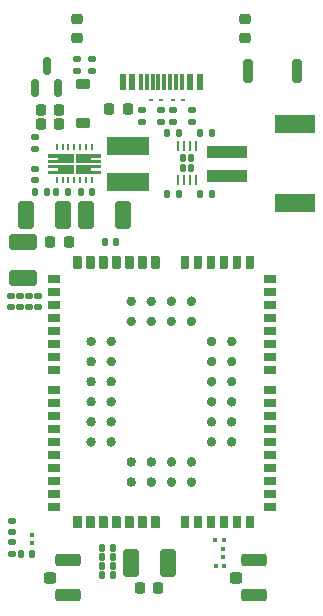
<source format=gbr>
%TF.GenerationSoftware,KiCad,Pcbnew,7.0.9*%
%TF.CreationDate,2024-08-31T12:22:45+08:00*%
%TF.ProjectId,IOT,494f542e-6b69-4636-9164-5f7063625858,rev?*%
%TF.SameCoordinates,Original*%
%TF.FileFunction,Paste,Top*%
%TF.FilePolarity,Positive*%
%FSLAX46Y46*%
G04 Gerber Fmt 4.6, Leading zero omitted, Abs format (unit mm)*
G04 Created by KiCad (PCBNEW 7.0.9) date 2024-08-31 12:22:45*
%MOMM*%
%LPD*%
G01*
G04 APERTURE LIST*
G04 Aperture macros list*
%AMRoundRect*
0 Rectangle with rounded corners*
0 $1 Rounding radius*
0 $2 $3 $4 $5 $6 $7 $8 $9 X,Y pos of 4 corners*
0 Add a 4 corners polygon primitive as box body*
4,1,4,$2,$3,$4,$5,$6,$7,$8,$9,$2,$3,0*
0 Add four circle primitives for the rounded corners*
1,1,$1+$1,$2,$3*
1,1,$1+$1,$4,$5*
1,1,$1+$1,$6,$7*
1,1,$1+$1,$8,$9*
0 Add four rect primitives between the rounded corners*
20,1,$1+$1,$2,$3,$4,$5,0*
20,1,$1+$1,$4,$5,$6,$7,0*
20,1,$1+$1,$6,$7,$8,$9,0*
20,1,$1+$1,$8,$9,$2,$3,0*%
G04 Aperture macros list end*
%ADD10C,0.010000*%
%ADD11C,0.405000*%
%ADD12RoundRect,0.225000X0.375000X-0.225000X0.375000X0.225000X-0.375000X0.225000X-0.375000X-0.225000X0*%
%ADD13RoundRect,0.140000X-0.170000X0.140000X-0.170000X-0.140000X0.170000X-0.140000X0.170000X0.140000X0*%
%ADD14RoundRect,0.135000X-0.135000X-0.185000X0.135000X-0.185000X0.135000X0.185000X-0.135000X0.185000X0*%
%ADD15RoundRect,0.250000X-0.275000X-0.250000X0.275000X-0.250000X0.275000X0.250000X-0.275000X0.250000X0*%
%ADD16RoundRect,0.250000X-0.850000X-0.275000X0.850000X-0.275000X0.850000X0.275000X-0.850000X0.275000X0*%
%ADD17RoundRect,0.079500X-0.100500X0.079500X-0.100500X-0.079500X0.100500X-0.079500X0.100500X0.079500X0*%
%ADD18RoundRect,0.218750X0.218750X0.256250X-0.218750X0.256250X-0.218750X-0.256250X0.218750X-0.256250X0*%
%ADD19RoundRect,0.135000X0.185000X-0.135000X0.185000X0.135000X-0.185000X0.135000X-0.185000X-0.135000X0*%
%ADD20RoundRect,0.079500X-0.079500X-0.100500X0.079500X-0.100500X0.079500X0.100500X-0.079500X0.100500X0*%
%ADD21RoundRect,0.225000X0.225000X0.250000X-0.225000X0.250000X-0.225000X-0.250000X0.225000X-0.250000X0*%
%ADD22O,0.240000X0.600000*%
%ADD23RoundRect,0.250000X-0.412500X-0.925000X0.412500X-0.925000X0.412500X0.925000X-0.412500X0.925000X0*%
%ADD24RoundRect,0.140000X-0.140000X-0.170000X0.140000X-0.170000X0.140000X0.170000X-0.140000X0.170000X0*%
%ADD25RoundRect,0.250000X0.412500X0.925000X-0.412500X0.925000X-0.412500X-0.925000X0.412500X-0.925000X0*%
%ADD26RoundRect,0.140000X0.140000X0.170000X-0.140000X0.170000X-0.140000X-0.170000X0.140000X-0.170000X0*%
%ADD27RoundRect,0.250000X0.925000X-0.412500X0.925000X0.412500X-0.925000X0.412500X-0.925000X-0.412500X0*%
%ADD28RoundRect,0.062500X-0.117500X-0.062500X0.117500X-0.062500X0.117500X0.062500X-0.117500X0.062500X0*%
%ADD29RoundRect,0.135000X-0.185000X0.135000X-0.185000X-0.135000X0.185000X-0.135000X0.185000X0.135000X0*%
%ADD30RoundRect,0.135000X0.135000X0.185000X-0.135000X0.185000X-0.135000X-0.185000X0.135000X-0.185000X0*%
%ADD31RoundRect,0.140000X-0.140000X0.205000X-0.140000X-0.205000X0.140000X-0.205000X0.140000X0.205000X0*%
%ADD32RoundRect,0.062500X-0.062500X0.337500X-0.062500X-0.337500X0.062500X-0.337500X0.062500X0.337500X0*%
%ADD33RoundRect,0.150000X0.150000X-0.587500X0.150000X0.587500X-0.150000X0.587500X-0.150000X-0.587500X0*%
%ADD34R,3.600000X1.500000*%
%ADD35RoundRect,0.147500X0.147500X0.172500X-0.147500X0.172500X-0.147500X-0.172500X0.147500X-0.172500X0*%
%ADD36RoundRect,0.147500X-0.172500X0.147500X-0.172500X-0.147500X0.172500X-0.147500X0.172500X0.147500X0*%
%ADD37RoundRect,0.062500X0.117500X0.062500X-0.117500X0.062500X-0.117500X-0.062500X0.117500X-0.062500X0*%
%ADD38RoundRect,0.200000X0.200000X0.800000X-0.200000X0.800000X-0.200000X-0.800000X0.200000X-0.800000X0*%
%ADD39R,0.600000X1.450000*%
%ADD40R,0.300000X1.450000*%
%ADD41RoundRect,0.218750X0.256250X-0.218750X0.256250X0.218750X-0.256250X0.218750X-0.256250X-0.218750X0*%
%ADD42R,3.500000X1.000000*%
%ADD43R,3.400000X1.500000*%
%ADD44RoundRect,0.140000X0.170000X-0.140000X0.170000X0.140000X-0.170000X0.140000X-0.170000X-0.140000X0*%
G04 APERTURE END LIST*
%TO.C,U2*%
D10*
X156364000Y-65044000D02*
X154264000Y-65044000D01*
X154264000Y-64844000D01*
X155114000Y-64844000D01*
X155114000Y-64584000D01*
X154264000Y-64584000D01*
X154264000Y-64384000D01*
X156364000Y-64384000D01*
X156364000Y-65044000D01*
G36*
X156364000Y-65044000D02*
G01*
X154264000Y-65044000D01*
X154264000Y-64844000D01*
X155114000Y-64844000D01*
X155114000Y-64584000D01*
X154264000Y-64584000D01*
X154264000Y-64384000D01*
X156364000Y-64384000D01*
X156364000Y-65044000D01*
G37*
X158664000Y-64584000D02*
X157814000Y-64584000D01*
X157814000Y-64844000D01*
X158664000Y-64844000D01*
X158664000Y-65044000D01*
X156564000Y-65044000D01*
X156564000Y-64384000D01*
X158664000Y-64384000D01*
X158664000Y-64584000D01*
G36*
X158664000Y-64584000D02*
G01*
X157814000Y-64584000D01*
X157814000Y-64844000D01*
X158664000Y-64844000D01*
X158664000Y-65044000D01*
X156564000Y-65044000D01*
X156564000Y-64384000D01*
X158664000Y-64384000D01*
X158664000Y-64584000D01*
G37*
X156364000Y-64124000D02*
X154264000Y-64124000D01*
X154264000Y-63924000D01*
X155114000Y-63924000D01*
X155114000Y-63664000D01*
X154264000Y-63664000D01*
X154264000Y-63464000D01*
X156364000Y-63464000D01*
X156364000Y-64124000D01*
G36*
X156364000Y-64124000D02*
G01*
X154264000Y-64124000D01*
X154264000Y-63924000D01*
X155114000Y-63924000D01*
X155114000Y-63664000D01*
X154264000Y-63664000D01*
X154264000Y-63464000D01*
X156364000Y-63464000D01*
X156364000Y-64124000D01*
G37*
X158664000Y-63664000D02*
X157814000Y-63664000D01*
X157814000Y-63924000D01*
X158664000Y-63924000D01*
X158664000Y-64124000D01*
X156564000Y-64124000D01*
X156564000Y-63464000D01*
X158664000Y-63464000D01*
X158664000Y-63664000D01*
G36*
X158664000Y-63664000D02*
G01*
X157814000Y-63664000D01*
X157814000Y-63924000D01*
X158664000Y-63924000D01*
X158664000Y-64124000D01*
X156564000Y-64124000D01*
X156564000Y-63464000D01*
X158664000Y-63464000D01*
X158664000Y-63664000D01*
G37*
D11*
%TO.C,U1*%
X169982500Y-87816000D02*
G75*
G03*
X169982500Y-87816000I-202500J0D01*
G01*
X169982500Y-86116000D02*
G75*
G03*
X169982500Y-86116000I-202500J0D01*
G01*
X169982500Y-84416000D02*
G75*
G03*
X169982500Y-84416000I-202500J0D01*
G01*
X169982500Y-82716000D02*
G75*
G03*
X169982500Y-82716000I-202500J0D01*
G01*
X169982500Y-81016000D02*
G75*
G03*
X169982500Y-81016000I-202500J0D01*
G01*
X169982500Y-79316000D02*
G75*
G03*
X169982500Y-79316000I-202500J0D01*
G01*
X168282500Y-87816000D02*
G75*
G03*
X168282500Y-87816000I-202500J0D01*
G01*
X168282500Y-86116000D02*
G75*
G03*
X168282500Y-86116000I-202500J0D01*
G01*
X168282500Y-84416000D02*
G75*
G03*
X168282500Y-84416000I-202500J0D01*
G01*
X168282500Y-82716000D02*
G75*
G03*
X168282500Y-82716000I-202500J0D01*
G01*
X168282500Y-81016000D02*
G75*
G03*
X168282500Y-81016000I-202500J0D01*
G01*
X168282500Y-79316000D02*
G75*
G03*
X168282500Y-79316000I-202500J0D01*
G01*
X166582500Y-91216000D02*
G75*
G03*
X166582500Y-91216000I-202500J0D01*
G01*
X166582500Y-89516000D02*
G75*
G03*
X166582500Y-89516000I-202500J0D01*
G01*
X166582500Y-77616000D02*
G75*
G03*
X166582500Y-77616000I-202500J0D01*
G01*
X166582500Y-75916000D02*
G75*
G03*
X166582500Y-75916000I-202500J0D01*
G01*
X164882500Y-91216000D02*
G75*
G03*
X164882500Y-91216000I-202500J0D01*
G01*
X164882500Y-89516000D02*
G75*
G03*
X164882500Y-89516000I-202500J0D01*
G01*
X164882500Y-77616000D02*
G75*
G03*
X164882500Y-77616000I-202500J0D01*
G01*
X164882500Y-75916000D02*
G75*
G03*
X164882500Y-75916000I-202500J0D01*
G01*
X163182500Y-91216000D02*
G75*
G03*
X163182500Y-91216000I-202500J0D01*
G01*
X163182500Y-89516000D02*
G75*
G03*
X163182500Y-89516000I-202500J0D01*
G01*
X163182500Y-77616000D02*
G75*
G03*
X163182500Y-77616000I-202500J0D01*
G01*
X163182500Y-75916000D02*
G75*
G03*
X163182500Y-75916000I-202500J0D01*
G01*
X161482500Y-91216000D02*
G75*
G03*
X161482500Y-91216000I-202500J0D01*
G01*
X161482500Y-89516000D02*
G75*
G03*
X161482500Y-89516000I-202500J0D01*
G01*
X161482500Y-77616000D02*
G75*
G03*
X161482500Y-77616000I-202500J0D01*
G01*
X161482500Y-75916000D02*
G75*
G03*
X161482500Y-75916000I-202500J0D01*
G01*
X159782500Y-87816000D02*
G75*
G03*
X159782500Y-87816000I-202500J0D01*
G01*
X159782500Y-86116000D02*
G75*
G03*
X159782500Y-86116000I-202500J0D01*
G01*
X159782500Y-84416000D02*
G75*
G03*
X159782500Y-84416000I-202500J0D01*
G01*
X159782500Y-82716000D02*
G75*
G03*
X159782500Y-82716000I-202500J0D01*
G01*
X159782500Y-81016000D02*
G75*
G03*
X159782500Y-81016000I-202500J0D01*
G01*
X159782500Y-79316000D02*
G75*
G03*
X159782500Y-79316000I-202500J0D01*
G01*
X158082500Y-87816000D02*
G75*
G03*
X158082500Y-87816000I-202500J0D01*
G01*
X158082500Y-86116000D02*
G75*
G03*
X158082500Y-86116000I-202500J0D01*
G01*
X158082500Y-84416000D02*
G75*
G03*
X158082500Y-84416000I-202500J0D01*
G01*
X158082500Y-82716000D02*
G75*
G03*
X158082500Y-82716000I-202500J0D01*
G01*
X158082500Y-81016000D02*
G75*
G03*
X158082500Y-81016000I-202500J0D01*
G01*
X158082500Y-79316000D02*
G75*
G03*
X158082500Y-79316000I-202500J0D01*
G01*
D10*
X173380000Y-92952000D02*
X173386000Y-92952000D01*
X173391000Y-92953000D01*
X173396000Y-92954000D01*
X173401000Y-92956000D01*
X173406000Y-92958000D01*
X173411000Y-92960000D01*
X173415000Y-92962000D01*
X173420000Y-92964000D01*
X173424000Y-92967000D01*
X173429000Y-92970000D01*
X173433000Y-92973000D01*
X173437000Y-92977000D01*
X173441000Y-92980000D01*
X173444000Y-92984000D01*
X173448000Y-92988000D01*
X173451000Y-92992000D01*
X173454000Y-92997000D01*
X173457000Y-93001000D01*
X173459000Y-93006000D01*
X173461000Y-93010000D01*
X173463000Y-93015000D01*
X173465000Y-93020000D01*
X173467000Y-93025000D01*
X173468000Y-93030000D01*
X173469000Y-93035000D01*
X173469000Y-93041000D01*
X173470000Y-93046000D01*
X173470000Y-93051000D01*
X173470000Y-93481000D01*
X173470000Y-93486000D01*
X173469000Y-93491000D01*
X173469000Y-93497000D01*
X173468000Y-93502000D01*
X173467000Y-93507000D01*
X173465000Y-93512000D01*
X173463000Y-93517000D01*
X173461000Y-93522000D01*
X173459000Y-93526000D01*
X173457000Y-93531000D01*
X173454000Y-93535000D01*
X173451000Y-93540000D01*
X173448000Y-93544000D01*
X173444000Y-93548000D01*
X173441000Y-93552000D01*
X173437000Y-93555000D01*
X173433000Y-93559000D01*
X173429000Y-93562000D01*
X173424000Y-93565000D01*
X173420000Y-93568000D01*
X173415000Y-93570000D01*
X173411000Y-93572000D01*
X173406000Y-93574000D01*
X173401000Y-93576000D01*
X173396000Y-93578000D01*
X173391000Y-93579000D01*
X173386000Y-93580000D01*
X173380000Y-93580000D01*
X173375000Y-93581000D01*
X173370000Y-93581000D01*
X172590000Y-93581000D01*
X172585000Y-93581000D01*
X172580000Y-93580000D01*
X172574000Y-93580000D01*
X172569000Y-93579000D01*
X172564000Y-93578000D01*
X172559000Y-93576000D01*
X172554000Y-93574000D01*
X172549000Y-93572000D01*
X172545000Y-93570000D01*
X172540000Y-93568000D01*
X172536000Y-93565000D01*
X172531000Y-93562000D01*
X172527000Y-93559000D01*
X172523000Y-93555000D01*
X172519000Y-93552000D01*
X172516000Y-93548000D01*
X172512000Y-93544000D01*
X172509000Y-93540000D01*
X172506000Y-93535000D01*
X172503000Y-93531000D01*
X172501000Y-93526000D01*
X172499000Y-93522000D01*
X172497000Y-93517000D01*
X172495000Y-93512000D01*
X172493000Y-93507000D01*
X172492000Y-93502000D01*
X172491000Y-93497000D01*
X172491000Y-93491000D01*
X172490000Y-93486000D01*
X172490000Y-93481000D01*
X172490000Y-93051000D01*
X172490000Y-93046000D01*
X172491000Y-93041000D01*
X172491000Y-93035000D01*
X172492000Y-93030000D01*
X172493000Y-93025000D01*
X172495000Y-93020000D01*
X172497000Y-93015000D01*
X172499000Y-93010000D01*
X172501000Y-93006000D01*
X172503000Y-93001000D01*
X172506000Y-92997000D01*
X172509000Y-92992000D01*
X172512000Y-92988000D01*
X172516000Y-92984000D01*
X172519000Y-92980000D01*
X172523000Y-92977000D01*
X172527000Y-92973000D01*
X172531000Y-92970000D01*
X172536000Y-92967000D01*
X172540000Y-92964000D01*
X172545000Y-92962000D01*
X172549000Y-92960000D01*
X172554000Y-92958000D01*
X172559000Y-92956000D01*
X172564000Y-92954000D01*
X172569000Y-92953000D01*
X172574000Y-92952000D01*
X172580000Y-92952000D01*
X172585000Y-92951000D01*
X172590000Y-92951000D01*
X173370000Y-92951000D01*
X173375000Y-92951000D01*
X173380000Y-92952000D01*
G36*
X173380000Y-92952000D02*
G01*
X173386000Y-92952000D01*
X173391000Y-92953000D01*
X173396000Y-92954000D01*
X173401000Y-92956000D01*
X173406000Y-92958000D01*
X173411000Y-92960000D01*
X173415000Y-92962000D01*
X173420000Y-92964000D01*
X173424000Y-92967000D01*
X173429000Y-92970000D01*
X173433000Y-92973000D01*
X173437000Y-92977000D01*
X173441000Y-92980000D01*
X173444000Y-92984000D01*
X173448000Y-92988000D01*
X173451000Y-92992000D01*
X173454000Y-92997000D01*
X173457000Y-93001000D01*
X173459000Y-93006000D01*
X173461000Y-93010000D01*
X173463000Y-93015000D01*
X173465000Y-93020000D01*
X173467000Y-93025000D01*
X173468000Y-93030000D01*
X173469000Y-93035000D01*
X173469000Y-93041000D01*
X173470000Y-93046000D01*
X173470000Y-93051000D01*
X173470000Y-93481000D01*
X173470000Y-93486000D01*
X173469000Y-93491000D01*
X173469000Y-93497000D01*
X173468000Y-93502000D01*
X173467000Y-93507000D01*
X173465000Y-93512000D01*
X173463000Y-93517000D01*
X173461000Y-93522000D01*
X173459000Y-93526000D01*
X173457000Y-93531000D01*
X173454000Y-93535000D01*
X173451000Y-93540000D01*
X173448000Y-93544000D01*
X173444000Y-93548000D01*
X173441000Y-93552000D01*
X173437000Y-93555000D01*
X173433000Y-93559000D01*
X173429000Y-93562000D01*
X173424000Y-93565000D01*
X173420000Y-93568000D01*
X173415000Y-93570000D01*
X173411000Y-93572000D01*
X173406000Y-93574000D01*
X173401000Y-93576000D01*
X173396000Y-93578000D01*
X173391000Y-93579000D01*
X173386000Y-93580000D01*
X173380000Y-93580000D01*
X173375000Y-93581000D01*
X173370000Y-93581000D01*
X172590000Y-93581000D01*
X172585000Y-93581000D01*
X172580000Y-93580000D01*
X172574000Y-93580000D01*
X172569000Y-93579000D01*
X172564000Y-93578000D01*
X172559000Y-93576000D01*
X172554000Y-93574000D01*
X172549000Y-93572000D01*
X172545000Y-93570000D01*
X172540000Y-93568000D01*
X172536000Y-93565000D01*
X172531000Y-93562000D01*
X172527000Y-93559000D01*
X172523000Y-93555000D01*
X172519000Y-93552000D01*
X172516000Y-93548000D01*
X172512000Y-93544000D01*
X172509000Y-93540000D01*
X172506000Y-93535000D01*
X172503000Y-93531000D01*
X172501000Y-93526000D01*
X172499000Y-93522000D01*
X172497000Y-93517000D01*
X172495000Y-93512000D01*
X172493000Y-93507000D01*
X172492000Y-93502000D01*
X172491000Y-93497000D01*
X172491000Y-93491000D01*
X172490000Y-93486000D01*
X172490000Y-93481000D01*
X172490000Y-93051000D01*
X172490000Y-93046000D01*
X172491000Y-93041000D01*
X172491000Y-93035000D01*
X172492000Y-93030000D01*
X172493000Y-93025000D01*
X172495000Y-93020000D01*
X172497000Y-93015000D01*
X172499000Y-93010000D01*
X172501000Y-93006000D01*
X172503000Y-93001000D01*
X172506000Y-92997000D01*
X172509000Y-92992000D01*
X172512000Y-92988000D01*
X172516000Y-92984000D01*
X172519000Y-92980000D01*
X172523000Y-92977000D01*
X172527000Y-92973000D01*
X172531000Y-92970000D01*
X172536000Y-92967000D01*
X172540000Y-92964000D01*
X172545000Y-92962000D01*
X172549000Y-92960000D01*
X172554000Y-92958000D01*
X172559000Y-92956000D01*
X172564000Y-92954000D01*
X172569000Y-92953000D01*
X172574000Y-92952000D01*
X172580000Y-92952000D01*
X172585000Y-92951000D01*
X172590000Y-92951000D01*
X173370000Y-92951000D01*
X173375000Y-92951000D01*
X173380000Y-92952000D01*
G37*
X173380000Y-91852000D02*
X173386000Y-91852000D01*
X173391000Y-91853000D01*
X173396000Y-91854000D01*
X173401000Y-91856000D01*
X173406000Y-91858000D01*
X173411000Y-91860000D01*
X173415000Y-91862000D01*
X173420000Y-91864000D01*
X173424000Y-91867000D01*
X173429000Y-91870000D01*
X173433000Y-91873000D01*
X173437000Y-91877000D01*
X173441000Y-91880000D01*
X173444000Y-91884000D01*
X173448000Y-91888000D01*
X173451000Y-91892000D01*
X173454000Y-91897000D01*
X173457000Y-91901000D01*
X173459000Y-91906000D01*
X173461000Y-91910000D01*
X173463000Y-91915000D01*
X173465000Y-91920000D01*
X173467000Y-91925000D01*
X173468000Y-91930000D01*
X173469000Y-91935000D01*
X173469000Y-91941000D01*
X173470000Y-91946000D01*
X173470000Y-91951000D01*
X173470000Y-92381000D01*
X173470000Y-92386000D01*
X173469000Y-92391000D01*
X173469000Y-92397000D01*
X173468000Y-92402000D01*
X173467000Y-92407000D01*
X173465000Y-92412000D01*
X173463000Y-92417000D01*
X173461000Y-92422000D01*
X173459000Y-92426000D01*
X173457000Y-92431000D01*
X173454000Y-92435000D01*
X173451000Y-92440000D01*
X173448000Y-92444000D01*
X173444000Y-92448000D01*
X173441000Y-92452000D01*
X173437000Y-92455000D01*
X173433000Y-92459000D01*
X173429000Y-92462000D01*
X173424000Y-92465000D01*
X173420000Y-92468000D01*
X173415000Y-92470000D01*
X173411000Y-92472000D01*
X173406000Y-92474000D01*
X173401000Y-92476000D01*
X173396000Y-92478000D01*
X173391000Y-92479000D01*
X173386000Y-92480000D01*
X173380000Y-92480000D01*
X173375000Y-92481000D01*
X173370000Y-92481000D01*
X172590000Y-92481000D01*
X172585000Y-92481000D01*
X172580000Y-92480000D01*
X172574000Y-92480000D01*
X172569000Y-92479000D01*
X172564000Y-92478000D01*
X172559000Y-92476000D01*
X172554000Y-92474000D01*
X172549000Y-92472000D01*
X172545000Y-92470000D01*
X172540000Y-92468000D01*
X172536000Y-92465000D01*
X172531000Y-92462000D01*
X172527000Y-92459000D01*
X172523000Y-92455000D01*
X172519000Y-92452000D01*
X172516000Y-92448000D01*
X172512000Y-92444000D01*
X172509000Y-92440000D01*
X172506000Y-92435000D01*
X172503000Y-92431000D01*
X172501000Y-92426000D01*
X172499000Y-92422000D01*
X172497000Y-92417000D01*
X172495000Y-92412000D01*
X172493000Y-92407000D01*
X172492000Y-92402000D01*
X172491000Y-92397000D01*
X172491000Y-92391000D01*
X172490000Y-92386000D01*
X172490000Y-92381000D01*
X172490000Y-91951000D01*
X172490000Y-91946000D01*
X172491000Y-91941000D01*
X172491000Y-91935000D01*
X172492000Y-91930000D01*
X172493000Y-91925000D01*
X172495000Y-91920000D01*
X172497000Y-91915000D01*
X172499000Y-91910000D01*
X172501000Y-91906000D01*
X172503000Y-91901000D01*
X172506000Y-91897000D01*
X172509000Y-91892000D01*
X172512000Y-91888000D01*
X172516000Y-91884000D01*
X172519000Y-91880000D01*
X172523000Y-91877000D01*
X172527000Y-91873000D01*
X172531000Y-91870000D01*
X172536000Y-91867000D01*
X172540000Y-91864000D01*
X172545000Y-91862000D01*
X172549000Y-91860000D01*
X172554000Y-91858000D01*
X172559000Y-91856000D01*
X172564000Y-91854000D01*
X172569000Y-91853000D01*
X172574000Y-91852000D01*
X172580000Y-91852000D01*
X172585000Y-91851000D01*
X172590000Y-91851000D01*
X173370000Y-91851000D01*
X173375000Y-91851000D01*
X173380000Y-91852000D01*
G36*
X173380000Y-91852000D02*
G01*
X173386000Y-91852000D01*
X173391000Y-91853000D01*
X173396000Y-91854000D01*
X173401000Y-91856000D01*
X173406000Y-91858000D01*
X173411000Y-91860000D01*
X173415000Y-91862000D01*
X173420000Y-91864000D01*
X173424000Y-91867000D01*
X173429000Y-91870000D01*
X173433000Y-91873000D01*
X173437000Y-91877000D01*
X173441000Y-91880000D01*
X173444000Y-91884000D01*
X173448000Y-91888000D01*
X173451000Y-91892000D01*
X173454000Y-91897000D01*
X173457000Y-91901000D01*
X173459000Y-91906000D01*
X173461000Y-91910000D01*
X173463000Y-91915000D01*
X173465000Y-91920000D01*
X173467000Y-91925000D01*
X173468000Y-91930000D01*
X173469000Y-91935000D01*
X173469000Y-91941000D01*
X173470000Y-91946000D01*
X173470000Y-91951000D01*
X173470000Y-92381000D01*
X173470000Y-92386000D01*
X173469000Y-92391000D01*
X173469000Y-92397000D01*
X173468000Y-92402000D01*
X173467000Y-92407000D01*
X173465000Y-92412000D01*
X173463000Y-92417000D01*
X173461000Y-92422000D01*
X173459000Y-92426000D01*
X173457000Y-92431000D01*
X173454000Y-92435000D01*
X173451000Y-92440000D01*
X173448000Y-92444000D01*
X173444000Y-92448000D01*
X173441000Y-92452000D01*
X173437000Y-92455000D01*
X173433000Y-92459000D01*
X173429000Y-92462000D01*
X173424000Y-92465000D01*
X173420000Y-92468000D01*
X173415000Y-92470000D01*
X173411000Y-92472000D01*
X173406000Y-92474000D01*
X173401000Y-92476000D01*
X173396000Y-92478000D01*
X173391000Y-92479000D01*
X173386000Y-92480000D01*
X173380000Y-92480000D01*
X173375000Y-92481000D01*
X173370000Y-92481000D01*
X172590000Y-92481000D01*
X172585000Y-92481000D01*
X172580000Y-92480000D01*
X172574000Y-92480000D01*
X172569000Y-92479000D01*
X172564000Y-92478000D01*
X172559000Y-92476000D01*
X172554000Y-92474000D01*
X172549000Y-92472000D01*
X172545000Y-92470000D01*
X172540000Y-92468000D01*
X172536000Y-92465000D01*
X172531000Y-92462000D01*
X172527000Y-92459000D01*
X172523000Y-92455000D01*
X172519000Y-92452000D01*
X172516000Y-92448000D01*
X172512000Y-92444000D01*
X172509000Y-92440000D01*
X172506000Y-92435000D01*
X172503000Y-92431000D01*
X172501000Y-92426000D01*
X172499000Y-92422000D01*
X172497000Y-92417000D01*
X172495000Y-92412000D01*
X172493000Y-92407000D01*
X172492000Y-92402000D01*
X172491000Y-92397000D01*
X172491000Y-92391000D01*
X172490000Y-92386000D01*
X172490000Y-92381000D01*
X172490000Y-91951000D01*
X172490000Y-91946000D01*
X172491000Y-91941000D01*
X172491000Y-91935000D01*
X172492000Y-91930000D01*
X172493000Y-91925000D01*
X172495000Y-91920000D01*
X172497000Y-91915000D01*
X172499000Y-91910000D01*
X172501000Y-91906000D01*
X172503000Y-91901000D01*
X172506000Y-91897000D01*
X172509000Y-91892000D01*
X172512000Y-91888000D01*
X172516000Y-91884000D01*
X172519000Y-91880000D01*
X172523000Y-91877000D01*
X172527000Y-91873000D01*
X172531000Y-91870000D01*
X172536000Y-91867000D01*
X172540000Y-91864000D01*
X172545000Y-91862000D01*
X172549000Y-91860000D01*
X172554000Y-91858000D01*
X172559000Y-91856000D01*
X172564000Y-91854000D01*
X172569000Y-91853000D01*
X172574000Y-91852000D01*
X172580000Y-91852000D01*
X172585000Y-91851000D01*
X172590000Y-91851000D01*
X173370000Y-91851000D01*
X173375000Y-91851000D01*
X173380000Y-91852000D01*
G37*
X173380000Y-90752000D02*
X173386000Y-90752000D01*
X173391000Y-90753000D01*
X173396000Y-90754000D01*
X173401000Y-90756000D01*
X173406000Y-90758000D01*
X173411000Y-90760000D01*
X173415000Y-90762000D01*
X173420000Y-90764000D01*
X173424000Y-90767000D01*
X173429000Y-90770000D01*
X173433000Y-90773000D01*
X173437000Y-90777000D01*
X173441000Y-90780000D01*
X173444000Y-90784000D01*
X173448000Y-90788000D01*
X173451000Y-90792000D01*
X173454000Y-90797000D01*
X173457000Y-90801000D01*
X173459000Y-90806000D01*
X173461000Y-90810000D01*
X173463000Y-90815000D01*
X173465000Y-90820000D01*
X173467000Y-90825000D01*
X173468000Y-90830000D01*
X173469000Y-90835000D01*
X173469000Y-90841000D01*
X173470000Y-90846000D01*
X173470000Y-90851000D01*
X173470000Y-91281000D01*
X173470000Y-91286000D01*
X173469000Y-91291000D01*
X173469000Y-91297000D01*
X173468000Y-91302000D01*
X173467000Y-91307000D01*
X173465000Y-91312000D01*
X173463000Y-91317000D01*
X173461000Y-91322000D01*
X173459000Y-91326000D01*
X173457000Y-91331000D01*
X173454000Y-91335000D01*
X173451000Y-91340000D01*
X173448000Y-91344000D01*
X173444000Y-91348000D01*
X173441000Y-91352000D01*
X173437000Y-91355000D01*
X173433000Y-91359000D01*
X173429000Y-91362000D01*
X173424000Y-91365000D01*
X173420000Y-91368000D01*
X173415000Y-91370000D01*
X173411000Y-91372000D01*
X173406000Y-91374000D01*
X173401000Y-91376000D01*
X173396000Y-91378000D01*
X173391000Y-91379000D01*
X173386000Y-91380000D01*
X173380000Y-91380000D01*
X173375000Y-91381000D01*
X173370000Y-91381000D01*
X172590000Y-91381000D01*
X172585000Y-91381000D01*
X172580000Y-91380000D01*
X172574000Y-91380000D01*
X172569000Y-91379000D01*
X172564000Y-91378000D01*
X172559000Y-91376000D01*
X172554000Y-91374000D01*
X172549000Y-91372000D01*
X172545000Y-91370000D01*
X172540000Y-91368000D01*
X172536000Y-91365000D01*
X172531000Y-91362000D01*
X172527000Y-91359000D01*
X172523000Y-91355000D01*
X172519000Y-91352000D01*
X172516000Y-91348000D01*
X172512000Y-91344000D01*
X172509000Y-91340000D01*
X172506000Y-91335000D01*
X172503000Y-91331000D01*
X172501000Y-91326000D01*
X172499000Y-91322000D01*
X172497000Y-91317000D01*
X172495000Y-91312000D01*
X172493000Y-91307000D01*
X172492000Y-91302000D01*
X172491000Y-91297000D01*
X172491000Y-91291000D01*
X172490000Y-91286000D01*
X172490000Y-91281000D01*
X172490000Y-90851000D01*
X172490000Y-90846000D01*
X172491000Y-90841000D01*
X172491000Y-90835000D01*
X172492000Y-90830000D01*
X172493000Y-90825000D01*
X172495000Y-90820000D01*
X172497000Y-90815000D01*
X172499000Y-90810000D01*
X172501000Y-90806000D01*
X172503000Y-90801000D01*
X172506000Y-90797000D01*
X172509000Y-90792000D01*
X172512000Y-90788000D01*
X172516000Y-90784000D01*
X172519000Y-90780000D01*
X172523000Y-90777000D01*
X172527000Y-90773000D01*
X172531000Y-90770000D01*
X172536000Y-90767000D01*
X172540000Y-90764000D01*
X172545000Y-90762000D01*
X172549000Y-90760000D01*
X172554000Y-90758000D01*
X172559000Y-90756000D01*
X172564000Y-90754000D01*
X172569000Y-90753000D01*
X172574000Y-90752000D01*
X172580000Y-90752000D01*
X172585000Y-90751000D01*
X172590000Y-90751000D01*
X173370000Y-90751000D01*
X173375000Y-90751000D01*
X173380000Y-90752000D01*
G36*
X173380000Y-90752000D02*
G01*
X173386000Y-90752000D01*
X173391000Y-90753000D01*
X173396000Y-90754000D01*
X173401000Y-90756000D01*
X173406000Y-90758000D01*
X173411000Y-90760000D01*
X173415000Y-90762000D01*
X173420000Y-90764000D01*
X173424000Y-90767000D01*
X173429000Y-90770000D01*
X173433000Y-90773000D01*
X173437000Y-90777000D01*
X173441000Y-90780000D01*
X173444000Y-90784000D01*
X173448000Y-90788000D01*
X173451000Y-90792000D01*
X173454000Y-90797000D01*
X173457000Y-90801000D01*
X173459000Y-90806000D01*
X173461000Y-90810000D01*
X173463000Y-90815000D01*
X173465000Y-90820000D01*
X173467000Y-90825000D01*
X173468000Y-90830000D01*
X173469000Y-90835000D01*
X173469000Y-90841000D01*
X173470000Y-90846000D01*
X173470000Y-90851000D01*
X173470000Y-91281000D01*
X173470000Y-91286000D01*
X173469000Y-91291000D01*
X173469000Y-91297000D01*
X173468000Y-91302000D01*
X173467000Y-91307000D01*
X173465000Y-91312000D01*
X173463000Y-91317000D01*
X173461000Y-91322000D01*
X173459000Y-91326000D01*
X173457000Y-91331000D01*
X173454000Y-91335000D01*
X173451000Y-91340000D01*
X173448000Y-91344000D01*
X173444000Y-91348000D01*
X173441000Y-91352000D01*
X173437000Y-91355000D01*
X173433000Y-91359000D01*
X173429000Y-91362000D01*
X173424000Y-91365000D01*
X173420000Y-91368000D01*
X173415000Y-91370000D01*
X173411000Y-91372000D01*
X173406000Y-91374000D01*
X173401000Y-91376000D01*
X173396000Y-91378000D01*
X173391000Y-91379000D01*
X173386000Y-91380000D01*
X173380000Y-91380000D01*
X173375000Y-91381000D01*
X173370000Y-91381000D01*
X172590000Y-91381000D01*
X172585000Y-91381000D01*
X172580000Y-91380000D01*
X172574000Y-91380000D01*
X172569000Y-91379000D01*
X172564000Y-91378000D01*
X172559000Y-91376000D01*
X172554000Y-91374000D01*
X172549000Y-91372000D01*
X172545000Y-91370000D01*
X172540000Y-91368000D01*
X172536000Y-91365000D01*
X172531000Y-91362000D01*
X172527000Y-91359000D01*
X172523000Y-91355000D01*
X172519000Y-91352000D01*
X172516000Y-91348000D01*
X172512000Y-91344000D01*
X172509000Y-91340000D01*
X172506000Y-91335000D01*
X172503000Y-91331000D01*
X172501000Y-91326000D01*
X172499000Y-91322000D01*
X172497000Y-91317000D01*
X172495000Y-91312000D01*
X172493000Y-91307000D01*
X172492000Y-91302000D01*
X172491000Y-91297000D01*
X172491000Y-91291000D01*
X172490000Y-91286000D01*
X172490000Y-91281000D01*
X172490000Y-90851000D01*
X172490000Y-90846000D01*
X172491000Y-90841000D01*
X172491000Y-90835000D01*
X172492000Y-90830000D01*
X172493000Y-90825000D01*
X172495000Y-90820000D01*
X172497000Y-90815000D01*
X172499000Y-90810000D01*
X172501000Y-90806000D01*
X172503000Y-90801000D01*
X172506000Y-90797000D01*
X172509000Y-90792000D01*
X172512000Y-90788000D01*
X172516000Y-90784000D01*
X172519000Y-90780000D01*
X172523000Y-90777000D01*
X172527000Y-90773000D01*
X172531000Y-90770000D01*
X172536000Y-90767000D01*
X172540000Y-90764000D01*
X172545000Y-90762000D01*
X172549000Y-90760000D01*
X172554000Y-90758000D01*
X172559000Y-90756000D01*
X172564000Y-90754000D01*
X172569000Y-90753000D01*
X172574000Y-90752000D01*
X172580000Y-90752000D01*
X172585000Y-90751000D01*
X172590000Y-90751000D01*
X173370000Y-90751000D01*
X173375000Y-90751000D01*
X173380000Y-90752000D01*
G37*
X173380000Y-89652000D02*
X173386000Y-89652000D01*
X173391000Y-89653000D01*
X173396000Y-89654000D01*
X173401000Y-89656000D01*
X173406000Y-89658000D01*
X173411000Y-89660000D01*
X173415000Y-89662000D01*
X173420000Y-89664000D01*
X173424000Y-89667000D01*
X173429000Y-89670000D01*
X173433000Y-89673000D01*
X173437000Y-89677000D01*
X173441000Y-89680000D01*
X173444000Y-89684000D01*
X173448000Y-89688000D01*
X173451000Y-89692000D01*
X173454000Y-89697000D01*
X173457000Y-89701000D01*
X173459000Y-89706000D01*
X173461000Y-89710000D01*
X173463000Y-89715000D01*
X173465000Y-89720000D01*
X173467000Y-89725000D01*
X173468000Y-89730000D01*
X173469000Y-89735000D01*
X173469000Y-89741000D01*
X173470000Y-89746000D01*
X173470000Y-89751000D01*
X173470000Y-90181000D01*
X173470000Y-90186000D01*
X173469000Y-90191000D01*
X173469000Y-90197000D01*
X173468000Y-90202000D01*
X173467000Y-90207000D01*
X173465000Y-90212000D01*
X173463000Y-90217000D01*
X173461000Y-90222000D01*
X173459000Y-90226000D01*
X173457000Y-90231000D01*
X173454000Y-90235000D01*
X173451000Y-90240000D01*
X173448000Y-90244000D01*
X173444000Y-90248000D01*
X173441000Y-90252000D01*
X173437000Y-90255000D01*
X173433000Y-90259000D01*
X173429000Y-90262000D01*
X173424000Y-90265000D01*
X173420000Y-90268000D01*
X173415000Y-90270000D01*
X173411000Y-90272000D01*
X173406000Y-90274000D01*
X173401000Y-90276000D01*
X173396000Y-90278000D01*
X173391000Y-90279000D01*
X173386000Y-90280000D01*
X173380000Y-90280000D01*
X173375000Y-90281000D01*
X173370000Y-90281000D01*
X172590000Y-90281000D01*
X172585000Y-90281000D01*
X172580000Y-90280000D01*
X172574000Y-90280000D01*
X172569000Y-90279000D01*
X172564000Y-90278000D01*
X172559000Y-90276000D01*
X172554000Y-90274000D01*
X172549000Y-90272000D01*
X172545000Y-90270000D01*
X172540000Y-90268000D01*
X172536000Y-90265000D01*
X172531000Y-90262000D01*
X172527000Y-90259000D01*
X172523000Y-90255000D01*
X172519000Y-90252000D01*
X172516000Y-90248000D01*
X172512000Y-90244000D01*
X172509000Y-90240000D01*
X172506000Y-90235000D01*
X172503000Y-90231000D01*
X172501000Y-90226000D01*
X172499000Y-90222000D01*
X172497000Y-90217000D01*
X172495000Y-90212000D01*
X172493000Y-90207000D01*
X172492000Y-90202000D01*
X172491000Y-90197000D01*
X172491000Y-90191000D01*
X172490000Y-90186000D01*
X172490000Y-90181000D01*
X172490000Y-89751000D01*
X172490000Y-89746000D01*
X172491000Y-89741000D01*
X172491000Y-89735000D01*
X172492000Y-89730000D01*
X172493000Y-89725000D01*
X172495000Y-89720000D01*
X172497000Y-89715000D01*
X172499000Y-89710000D01*
X172501000Y-89706000D01*
X172503000Y-89701000D01*
X172506000Y-89697000D01*
X172509000Y-89692000D01*
X172512000Y-89688000D01*
X172516000Y-89684000D01*
X172519000Y-89680000D01*
X172523000Y-89677000D01*
X172527000Y-89673000D01*
X172531000Y-89670000D01*
X172536000Y-89667000D01*
X172540000Y-89664000D01*
X172545000Y-89662000D01*
X172549000Y-89660000D01*
X172554000Y-89658000D01*
X172559000Y-89656000D01*
X172564000Y-89654000D01*
X172569000Y-89653000D01*
X172574000Y-89652000D01*
X172580000Y-89652000D01*
X172585000Y-89651000D01*
X172590000Y-89651000D01*
X173370000Y-89651000D01*
X173375000Y-89651000D01*
X173380000Y-89652000D01*
G36*
X173380000Y-89652000D02*
G01*
X173386000Y-89652000D01*
X173391000Y-89653000D01*
X173396000Y-89654000D01*
X173401000Y-89656000D01*
X173406000Y-89658000D01*
X173411000Y-89660000D01*
X173415000Y-89662000D01*
X173420000Y-89664000D01*
X173424000Y-89667000D01*
X173429000Y-89670000D01*
X173433000Y-89673000D01*
X173437000Y-89677000D01*
X173441000Y-89680000D01*
X173444000Y-89684000D01*
X173448000Y-89688000D01*
X173451000Y-89692000D01*
X173454000Y-89697000D01*
X173457000Y-89701000D01*
X173459000Y-89706000D01*
X173461000Y-89710000D01*
X173463000Y-89715000D01*
X173465000Y-89720000D01*
X173467000Y-89725000D01*
X173468000Y-89730000D01*
X173469000Y-89735000D01*
X173469000Y-89741000D01*
X173470000Y-89746000D01*
X173470000Y-89751000D01*
X173470000Y-90181000D01*
X173470000Y-90186000D01*
X173469000Y-90191000D01*
X173469000Y-90197000D01*
X173468000Y-90202000D01*
X173467000Y-90207000D01*
X173465000Y-90212000D01*
X173463000Y-90217000D01*
X173461000Y-90222000D01*
X173459000Y-90226000D01*
X173457000Y-90231000D01*
X173454000Y-90235000D01*
X173451000Y-90240000D01*
X173448000Y-90244000D01*
X173444000Y-90248000D01*
X173441000Y-90252000D01*
X173437000Y-90255000D01*
X173433000Y-90259000D01*
X173429000Y-90262000D01*
X173424000Y-90265000D01*
X173420000Y-90268000D01*
X173415000Y-90270000D01*
X173411000Y-90272000D01*
X173406000Y-90274000D01*
X173401000Y-90276000D01*
X173396000Y-90278000D01*
X173391000Y-90279000D01*
X173386000Y-90280000D01*
X173380000Y-90280000D01*
X173375000Y-90281000D01*
X173370000Y-90281000D01*
X172590000Y-90281000D01*
X172585000Y-90281000D01*
X172580000Y-90280000D01*
X172574000Y-90280000D01*
X172569000Y-90279000D01*
X172564000Y-90278000D01*
X172559000Y-90276000D01*
X172554000Y-90274000D01*
X172549000Y-90272000D01*
X172545000Y-90270000D01*
X172540000Y-90268000D01*
X172536000Y-90265000D01*
X172531000Y-90262000D01*
X172527000Y-90259000D01*
X172523000Y-90255000D01*
X172519000Y-90252000D01*
X172516000Y-90248000D01*
X172512000Y-90244000D01*
X172509000Y-90240000D01*
X172506000Y-90235000D01*
X172503000Y-90231000D01*
X172501000Y-90226000D01*
X172499000Y-90222000D01*
X172497000Y-90217000D01*
X172495000Y-90212000D01*
X172493000Y-90207000D01*
X172492000Y-90202000D01*
X172491000Y-90197000D01*
X172491000Y-90191000D01*
X172490000Y-90186000D01*
X172490000Y-90181000D01*
X172490000Y-89751000D01*
X172490000Y-89746000D01*
X172491000Y-89741000D01*
X172491000Y-89735000D01*
X172492000Y-89730000D01*
X172493000Y-89725000D01*
X172495000Y-89720000D01*
X172497000Y-89715000D01*
X172499000Y-89710000D01*
X172501000Y-89706000D01*
X172503000Y-89701000D01*
X172506000Y-89697000D01*
X172509000Y-89692000D01*
X172512000Y-89688000D01*
X172516000Y-89684000D01*
X172519000Y-89680000D01*
X172523000Y-89677000D01*
X172527000Y-89673000D01*
X172531000Y-89670000D01*
X172536000Y-89667000D01*
X172540000Y-89664000D01*
X172545000Y-89662000D01*
X172549000Y-89660000D01*
X172554000Y-89658000D01*
X172559000Y-89656000D01*
X172564000Y-89654000D01*
X172569000Y-89653000D01*
X172574000Y-89652000D01*
X172580000Y-89652000D01*
X172585000Y-89651000D01*
X172590000Y-89651000D01*
X173370000Y-89651000D01*
X173375000Y-89651000D01*
X173380000Y-89652000D01*
G37*
X173380000Y-88552000D02*
X173386000Y-88552000D01*
X173391000Y-88553000D01*
X173396000Y-88554000D01*
X173401000Y-88556000D01*
X173406000Y-88558000D01*
X173411000Y-88560000D01*
X173415000Y-88562000D01*
X173420000Y-88564000D01*
X173424000Y-88567000D01*
X173429000Y-88570000D01*
X173433000Y-88573000D01*
X173437000Y-88577000D01*
X173441000Y-88580000D01*
X173444000Y-88584000D01*
X173448000Y-88588000D01*
X173451000Y-88592000D01*
X173454000Y-88597000D01*
X173457000Y-88601000D01*
X173459000Y-88606000D01*
X173461000Y-88610000D01*
X173463000Y-88615000D01*
X173465000Y-88620000D01*
X173467000Y-88625000D01*
X173468000Y-88630000D01*
X173469000Y-88635000D01*
X173469000Y-88641000D01*
X173470000Y-88646000D01*
X173470000Y-88651000D01*
X173470000Y-89081000D01*
X173470000Y-89086000D01*
X173469000Y-89091000D01*
X173469000Y-89097000D01*
X173468000Y-89102000D01*
X173467000Y-89107000D01*
X173465000Y-89112000D01*
X173463000Y-89117000D01*
X173461000Y-89122000D01*
X173459000Y-89126000D01*
X173457000Y-89131000D01*
X173454000Y-89135000D01*
X173451000Y-89140000D01*
X173448000Y-89144000D01*
X173444000Y-89148000D01*
X173441000Y-89152000D01*
X173437000Y-89155000D01*
X173433000Y-89159000D01*
X173429000Y-89162000D01*
X173424000Y-89165000D01*
X173420000Y-89168000D01*
X173415000Y-89170000D01*
X173411000Y-89172000D01*
X173406000Y-89174000D01*
X173401000Y-89176000D01*
X173396000Y-89178000D01*
X173391000Y-89179000D01*
X173386000Y-89180000D01*
X173380000Y-89180000D01*
X173375000Y-89181000D01*
X173370000Y-89181000D01*
X172590000Y-89181000D01*
X172585000Y-89181000D01*
X172580000Y-89180000D01*
X172574000Y-89180000D01*
X172569000Y-89179000D01*
X172564000Y-89178000D01*
X172559000Y-89176000D01*
X172554000Y-89174000D01*
X172549000Y-89172000D01*
X172545000Y-89170000D01*
X172540000Y-89168000D01*
X172536000Y-89165000D01*
X172531000Y-89162000D01*
X172527000Y-89159000D01*
X172523000Y-89155000D01*
X172519000Y-89152000D01*
X172516000Y-89148000D01*
X172512000Y-89144000D01*
X172509000Y-89140000D01*
X172506000Y-89135000D01*
X172503000Y-89131000D01*
X172501000Y-89126000D01*
X172499000Y-89122000D01*
X172497000Y-89117000D01*
X172495000Y-89112000D01*
X172493000Y-89107000D01*
X172492000Y-89102000D01*
X172491000Y-89097000D01*
X172491000Y-89091000D01*
X172490000Y-89086000D01*
X172490000Y-89081000D01*
X172490000Y-88651000D01*
X172490000Y-88646000D01*
X172491000Y-88641000D01*
X172491000Y-88635000D01*
X172492000Y-88630000D01*
X172493000Y-88625000D01*
X172495000Y-88620000D01*
X172497000Y-88615000D01*
X172499000Y-88610000D01*
X172501000Y-88606000D01*
X172503000Y-88601000D01*
X172506000Y-88597000D01*
X172509000Y-88592000D01*
X172512000Y-88588000D01*
X172516000Y-88584000D01*
X172519000Y-88580000D01*
X172523000Y-88577000D01*
X172527000Y-88573000D01*
X172531000Y-88570000D01*
X172536000Y-88567000D01*
X172540000Y-88564000D01*
X172545000Y-88562000D01*
X172549000Y-88560000D01*
X172554000Y-88558000D01*
X172559000Y-88556000D01*
X172564000Y-88554000D01*
X172569000Y-88553000D01*
X172574000Y-88552000D01*
X172580000Y-88552000D01*
X172585000Y-88551000D01*
X172590000Y-88551000D01*
X173370000Y-88551000D01*
X173375000Y-88551000D01*
X173380000Y-88552000D01*
G36*
X173380000Y-88552000D02*
G01*
X173386000Y-88552000D01*
X173391000Y-88553000D01*
X173396000Y-88554000D01*
X173401000Y-88556000D01*
X173406000Y-88558000D01*
X173411000Y-88560000D01*
X173415000Y-88562000D01*
X173420000Y-88564000D01*
X173424000Y-88567000D01*
X173429000Y-88570000D01*
X173433000Y-88573000D01*
X173437000Y-88577000D01*
X173441000Y-88580000D01*
X173444000Y-88584000D01*
X173448000Y-88588000D01*
X173451000Y-88592000D01*
X173454000Y-88597000D01*
X173457000Y-88601000D01*
X173459000Y-88606000D01*
X173461000Y-88610000D01*
X173463000Y-88615000D01*
X173465000Y-88620000D01*
X173467000Y-88625000D01*
X173468000Y-88630000D01*
X173469000Y-88635000D01*
X173469000Y-88641000D01*
X173470000Y-88646000D01*
X173470000Y-88651000D01*
X173470000Y-89081000D01*
X173470000Y-89086000D01*
X173469000Y-89091000D01*
X173469000Y-89097000D01*
X173468000Y-89102000D01*
X173467000Y-89107000D01*
X173465000Y-89112000D01*
X173463000Y-89117000D01*
X173461000Y-89122000D01*
X173459000Y-89126000D01*
X173457000Y-89131000D01*
X173454000Y-89135000D01*
X173451000Y-89140000D01*
X173448000Y-89144000D01*
X173444000Y-89148000D01*
X173441000Y-89152000D01*
X173437000Y-89155000D01*
X173433000Y-89159000D01*
X173429000Y-89162000D01*
X173424000Y-89165000D01*
X173420000Y-89168000D01*
X173415000Y-89170000D01*
X173411000Y-89172000D01*
X173406000Y-89174000D01*
X173401000Y-89176000D01*
X173396000Y-89178000D01*
X173391000Y-89179000D01*
X173386000Y-89180000D01*
X173380000Y-89180000D01*
X173375000Y-89181000D01*
X173370000Y-89181000D01*
X172590000Y-89181000D01*
X172585000Y-89181000D01*
X172580000Y-89180000D01*
X172574000Y-89180000D01*
X172569000Y-89179000D01*
X172564000Y-89178000D01*
X172559000Y-89176000D01*
X172554000Y-89174000D01*
X172549000Y-89172000D01*
X172545000Y-89170000D01*
X172540000Y-89168000D01*
X172536000Y-89165000D01*
X172531000Y-89162000D01*
X172527000Y-89159000D01*
X172523000Y-89155000D01*
X172519000Y-89152000D01*
X172516000Y-89148000D01*
X172512000Y-89144000D01*
X172509000Y-89140000D01*
X172506000Y-89135000D01*
X172503000Y-89131000D01*
X172501000Y-89126000D01*
X172499000Y-89122000D01*
X172497000Y-89117000D01*
X172495000Y-89112000D01*
X172493000Y-89107000D01*
X172492000Y-89102000D01*
X172491000Y-89097000D01*
X172491000Y-89091000D01*
X172490000Y-89086000D01*
X172490000Y-89081000D01*
X172490000Y-88651000D01*
X172490000Y-88646000D01*
X172491000Y-88641000D01*
X172491000Y-88635000D01*
X172492000Y-88630000D01*
X172493000Y-88625000D01*
X172495000Y-88620000D01*
X172497000Y-88615000D01*
X172499000Y-88610000D01*
X172501000Y-88606000D01*
X172503000Y-88601000D01*
X172506000Y-88597000D01*
X172509000Y-88592000D01*
X172512000Y-88588000D01*
X172516000Y-88584000D01*
X172519000Y-88580000D01*
X172523000Y-88577000D01*
X172527000Y-88573000D01*
X172531000Y-88570000D01*
X172536000Y-88567000D01*
X172540000Y-88564000D01*
X172545000Y-88562000D01*
X172549000Y-88560000D01*
X172554000Y-88558000D01*
X172559000Y-88556000D01*
X172564000Y-88554000D01*
X172569000Y-88553000D01*
X172574000Y-88552000D01*
X172580000Y-88552000D01*
X172585000Y-88551000D01*
X172590000Y-88551000D01*
X173370000Y-88551000D01*
X173375000Y-88551000D01*
X173380000Y-88552000D01*
G37*
X173380000Y-87452000D02*
X173386000Y-87452000D01*
X173391000Y-87453000D01*
X173396000Y-87454000D01*
X173401000Y-87456000D01*
X173406000Y-87458000D01*
X173411000Y-87460000D01*
X173415000Y-87462000D01*
X173420000Y-87464000D01*
X173424000Y-87467000D01*
X173429000Y-87470000D01*
X173433000Y-87473000D01*
X173437000Y-87477000D01*
X173441000Y-87480000D01*
X173444000Y-87484000D01*
X173448000Y-87488000D01*
X173451000Y-87492000D01*
X173454000Y-87497000D01*
X173457000Y-87501000D01*
X173459000Y-87506000D01*
X173461000Y-87510000D01*
X173463000Y-87515000D01*
X173465000Y-87520000D01*
X173467000Y-87525000D01*
X173468000Y-87530000D01*
X173469000Y-87535000D01*
X173469000Y-87541000D01*
X173470000Y-87546000D01*
X173470000Y-87551000D01*
X173470000Y-87981000D01*
X173470000Y-87986000D01*
X173469000Y-87991000D01*
X173469000Y-87997000D01*
X173468000Y-88002000D01*
X173467000Y-88007000D01*
X173465000Y-88012000D01*
X173463000Y-88017000D01*
X173461000Y-88022000D01*
X173459000Y-88026000D01*
X173457000Y-88031000D01*
X173454000Y-88035000D01*
X173451000Y-88040000D01*
X173448000Y-88044000D01*
X173444000Y-88048000D01*
X173441000Y-88052000D01*
X173437000Y-88055000D01*
X173433000Y-88059000D01*
X173429000Y-88062000D01*
X173424000Y-88065000D01*
X173420000Y-88068000D01*
X173415000Y-88070000D01*
X173411000Y-88072000D01*
X173406000Y-88074000D01*
X173401000Y-88076000D01*
X173396000Y-88078000D01*
X173391000Y-88079000D01*
X173386000Y-88080000D01*
X173380000Y-88080000D01*
X173375000Y-88081000D01*
X173370000Y-88081000D01*
X172590000Y-88081000D01*
X172585000Y-88081000D01*
X172580000Y-88080000D01*
X172574000Y-88080000D01*
X172569000Y-88079000D01*
X172564000Y-88078000D01*
X172559000Y-88076000D01*
X172554000Y-88074000D01*
X172549000Y-88072000D01*
X172545000Y-88070000D01*
X172540000Y-88068000D01*
X172536000Y-88065000D01*
X172531000Y-88062000D01*
X172527000Y-88059000D01*
X172523000Y-88055000D01*
X172519000Y-88052000D01*
X172516000Y-88048000D01*
X172512000Y-88044000D01*
X172509000Y-88040000D01*
X172506000Y-88035000D01*
X172503000Y-88031000D01*
X172501000Y-88026000D01*
X172499000Y-88022000D01*
X172497000Y-88017000D01*
X172495000Y-88012000D01*
X172493000Y-88007000D01*
X172492000Y-88002000D01*
X172491000Y-87997000D01*
X172491000Y-87991000D01*
X172490000Y-87986000D01*
X172490000Y-87981000D01*
X172490000Y-87551000D01*
X172490000Y-87546000D01*
X172491000Y-87541000D01*
X172491000Y-87535000D01*
X172492000Y-87530000D01*
X172493000Y-87525000D01*
X172495000Y-87520000D01*
X172497000Y-87515000D01*
X172499000Y-87510000D01*
X172501000Y-87506000D01*
X172503000Y-87501000D01*
X172506000Y-87497000D01*
X172509000Y-87492000D01*
X172512000Y-87488000D01*
X172516000Y-87484000D01*
X172519000Y-87480000D01*
X172523000Y-87477000D01*
X172527000Y-87473000D01*
X172531000Y-87470000D01*
X172536000Y-87467000D01*
X172540000Y-87464000D01*
X172545000Y-87462000D01*
X172549000Y-87460000D01*
X172554000Y-87458000D01*
X172559000Y-87456000D01*
X172564000Y-87454000D01*
X172569000Y-87453000D01*
X172574000Y-87452000D01*
X172580000Y-87452000D01*
X172585000Y-87451000D01*
X172590000Y-87451000D01*
X173370000Y-87451000D01*
X173375000Y-87451000D01*
X173380000Y-87452000D01*
G36*
X173380000Y-87452000D02*
G01*
X173386000Y-87452000D01*
X173391000Y-87453000D01*
X173396000Y-87454000D01*
X173401000Y-87456000D01*
X173406000Y-87458000D01*
X173411000Y-87460000D01*
X173415000Y-87462000D01*
X173420000Y-87464000D01*
X173424000Y-87467000D01*
X173429000Y-87470000D01*
X173433000Y-87473000D01*
X173437000Y-87477000D01*
X173441000Y-87480000D01*
X173444000Y-87484000D01*
X173448000Y-87488000D01*
X173451000Y-87492000D01*
X173454000Y-87497000D01*
X173457000Y-87501000D01*
X173459000Y-87506000D01*
X173461000Y-87510000D01*
X173463000Y-87515000D01*
X173465000Y-87520000D01*
X173467000Y-87525000D01*
X173468000Y-87530000D01*
X173469000Y-87535000D01*
X173469000Y-87541000D01*
X173470000Y-87546000D01*
X173470000Y-87551000D01*
X173470000Y-87981000D01*
X173470000Y-87986000D01*
X173469000Y-87991000D01*
X173469000Y-87997000D01*
X173468000Y-88002000D01*
X173467000Y-88007000D01*
X173465000Y-88012000D01*
X173463000Y-88017000D01*
X173461000Y-88022000D01*
X173459000Y-88026000D01*
X173457000Y-88031000D01*
X173454000Y-88035000D01*
X173451000Y-88040000D01*
X173448000Y-88044000D01*
X173444000Y-88048000D01*
X173441000Y-88052000D01*
X173437000Y-88055000D01*
X173433000Y-88059000D01*
X173429000Y-88062000D01*
X173424000Y-88065000D01*
X173420000Y-88068000D01*
X173415000Y-88070000D01*
X173411000Y-88072000D01*
X173406000Y-88074000D01*
X173401000Y-88076000D01*
X173396000Y-88078000D01*
X173391000Y-88079000D01*
X173386000Y-88080000D01*
X173380000Y-88080000D01*
X173375000Y-88081000D01*
X173370000Y-88081000D01*
X172590000Y-88081000D01*
X172585000Y-88081000D01*
X172580000Y-88080000D01*
X172574000Y-88080000D01*
X172569000Y-88079000D01*
X172564000Y-88078000D01*
X172559000Y-88076000D01*
X172554000Y-88074000D01*
X172549000Y-88072000D01*
X172545000Y-88070000D01*
X172540000Y-88068000D01*
X172536000Y-88065000D01*
X172531000Y-88062000D01*
X172527000Y-88059000D01*
X172523000Y-88055000D01*
X172519000Y-88052000D01*
X172516000Y-88048000D01*
X172512000Y-88044000D01*
X172509000Y-88040000D01*
X172506000Y-88035000D01*
X172503000Y-88031000D01*
X172501000Y-88026000D01*
X172499000Y-88022000D01*
X172497000Y-88017000D01*
X172495000Y-88012000D01*
X172493000Y-88007000D01*
X172492000Y-88002000D01*
X172491000Y-87997000D01*
X172491000Y-87991000D01*
X172490000Y-87986000D01*
X172490000Y-87981000D01*
X172490000Y-87551000D01*
X172490000Y-87546000D01*
X172491000Y-87541000D01*
X172491000Y-87535000D01*
X172492000Y-87530000D01*
X172493000Y-87525000D01*
X172495000Y-87520000D01*
X172497000Y-87515000D01*
X172499000Y-87510000D01*
X172501000Y-87506000D01*
X172503000Y-87501000D01*
X172506000Y-87497000D01*
X172509000Y-87492000D01*
X172512000Y-87488000D01*
X172516000Y-87484000D01*
X172519000Y-87480000D01*
X172523000Y-87477000D01*
X172527000Y-87473000D01*
X172531000Y-87470000D01*
X172536000Y-87467000D01*
X172540000Y-87464000D01*
X172545000Y-87462000D01*
X172549000Y-87460000D01*
X172554000Y-87458000D01*
X172559000Y-87456000D01*
X172564000Y-87454000D01*
X172569000Y-87453000D01*
X172574000Y-87452000D01*
X172580000Y-87452000D01*
X172585000Y-87451000D01*
X172590000Y-87451000D01*
X173370000Y-87451000D01*
X173375000Y-87451000D01*
X173380000Y-87452000D01*
G37*
X173380000Y-86352000D02*
X173386000Y-86352000D01*
X173391000Y-86353000D01*
X173396000Y-86354000D01*
X173401000Y-86356000D01*
X173406000Y-86358000D01*
X173411000Y-86360000D01*
X173415000Y-86362000D01*
X173420000Y-86364000D01*
X173424000Y-86367000D01*
X173429000Y-86370000D01*
X173433000Y-86373000D01*
X173437000Y-86377000D01*
X173441000Y-86380000D01*
X173444000Y-86384000D01*
X173448000Y-86388000D01*
X173451000Y-86392000D01*
X173454000Y-86397000D01*
X173457000Y-86401000D01*
X173459000Y-86406000D01*
X173461000Y-86410000D01*
X173463000Y-86415000D01*
X173465000Y-86420000D01*
X173467000Y-86425000D01*
X173468000Y-86430000D01*
X173469000Y-86435000D01*
X173469000Y-86441000D01*
X173470000Y-86446000D01*
X173470000Y-86451000D01*
X173470000Y-86881000D01*
X173470000Y-86886000D01*
X173469000Y-86891000D01*
X173469000Y-86897000D01*
X173468000Y-86902000D01*
X173467000Y-86907000D01*
X173465000Y-86912000D01*
X173463000Y-86917000D01*
X173461000Y-86922000D01*
X173459000Y-86926000D01*
X173457000Y-86931000D01*
X173454000Y-86935000D01*
X173451000Y-86940000D01*
X173448000Y-86944000D01*
X173444000Y-86948000D01*
X173441000Y-86952000D01*
X173437000Y-86955000D01*
X173433000Y-86959000D01*
X173429000Y-86962000D01*
X173424000Y-86965000D01*
X173420000Y-86968000D01*
X173415000Y-86970000D01*
X173411000Y-86972000D01*
X173406000Y-86974000D01*
X173401000Y-86976000D01*
X173396000Y-86978000D01*
X173391000Y-86979000D01*
X173386000Y-86980000D01*
X173380000Y-86980000D01*
X173375000Y-86981000D01*
X173370000Y-86981000D01*
X172590000Y-86981000D01*
X172585000Y-86981000D01*
X172580000Y-86980000D01*
X172574000Y-86980000D01*
X172569000Y-86979000D01*
X172564000Y-86978000D01*
X172559000Y-86976000D01*
X172554000Y-86974000D01*
X172549000Y-86972000D01*
X172545000Y-86970000D01*
X172540000Y-86968000D01*
X172536000Y-86965000D01*
X172531000Y-86962000D01*
X172527000Y-86959000D01*
X172523000Y-86955000D01*
X172519000Y-86952000D01*
X172516000Y-86948000D01*
X172512000Y-86944000D01*
X172509000Y-86940000D01*
X172506000Y-86935000D01*
X172503000Y-86931000D01*
X172501000Y-86926000D01*
X172499000Y-86922000D01*
X172497000Y-86917000D01*
X172495000Y-86912000D01*
X172493000Y-86907000D01*
X172492000Y-86902000D01*
X172491000Y-86897000D01*
X172491000Y-86891000D01*
X172490000Y-86886000D01*
X172490000Y-86881000D01*
X172490000Y-86451000D01*
X172490000Y-86446000D01*
X172491000Y-86441000D01*
X172491000Y-86435000D01*
X172492000Y-86430000D01*
X172493000Y-86425000D01*
X172495000Y-86420000D01*
X172497000Y-86415000D01*
X172499000Y-86410000D01*
X172501000Y-86406000D01*
X172503000Y-86401000D01*
X172506000Y-86397000D01*
X172509000Y-86392000D01*
X172512000Y-86388000D01*
X172516000Y-86384000D01*
X172519000Y-86380000D01*
X172523000Y-86377000D01*
X172527000Y-86373000D01*
X172531000Y-86370000D01*
X172536000Y-86367000D01*
X172540000Y-86364000D01*
X172545000Y-86362000D01*
X172549000Y-86360000D01*
X172554000Y-86358000D01*
X172559000Y-86356000D01*
X172564000Y-86354000D01*
X172569000Y-86353000D01*
X172574000Y-86352000D01*
X172580000Y-86352000D01*
X172585000Y-86351000D01*
X172590000Y-86351000D01*
X173370000Y-86351000D01*
X173375000Y-86351000D01*
X173380000Y-86352000D01*
G36*
X173380000Y-86352000D02*
G01*
X173386000Y-86352000D01*
X173391000Y-86353000D01*
X173396000Y-86354000D01*
X173401000Y-86356000D01*
X173406000Y-86358000D01*
X173411000Y-86360000D01*
X173415000Y-86362000D01*
X173420000Y-86364000D01*
X173424000Y-86367000D01*
X173429000Y-86370000D01*
X173433000Y-86373000D01*
X173437000Y-86377000D01*
X173441000Y-86380000D01*
X173444000Y-86384000D01*
X173448000Y-86388000D01*
X173451000Y-86392000D01*
X173454000Y-86397000D01*
X173457000Y-86401000D01*
X173459000Y-86406000D01*
X173461000Y-86410000D01*
X173463000Y-86415000D01*
X173465000Y-86420000D01*
X173467000Y-86425000D01*
X173468000Y-86430000D01*
X173469000Y-86435000D01*
X173469000Y-86441000D01*
X173470000Y-86446000D01*
X173470000Y-86451000D01*
X173470000Y-86881000D01*
X173470000Y-86886000D01*
X173469000Y-86891000D01*
X173469000Y-86897000D01*
X173468000Y-86902000D01*
X173467000Y-86907000D01*
X173465000Y-86912000D01*
X173463000Y-86917000D01*
X173461000Y-86922000D01*
X173459000Y-86926000D01*
X173457000Y-86931000D01*
X173454000Y-86935000D01*
X173451000Y-86940000D01*
X173448000Y-86944000D01*
X173444000Y-86948000D01*
X173441000Y-86952000D01*
X173437000Y-86955000D01*
X173433000Y-86959000D01*
X173429000Y-86962000D01*
X173424000Y-86965000D01*
X173420000Y-86968000D01*
X173415000Y-86970000D01*
X173411000Y-86972000D01*
X173406000Y-86974000D01*
X173401000Y-86976000D01*
X173396000Y-86978000D01*
X173391000Y-86979000D01*
X173386000Y-86980000D01*
X173380000Y-86980000D01*
X173375000Y-86981000D01*
X173370000Y-86981000D01*
X172590000Y-86981000D01*
X172585000Y-86981000D01*
X172580000Y-86980000D01*
X172574000Y-86980000D01*
X172569000Y-86979000D01*
X172564000Y-86978000D01*
X172559000Y-86976000D01*
X172554000Y-86974000D01*
X172549000Y-86972000D01*
X172545000Y-86970000D01*
X172540000Y-86968000D01*
X172536000Y-86965000D01*
X172531000Y-86962000D01*
X172527000Y-86959000D01*
X172523000Y-86955000D01*
X172519000Y-86952000D01*
X172516000Y-86948000D01*
X172512000Y-86944000D01*
X172509000Y-86940000D01*
X172506000Y-86935000D01*
X172503000Y-86931000D01*
X172501000Y-86926000D01*
X172499000Y-86922000D01*
X172497000Y-86917000D01*
X172495000Y-86912000D01*
X172493000Y-86907000D01*
X172492000Y-86902000D01*
X172491000Y-86897000D01*
X172491000Y-86891000D01*
X172490000Y-86886000D01*
X172490000Y-86881000D01*
X172490000Y-86451000D01*
X172490000Y-86446000D01*
X172491000Y-86441000D01*
X172491000Y-86435000D01*
X172492000Y-86430000D01*
X172493000Y-86425000D01*
X172495000Y-86420000D01*
X172497000Y-86415000D01*
X172499000Y-86410000D01*
X172501000Y-86406000D01*
X172503000Y-86401000D01*
X172506000Y-86397000D01*
X172509000Y-86392000D01*
X172512000Y-86388000D01*
X172516000Y-86384000D01*
X172519000Y-86380000D01*
X172523000Y-86377000D01*
X172527000Y-86373000D01*
X172531000Y-86370000D01*
X172536000Y-86367000D01*
X172540000Y-86364000D01*
X172545000Y-86362000D01*
X172549000Y-86360000D01*
X172554000Y-86358000D01*
X172559000Y-86356000D01*
X172564000Y-86354000D01*
X172569000Y-86353000D01*
X172574000Y-86352000D01*
X172580000Y-86352000D01*
X172585000Y-86351000D01*
X172590000Y-86351000D01*
X173370000Y-86351000D01*
X173375000Y-86351000D01*
X173380000Y-86352000D01*
G37*
X173380000Y-85252000D02*
X173386000Y-85252000D01*
X173391000Y-85253000D01*
X173396000Y-85254000D01*
X173401000Y-85256000D01*
X173406000Y-85258000D01*
X173411000Y-85260000D01*
X173415000Y-85262000D01*
X173420000Y-85264000D01*
X173424000Y-85267000D01*
X173429000Y-85270000D01*
X173433000Y-85273000D01*
X173437000Y-85277000D01*
X173441000Y-85280000D01*
X173444000Y-85284000D01*
X173448000Y-85288000D01*
X173451000Y-85292000D01*
X173454000Y-85297000D01*
X173457000Y-85301000D01*
X173459000Y-85306000D01*
X173461000Y-85310000D01*
X173463000Y-85315000D01*
X173465000Y-85320000D01*
X173467000Y-85325000D01*
X173468000Y-85330000D01*
X173469000Y-85335000D01*
X173469000Y-85341000D01*
X173470000Y-85346000D01*
X173470000Y-85351000D01*
X173470000Y-85781000D01*
X173470000Y-85786000D01*
X173469000Y-85791000D01*
X173469000Y-85797000D01*
X173468000Y-85802000D01*
X173467000Y-85807000D01*
X173465000Y-85812000D01*
X173463000Y-85817000D01*
X173461000Y-85822000D01*
X173459000Y-85826000D01*
X173457000Y-85831000D01*
X173454000Y-85835000D01*
X173451000Y-85840000D01*
X173448000Y-85844000D01*
X173444000Y-85848000D01*
X173441000Y-85852000D01*
X173437000Y-85855000D01*
X173433000Y-85859000D01*
X173429000Y-85862000D01*
X173424000Y-85865000D01*
X173420000Y-85868000D01*
X173415000Y-85870000D01*
X173411000Y-85872000D01*
X173406000Y-85874000D01*
X173401000Y-85876000D01*
X173396000Y-85878000D01*
X173391000Y-85879000D01*
X173386000Y-85880000D01*
X173380000Y-85880000D01*
X173375000Y-85881000D01*
X173370000Y-85881000D01*
X172590000Y-85881000D01*
X172585000Y-85881000D01*
X172580000Y-85880000D01*
X172574000Y-85880000D01*
X172569000Y-85879000D01*
X172564000Y-85878000D01*
X172559000Y-85876000D01*
X172554000Y-85874000D01*
X172549000Y-85872000D01*
X172545000Y-85870000D01*
X172540000Y-85868000D01*
X172536000Y-85865000D01*
X172531000Y-85862000D01*
X172527000Y-85859000D01*
X172523000Y-85855000D01*
X172519000Y-85852000D01*
X172516000Y-85848000D01*
X172512000Y-85844000D01*
X172509000Y-85840000D01*
X172506000Y-85835000D01*
X172503000Y-85831000D01*
X172501000Y-85826000D01*
X172499000Y-85822000D01*
X172497000Y-85817000D01*
X172495000Y-85812000D01*
X172493000Y-85807000D01*
X172492000Y-85802000D01*
X172491000Y-85797000D01*
X172491000Y-85791000D01*
X172490000Y-85786000D01*
X172490000Y-85781000D01*
X172490000Y-85351000D01*
X172490000Y-85346000D01*
X172491000Y-85341000D01*
X172491000Y-85335000D01*
X172492000Y-85330000D01*
X172493000Y-85325000D01*
X172495000Y-85320000D01*
X172497000Y-85315000D01*
X172499000Y-85310000D01*
X172501000Y-85306000D01*
X172503000Y-85301000D01*
X172506000Y-85297000D01*
X172509000Y-85292000D01*
X172512000Y-85288000D01*
X172516000Y-85284000D01*
X172519000Y-85280000D01*
X172523000Y-85277000D01*
X172527000Y-85273000D01*
X172531000Y-85270000D01*
X172536000Y-85267000D01*
X172540000Y-85264000D01*
X172545000Y-85262000D01*
X172549000Y-85260000D01*
X172554000Y-85258000D01*
X172559000Y-85256000D01*
X172564000Y-85254000D01*
X172569000Y-85253000D01*
X172574000Y-85252000D01*
X172580000Y-85252000D01*
X172585000Y-85251000D01*
X172590000Y-85251000D01*
X173370000Y-85251000D01*
X173375000Y-85251000D01*
X173380000Y-85252000D01*
G36*
X173380000Y-85252000D02*
G01*
X173386000Y-85252000D01*
X173391000Y-85253000D01*
X173396000Y-85254000D01*
X173401000Y-85256000D01*
X173406000Y-85258000D01*
X173411000Y-85260000D01*
X173415000Y-85262000D01*
X173420000Y-85264000D01*
X173424000Y-85267000D01*
X173429000Y-85270000D01*
X173433000Y-85273000D01*
X173437000Y-85277000D01*
X173441000Y-85280000D01*
X173444000Y-85284000D01*
X173448000Y-85288000D01*
X173451000Y-85292000D01*
X173454000Y-85297000D01*
X173457000Y-85301000D01*
X173459000Y-85306000D01*
X173461000Y-85310000D01*
X173463000Y-85315000D01*
X173465000Y-85320000D01*
X173467000Y-85325000D01*
X173468000Y-85330000D01*
X173469000Y-85335000D01*
X173469000Y-85341000D01*
X173470000Y-85346000D01*
X173470000Y-85351000D01*
X173470000Y-85781000D01*
X173470000Y-85786000D01*
X173469000Y-85791000D01*
X173469000Y-85797000D01*
X173468000Y-85802000D01*
X173467000Y-85807000D01*
X173465000Y-85812000D01*
X173463000Y-85817000D01*
X173461000Y-85822000D01*
X173459000Y-85826000D01*
X173457000Y-85831000D01*
X173454000Y-85835000D01*
X173451000Y-85840000D01*
X173448000Y-85844000D01*
X173444000Y-85848000D01*
X173441000Y-85852000D01*
X173437000Y-85855000D01*
X173433000Y-85859000D01*
X173429000Y-85862000D01*
X173424000Y-85865000D01*
X173420000Y-85868000D01*
X173415000Y-85870000D01*
X173411000Y-85872000D01*
X173406000Y-85874000D01*
X173401000Y-85876000D01*
X173396000Y-85878000D01*
X173391000Y-85879000D01*
X173386000Y-85880000D01*
X173380000Y-85880000D01*
X173375000Y-85881000D01*
X173370000Y-85881000D01*
X172590000Y-85881000D01*
X172585000Y-85881000D01*
X172580000Y-85880000D01*
X172574000Y-85880000D01*
X172569000Y-85879000D01*
X172564000Y-85878000D01*
X172559000Y-85876000D01*
X172554000Y-85874000D01*
X172549000Y-85872000D01*
X172545000Y-85870000D01*
X172540000Y-85868000D01*
X172536000Y-85865000D01*
X172531000Y-85862000D01*
X172527000Y-85859000D01*
X172523000Y-85855000D01*
X172519000Y-85852000D01*
X172516000Y-85848000D01*
X172512000Y-85844000D01*
X172509000Y-85840000D01*
X172506000Y-85835000D01*
X172503000Y-85831000D01*
X172501000Y-85826000D01*
X172499000Y-85822000D01*
X172497000Y-85817000D01*
X172495000Y-85812000D01*
X172493000Y-85807000D01*
X172492000Y-85802000D01*
X172491000Y-85797000D01*
X172491000Y-85791000D01*
X172490000Y-85786000D01*
X172490000Y-85781000D01*
X172490000Y-85351000D01*
X172490000Y-85346000D01*
X172491000Y-85341000D01*
X172491000Y-85335000D01*
X172492000Y-85330000D01*
X172493000Y-85325000D01*
X172495000Y-85320000D01*
X172497000Y-85315000D01*
X172499000Y-85310000D01*
X172501000Y-85306000D01*
X172503000Y-85301000D01*
X172506000Y-85297000D01*
X172509000Y-85292000D01*
X172512000Y-85288000D01*
X172516000Y-85284000D01*
X172519000Y-85280000D01*
X172523000Y-85277000D01*
X172527000Y-85273000D01*
X172531000Y-85270000D01*
X172536000Y-85267000D01*
X172540000Y-85264000D01*
X172545000Y-85262000D01*
X172549000Y-85260000D01*
X172554000Y-85258000D01*
X172559000Y-85256000D01*
X172564000Y-85254000D01*
X172569000Y-85253000D01*
X172574000Y-85252000D01*
X172580000Y-85252000D01*
X172585000Y-85251000D01*
X172590000Y-85251000D01*
X173370000Y-85251000D01*
X173375000Y-85251000D01*
X173380000Y-85252000D01*
G37*
X173380000Y-84152000D02*
X173386000Y-84152000D01*
X173391000Y-84153000D01*
X173396000Y-84154000D01*
X173401000Y-84156000D01*
X173406000Y-84158000D01*
X173411000Y-84160000D01*
X173415000Y-84162000D01*
X173420000Y-84164000D01*
X173424000Y-84167000D01*
X173429000Y-84170000D01*
X173433000Y-84173000D01*
X173437000Y-84177000D01*
X173441000Y-84180000D01*
X173444000Y-84184000D01*
X173448000Y-84188000D01*
X173451000Y-84192000D01*
X173454000Y-84197000D01*
X173457000Y-84201000D01*
X173459000Y-84206000D01*
X173461000Y-84210000D01*
X173463000Y-84215000D01*
X173465000Y-84220000D01*
X173467000Y-84225000D01*
X173468000Y-84230000D01*
X173469000Y-84235000D01*
X173469000Y-84241000D01*
X173470000Y-84246000D01*
X173470000Y-84251000D01*
X173470000Y-84681000D01*
X173470000Y-84686000D01*
X173469000Y-84691000D01*
X173469000Y-84697000D01*
X173468000Y-84702000D01*
X173467000Y-84707000D01*
X173465000Y-84712000D01*
X173463000Y-84717000D01*
X173461000Y-84722000D01*
X173459000Y-84726000D01*
X173457000Y-84731000D01*
X173454000Y-84735000D01*
X173451000Y-84740000D01*
X173448000Y-84744000D01*
X173444000Y-84748000D01*
X173441000Y-84752000D01*
X173437000Y-84755000D01*
X173433000Y-84759000D01*
X173429000Y-84762000D01*
X173424000Y-84765000D01*
X173420000Y-84768000D01*
X173415000Y-84770000D01*
X173411000Y-84772000D01*
X173406000Y-84774000D01*
X173401000Y-84776000D01*
X173396000Y-84778000D01*
X173391000Y-84779000D01*
X173386000Y-84780000D01*
X173380000Y-84780000D01*
X173375000Y-84781000D01*
X173370000Y-84781000D01*
X172590000Y-84781000D01*
X172585000Y-84781000D01*
X172580000Y-84780000D01*
X172574000Y-84780000D01*
X172569000Y-84779000D01*
X172564000Y-84778000D01*
X172559000Y-84776000D01*
X172554000Y-84774000D01*
X172549000Y-84772000D01*
X172545000Y-84770000D01*
X172540000Y-84768000D01*
X172536000Y-84765000D01*
X172531000Y-84762000D01*
X172527000Y-84759000D01*
X172523000Y-84755000D01*
X172519000Y-84752000D01*
X172516000Y-84748000D01*
X172512000Y-84744000D01*
X172509000Y-84740000D01*
X172506000Y-84735000D01*
X172503000Y-84731000D01*
X172501000Y-84726000D01*
X172499000Y-84722000D01*
X172497000Y-84717000D01*
X172495000Y-84712000D01*
X172493000Y-84707000D01*
X172492000Y-84702000D01*
X172491000Y-84697000D01*
X172491000Y-84691000D01*
X172490000Y-84686000D01*
X172490000Y-84681000D01*
X172490000Y-84251000D01*
X172490000Y-84246000D01*
X172491000Y-84241000D01*
X172491000Y-84235000D01*
X172492000Y-84230000D01*
X172493000Y-84225000D01*
X172495000Y-84220000D01*
X172497000Y-84215000D01*
X172499000Y-84210000D01*
X172501000Y-84206000D01*
X172503000Y-84201000D01*
X172506000Y-84197000D01*
X172509000Y-84192000D01*
X172512000Y-84188000D01*
X172516000Y-84184000D01*
X172519000Y-84180000D01*
X172523000Y-84177000D01*
X172527000Y-84173000D01*
X172531000Y-84170000D01*
X172536000Y-84167000D01*
X172540000Y-84164000D01*
X172545000Y-84162000D01*
X172549000Y-84160000D01*
X172554000Y-84158000D01*
X172559000Y-84156000D01*
X172564000Y-84154000D01*
X172569000Y-84153000D01*
X172574000Y-84152000D01*
X172580000Y-84152000D01*
X172585000Y-84151000D01*
X172590000Y-84151000D01*
X173370000Y-84151000D01*
X173375000Y-84151000D01*
X173380000Y-84152000D01*
G36*
X173380000Y-84152000D02*
G01*
X173386000Y-84152000D01*
X173391000Y-84153000D01*
X173396000Y-84154000D01*
X173401000Y-84156000D01*
X173406000Y-84158000D01*
X173411000Y-84160000D01*
X173415000Y-84162000D01*
X173420000Y-84164000D01*
X173424000Y-84167000D01*
X173429000Y-84170000D01*
X173433000Y-84173000D01*
X173437000Y-84177000D01*
X173441000Y-84180000D01*
X173444000Y-84184000D01*
X173448000Y-84188000D01*
X173451000Y-84192000D01*
X173454000Y-84197000D01*
X173457000Y-84201000D01*
X173459000Y-84206000D01*
X173461000Y-84210000D01*
X173463000Y-84215000D01*
X173465000Y-84220000D01*
X173467000Y-84225000D01*
X173468000Y-84230000D01*
X173469000Y-84235000D01*
X173469000Y-84241000D01*
X173470000Y-84246000D01*
X173470000Y-84251000D01*
X173470000Y-84681000D01*
X173470000Y-84686000D01*
X173469000Y-84691000D01*
X173469000Y-84697000D01*
X173468000Y-84702000D01*
X173467000Y-84707000D01*
X173465000Y-84712000D01*
X173463000Y-84717000D01*
X173461000Y-84722000D01*
X173459000Y-84726000D01*
X173457000Y-84731000D01*
X173454000Y-84735000D01*
X173451000Y-84740000D01*
X173448000Y-84744000D01*
X173444000Y-84748000D01*
X173441000Y-84752000D01*
X173437000Y-84755000D01*
X173433000Y-84759000D01*
X173429000Y-84762000D01*
X173424000Y-84765000D01*
X173420000Y-84768000D01*
X173415000Y-84770000D01*
X173411000Y-84772000D01*
X173406000Y-84774000D01*
X173401000Y-84776000D01*
X173396000Y-84778000D01*
X173391000Y-84779000D01*
X173386000Y-84780000D01*
X173380000Y-84780000D01*
X173375000Y-84781000D01*
X173370000Y-84781000D01*
X172590000Y-84781000D01*
X172585000Y-84781000D01*
X172580000Y-84780000D01*
X172574000Y-84780000D01*
X172569000Y-84779000D01*
X172564000Y-84778000D01*
X172559000Y-84776000D01*
X172554000Y-84774000D01*
X172549000Y-84772000D01*
X172545000Y-84770000D01*
X172540000Y-84768000D01*
X172536000Y-84765000D01*
X172531000Y-84762000D01*
X172527000Y-84759000D01*
X172523000Y-84755000D01*
X172519000Y-84752000D01*
X172516000Y-84748000D01*
X172512000Y-84744000D01*
X172509000Y-84740000D01*
X172506000Y-84735000D01*
X172503000Y-84731000D01*
X172501000Y-84726000D01*
X172499000Y-84722000D01*
X172497000Y-84717000D01*
X172495000Y-84712000D01*
X172493000Y-84707000D01*
X172492000Y-84702000D01*
X172491000Y-84697000D01*
X172491000Y-84691000D01*
X172490000Y-84686000D01*
X172490000Y-84681000D01*
X172490000Y-84251000D01*
X172490000Y-84246000D01*
X172491000Y-84241000D01*
X172491000Y-84235000D01*
X172492000Y-84230000D01*
X172493000Y-84225000D01*
X172495000Y-84220000D01*
X172497000Y-84215000D01*
X172499000Y-84210000D01*
X172501000Y-84206000D01*
X172503000Y-84201000D01*
X172506000Y-84197000D01*
X172509000Y-84192000D01*
X172512000Y-84188000D01*
X172516000Y-84184000D01*
X172519000Y-84180000D01*
X172523000Y-84177000D01*
X172527000Y-84173000D01*
X172531000Y-84170000D01*
X172536000Y-84167000D01*
X172540000Y-84164000D01*
X172545000Y-84162000D01*
X172549000Y-84160000D01*
X172554000Y-84158000D01*
X172559000Y-84156000D01*
X172564000Y-84154000D01*
X172569000Y-84153000D01*
X172574000Y-84152000D01*
X172580000Y-84152000D01*
X172585000Y-84151000D01*
X172590000Y-84151000D01*
X173370000Y-84151000D01*
X173375000Y-84151000D01*
X173380000Y-84152000D01*
G37*
X173380000Y-83052000D02*
X173386000Y-83052000D01*
X173391000Y-83053000D01*
X173396000Y-83054000D01*
X173401000Y-83056000D01*
X173406000Y-83058000D01*
X173411000Y-83060000D01*
X173415000Y-83062000D01*
X173420000Y-83064000D01*
X173424000Y-83067000D01*
X173429000Y-83070000D01*
X173433000Y-83073000D01*
X173437000Y-83077000D01*
X173441000Y-83080000D01*
X173444000Y-83084000D01*
X173448000Y-83088000D01*
X173451000Y-83092000D01*
X173454000Y-83097000D01*
X173457000Y-83101000D01*
X173459000Y-83106000D01*
X173461000Y-83110000D01*
X173463000Y-83115000D01*
X173465000Y-83120000D01*
X173467000Y-83125000D01*
X173468000Y-83130000D01*
X173469000Y-83135000D01*
X173469000Y-83141000D01*
X173470000Y-83146000D01*
X173470000Y-83151000D01*
X173470000Y-83581000D01*
X173470000Y-83586000D01*
X173469000Y-83591000D01*
X173469000Y-83597000D01*
X173468000Y-83602000D01*
X173467000Y-83607000D01*
X173465000Y-83612000D01*
X173463000Y-83617000D01*
X173461000Y-83622000D01*
X173459000Y-83626000D01*
X173457000Y-83631000D01*
X173454000Y-83635000D01*
X173451000Y-83640000D01*
X173448000Y-83644000D01*
X173444000Y-83648000D01*
X173441000Y-83652000D01*
X173437000Y-83655000D01*
X173433000Y-83659000D01*
X173429000Y-83662000D01*
X173424000Y-83665000D01*
X173420000Y-83668000D01*
X173415000Y-83670000D01*
X173411000Y-83672000D01*
X173406000Y-83674000D01*
X173401000Y-83676000D01*
X173396000Y-83678000D01*
X173391000Y-83679000D01*
X173386000Y-83680000D01*
X173380000Y-83680000D01*
X173375000Y-83681000D01*
X173370000Y-83681000D01*
X172590000Y-83681000D01*
X172585000Y-83681000D01*
X172580000Y-83680000D01*
X172574000Y-83680000D01*
X172569000Y-83679000D01*
X172564000Y-83678000D01*
X172559000Y-83676000D01*
X172554000Y-83674000D01*
X172549000Y-83672000D01*
X172545000Y-83670000D01*
X172540000Y-83668000D01*
X172536000Y-83665000D01*
X172531000Y-83662000D01*
X172527000Y-83659000D01*
X172523000Y-83655000D01*
X172519000Y-83652000D01*
X172516000Y-83648000D01*
X172512000Y-83644000D01*
X172509000Y-83640000D01*
X172506000Y-83635000D01*
X172503000Y-83631000D01*
X172501000Y-83626000D01*
X172499000Y-83622000D01*
X172497000Y-83617000D01*
X172495000Y-83612000D01*
X172493000Y-83607000D01*
X172492000Y-83602000D01*
X172491000Y-83597000D01*
X172491000Y-83591000D01*
X172490000Y-83586000D01*
X172490000Y-83581000D01*
X172490000Y-83151000D01*
X172490000Y-83146000D01*
X172491000Y-83141000D01*
X172491000Y-83135000D01*
X172492000Y-83130000D01*
X172493000Y-83125000D01*
X172495000Y-83120000D01*
X172497000Y-83115000D01*
X172499000Y-83110000D01*
X172501000Y-83106000D01*
X172503000Y-83101000D01*
X172506000Y-83097000D01*
X172509000Y-83092000D01*
X172512000Y-83088000D01*
X172516000Y-83084000D01*
X172519000Y-83080000D01*
X172523000Y-83077000D01*
X172527000Y-83073000D01*
X172531000Y-83070000D01*
X172536000Y-83067000D01*
X172540000Y-83064000D01*
X172545000Y-83062000D01*
X172549000Y-83060000D01*
X172554000Y-83058000D01*
X172559000Y-83056000D01*
X172564000Y-83054000D01*
X172569000Y-83053000D01*
X172574000Y-83052000D01*
X172580000Y-83052000D01*
X172585000Y-83051000D01*
X172590000Y-83051000D01*
X173370000Y-83051000D01*
X173375000Y-83051000D01*
X173380000Y-83052000D01*
G36*
X173380000Y-83052000D02*
G01*
X173386000Y-83052000D01*
X173391000Y-83053000D01*
X173396000Y-83054000D01*
X173401000Y-83056000D01*
X173406000Y-83058000D01*
X173411000Y-83060000D01*
X173415000Y-83062000D01*
X173420000Y-83064000D01*
X173424000Y-83067000D01*
X173429000Y-83070000D01*
X173433000Y-83073000D01*
X173437000Y-83077000D01*
X173441000Y-83080000D01*
X173444000Y-83084000D01*
X173448000Y-83088000D01*
X173451000Y-83092000D01*
X173454000Y-83097000D01*
X173457000Y-83101000D01*
X173459000Y-83106000D01*
X173461000Y-83110000D01*
X173463000Y-83115000D01*
X173465000Y-83120000D01*
X173467000Y-83125000D01*
X173468000Y-83130000D01*
X173469000Y-83135000D01*
X173469000Y-83141000D01*
X173470000Y-83146000D01*
X173470000Y-83151000D01*
X173470000Y-83581000D01*
X173470000Y-83586000D01*
X173469000Y-83591000D01*
X173469000Y-83597000D01*
X173468000Y-83602000D01*
X173467000Y-83607000D01*
X173465000Y-83612000D01*
X173463000Y-83617000D01*
X173461000Y-83622000D01*
X173459000Y-83626000D01*
X173457000Y-83631000D01*
X173454000Y-83635000D01*
X173451000Y-83640000D01*
X173448000Y-83644000D01*
X173444000Y-83648000D01*
X173441000Y-83652000D01*
X173437000Y-83655000D01*
X173433000Y-83659000D01*
X173429000Y-83662000D01*
X173424000Y-83665000D01*
X173420000Y-83668000D01*
X173415000Y-83670000D01*
X173411000Y-83672000D01*
X173406000Y-83674000D01*
X173401000Y-83676000D01*
X173396000Y-83678000D01*
X173391000Y-83679000D01*
X173386000Y-83680000D01*
X173380000Y-83680000D01*
X173375000Y-83681000D01*
X173370000Y-83681000D01*
X172590000Y-83681000D01*
X172585000Y-83681000D01*
X172580000Y-83680000D01*
X172574000Y-83680000D01*
X172569000Y-83679000D01*
X172564000Y-83678000D01*
X172559000Y-83676000D01*
X172554000Y-83674000D01*
X172549000Y-83672000D01*
X172545000Y-83670000D01*
X172540000Y-83668000D01*
X172536000Y-83665000D01*
X172531000Y-83662000D01*
X172527000Y-83659000D01*
X172523000Y-83655000D01*
X172519000Y-83652000D01*
X172516000Y-83648000D01*
X172512000Y-83644000D01*
X172509000Y-83640000D01*
X172506000Y-83635000D01*
X172503000Y-83631000D01*
X172501000Y-83626000D01*
X172499000Y-83622000D01*
X172497000Y-83617000D01*
X172495000Y-83612000D01*
X172493000Y-83607000D01*
X172492000Y-83602000D01*
X172491000Y-83597000D01*
X172491000Y-83591000D01*
X172490000Y-83586000D01*
X172490000Y-83581000D01*
X172490000Y-83151000D01*
X172490000Y-83146000D01*
X172491000Y-83141000D01*
X172491000Y-83135000D01*
X172492000Y-83130000D01*
X172493000Y-83125000D01*
X172495000Y-83120000D01*
X172497000Y-83115000D01*
X172499000Y-83110000D01*
X172501000Y-83106000D01*
X172503000Y-83101000D01*
X172506000Y-83097000D01*
X172509000Y-83092000D01*
X172512000Y-83088000D01*
X172516000Y-83084000D01*
X172519000Y-83080000D01*
X172523000Y-83077000D01*
X172527000Y-83073000D01*
X172531000Y-83070000D01*
X172536000Y-83067000D01*
X172540000Y-83064000D01*
X172545000Y-83062000D01*
X172549000Y-83060000D01*
X172554000Y-83058000D01*
X172559000Y-83056000D01*
X172564000Y-83054000D01*
X172569000Y-83053000D01*
X172574000Y-83052000D01*
X172580000Y-83052000D01*
X172585000Y-83051000D01*
X172590000Y-83051000D01*
X173370000Y-83051000D01*
X173375000Y-83051000D01*
X173380000Y-83052000D01*
G37*
X173380000Y-81352000D02*
X173386000Y-81352000D01*
X173391000Y-81353000D01*
X173396000Y-81354000D01*
X173401000Y-81356000D01*
X173406000Y-81358000D01*
X173411000Y-81360000D01*
X173415000Y-81362000D01*
X173420000Y-81364000D01*
X173424000Y-81367000D01*
X173429000Y-81370000D01*
X173433000Y-81373000D01*
X173437000Y-81377000D01*
X173441000Y-81380000D01*
X173444000Y-81384000D01*
X173448000Y-81388000D01*
X173451000Y-81392000D01*
X173454000Y-81397000D01*
X173457000Y-81401000D01*
X173459000Y-81406000D01*
X173461000Y-81410000D01*
X173463000Y-81415000D01*
X173465000Y-81420000D01*
X173467000Y-81425000D01*
X173468000Y-81430000D01*
X173469000Y-81435000D01*
X173469000Y-81441000D01*
X173470000Y-81446000D01*
X173470000Y-81451000D01*
X173470000Y-81881000D01*
X173470000Y-81886000D01*
X173469000Y-81891000D01*
X173469000Y-81897000D01*
X173468000Y-81902000D01*
X173467000Y-81907000D01*
X173465000Y-81912000D01*
X173463000Y-81917000D01*
X173461000Y-81922000D01*
X173459000Y-81926000D01*
X173457000Y-81931000D01*
X173454000Y-81935000D01*
X173451000Y-81940000D01*
X173448000Y-81944000D01*
X173444000Y-81948000D01*
X173441000Y-81952000D01*
X173437000Y-81955000D01*
X173433000Y-81959000D01*
X173429000Y-81962000D01*
X173424000Y-81965000D01*
X173420000Y-81968000D01*
X173415000Y-81970000D01*
X173411000Y-81972000D01*
X173406000Y-81974000D01*
X173401000Y-81976000D01*
X173396000Y-81978000D01*
X173391000Y-81979000D01*
X173386000Y-81980000D01*
X173380000Y-81980000D01*
X173375000Y-81981000D01*
X173370000Y-81981000D01*
X172590000Y-81981000D01*
X172585000Y-81981000D01*
X172580000Y-81980000D01*
X172574000Y-81980000D01*
X172569000Y-81979000D01*
X172564000Y-81978000D01*
X172559000Y-81976000D01*
X172554000Y-81974000D01*
X172549000Y-81972000D01*
X172545000Y-81970000D01*
X172540000Y-81968000D01*
X172536000Y-81965000D01*
X172531000Y-81962000D01*
X172527000Y-81959000D01*
X172523000Y-81955000D01*
X172519000Y-81952000D01*
X172516000Y-81948000D01*
X172512000Y-81944000D01*
X172509000Y-81940000D01*
X172506000Y-81935000D01*
X172503000Y-81931000D01*
X172501000Y-81926000D01*
X172499000Y-81922000D01*
X172497000Y-81917000D01*
X172495000Y-81912000D01*
X172493000Y-81907000D01*
X172492000Y-81902000D01*
X172491000Y-81897000D01*
X172491000Y-81891000D01*
X172490000Y-81886000D01*
X172490000Y-81881000D01*
X172490000Y-81451000D01*
X172490000Y-81446000D01*
X172491000Y-81441000D01*
X172491000Y-81435000D01*
X172492000Y-81430000D01*
X172493000Y-81425000D01*
X172495000Y-81420000D01*
X172497000Y-81415000D01*
X172499000Y-81410000D01*
X172501000Y-81406000D01*
X172503000Y-81401000D01*
X172506000Y-81397000D01*
X172509000Y-81392000D01*
X172512000Y-81388000D01*
X172516000Y-81384000D01*
X172519000Y-81380000D01*
X172523000Y-81377000D01*
X172527000Y-81373000D01*
X172531000Y-81370000D01*
X172536000Y-81367000D01*
X172540000Y-81364000D01*
X172545000Y-81362000D01*
X172549000Y-81360000D01*
X172554000Y-81358000D01*
X172559000Y-81356000D01*
X172564000Y-81354000D01*
X172569000Y-81353000D01*
X172574000Y-81352000D01*
X172580000Y-81352000D01*
X172585000Y-81351000D01*
X172590000Y-81351000D01*
X173370000Y-81351000D01*
X173375000Y-81351000D01*
X173380000Y-81352000D01*
G36*
X173380000Y-81352000D02*
G01*
X173386000Y-81352000D01*
X173391000Y-81353000D01*
X173396000Y-81354000D01*
X173401000Y-81356000D01*
X173406000Y-81358000D01*
X173411000Y-81360000D01*
X173415000Y-81362000D01*
X173420000Y-81364000D01*
X173424000Y-81367000D01*
X173429000Y-81370000D01*
X173433000Y-81373000D01*
X173437000Y-81377000D01*
X173441000Y-81380000D01*
X173444000Y-81384000D01*
X173448000Y-81388000D01*
X173451000Y-81392000D01*
X173454000Y-81397000D01*
X173457000Y-81401000D01*
X173459000Y-81406000D01*
X173461000Y-81410000D01*
X173463000Y-81415000D01*
X173465000Y-81420000D01*
X173467000Y-81425000D01*
X173468000Y-81430000D01*
X173469000Y-81435000D01*
X173469000Y-81441000D01*
X173470000Y-81446000D01*
X173470000Y-81451000D01*
X173470000Y-81881000D01*
X173470000Y-81886000D01*
X173469000Y-81891000D01*
X173469000Y-81897000D01*
X173468000Y-81902000D01*
X173467000Y-81907000D01*
X173465000Y-81912000D01*
X173463000Y-81917000D01*
X173461000Y-81922000D01*
X173459000Y-81926000D01*
X173457000Y-81931000D01*
X173454000Y-81935000D01*
X173451000Y-81940000D01*
X173448000Y-81944000D01*
X173444000Y-81948000D01*
X173441000Y-81952000D01*
X173437000Y-81955000D01*
X173433000Y-81959000D01*
X173429000Y-81962000D01*
X173424000Y-81965000D01*
X173420000Y-81968000D01*
X173415000Y-81970000D01*
X173411000Y-81972000D01*
X173406000Y-81974000D01*
X173401000Y-81976000D01*
X173396000Y-81978000D01*
X173391000Y-81979000D01*
X173386000Y-81980000D01*
X173380000Y-81980000D01*
X173375000Y-81981000D01*
X173370000Y-81981000D01*
X172590000Y-81981000D01*
X172585000Y-81981000D01*
X172580000Y-81980000D01*
X172574000Y-81980000D01*
X172569000Y-81979000D01*
X172564000Y-81978000D01*
X172559000Y-81976000D01*
X172554000Y-81974000D01*
X172549000Y-81972000D01*
X172545000Y-81970000D01*
X172540000Y-81968000D01*
X172536000Y-81965000D01*
X172531000Y-81962000D01*
X172527000Y-81959000D01*
X172523000Y-81955000D01*
X172519000Y-81952000D01*
X172516000Y-81948000D01*
X172512000Y-81944000D01*
X172509000Y-81940000D01*
X172506000Y-81935000D01*
X172503000Y-81931000D01*
X172501000Y-81926000D01*
X172499000Y-81922000D01*
X172497000Y-81917000D01*
X172495000Y-81912000D01*
X172493000Y-81907000D01*
X172492000Y-81902000D01*
X172491000Y-81897000D01*
X172491000Y-81891000D01*
X172490000Y-81886000D01*
X172490000Y-81881000D01*
X172490000Y-81451000D01*
X172490000Y-81446000D01*
X172491000Y-81441000D01*
X172491000Y-81435000D01*
X172492000Y-81430000D01*
X172493000Y-81425000D01*
X172495000Y-81420000D01*
X172497000Y-81415000D01*
X172499000Y-81410000D01*
X172501000Y-81406000D01*
X172503000Y-81401000D01*
X172506000Y-81397000D01*
X172509000Y-81392000D01*
X172512000Y-81388000D01*
X172516000Y-81384000D01*
X172519000Y-81380000D01*
X172523000Y-81377000D01*
X172527000Y-81373000D01*
X172531000Y-81370000D01*
X172536000Y-81367000D01*
X172540000Y-81364000D01*
X172545000Y-81362000D01*
X172549000Y-81360000D01*
X172554000Y-81358000D01*
X172559000Y-81356000D01*
X172564000Y-81354000D01*
X172569000Y-81353000D01*
X172574000Y-81352000D01*
X172580000Y-81352000D01*
X172585000Y-81351000D01*
X172590000Y-81351000D01*
X173370000Y-81351000D01*
X173375000Y-81351000D01*
X173380000Y-81352000D01*
G37*
X173380000Y-80252000D02*
X173386000Y-80252000D01*
X173391000Y-80253000D01*
X173396000Y-80254000D01*
X173401000Y-80256000D01*
X173406000Y-80258000D01*
X173411000Y-80260000D01*
X173415000Y-80262000D01*
X173420000Y-80264000D01*
X173424000Y-80267000D01*
X173429000Y-80270000D01*
X173433000Y-80273000D01*
X173437000Y-80277000D01*
X173441000Y-80280000D01*
X173444000Y-80284000D01*
X173448000Y-80288000D01*
X173451000Y-80292000D01*
X173454000Y-80297000D01*
X173457000Y-80301000D01*
X173459000Y-80306000D01*
X173461000Y-80310000D01*
X173463000Y-80315000D01*
X173465000Y-80320000D01*
X173467000Y-80325000D01*
X173468000Y-80330000D01*
X173469000Y-80335000D01*
X173469000Y-80341000D01*
X173470000Y-80346000D01*
X173470000Y-80351000D01*
X173470000Y-80781000D01*
X173470000Y-80786000D01*
X173469000Y-80791000D01*
X173469000Y-80797000D01*
X173468000Y-80802000D01*
X173467000Y-80807000D01*
X173465000Y-80812000D01*
X173463000Y-80817000D01*
X173461000Y-80822000D01*
X173459000Y-80826000D01*
X173457000Y-80831000D01*
X173454000Y-80835000D01*
X173451000Y-80840000D01*
X173448000Y-80844000D01*
X173444000Y-80848000D01*
X173441000Y-80852000D01*
X173437000Y-80855000D01*
X173433000Y-80859000D01*
X173429000Y-80862000D01*
X173424000Y-80865000D01*
X173420000Y-80868000D01*
X173415000Y-80870000D01*
X173411000Y-80872000D01*
X173406000Y-80874000D01*
X173401000Y-80876000D01*
X173396000Y-80878000D01*
X173391000Y-80879000D01*
X173386000Y-80880000D01*
X173380000Y-80880000D01*
X173375000Y-80881000D01*
X173370000Y-80881000D01*
X172590000Y-80881000D01*
X172585000Y-80881000D01*
X172580000Y-80880000D01*
X172574000Y-80880000D01*
X172569000Y-80879000D01*
X172564000Y-80878000D01*
X172559000Y-80876000D01*
X172554000Y-80874000D01*
X172549000Y-80872000D01*
X172545000Y-80870000D01*
X172540000Y-80868000D01*
X172536000Y-80865000D01*
X172531000Y-80862000D01*
X172527000Y-80859000D01*
X172523000Y-80855000D01*
X172519000Y-80852000D01*
X172516000Y-80848000D01*
X172512000Y-80844000D01*
X172509000Y-80840000D01*
X172506000Y-80835000D01*
X172503000Y-80831000D01*
X172501000Y-80826000D01*
X172499000Y-80822000D01*
X172497000Y-80817000D01*
X172495000Y-80812000D01*
X172493000Y-80807000D01*
X172492000Y-80802000D01*
X172491000Y-80797000D01*
X172491000Y-80791000D01*
X172490000Y-80786000D01*
X172490000Y-80781000D01*
X172490000Y-80351000D01*
X172490000Y-80346000D01*
X172491000Y-80341000D01*
X172491000Y-80335000D01*
X172492000Y-80330000D01*
X172493000Y-80325000D01*
X172495000Y-80320000D01*
X172497000Y-80315000D01*
X172499000Y-80310000D01*
X172501000Y-80306000D01*
X172503000Y-80301000D01*
X172506000Y-80297000D01*
X172509000Y-80292000D01*
X172512000Y-80288000D01*
X172516000Y-80284000D01*
X172519000Y-80280000D01*
X172523000Y-80277000D01*
X172527000Y-80273000D01*
X172531000Y-80270000D01*
X172536000Y-80267000D01*
X172540000Y-80264000D01*
X172545000Y-80262000D01*
X172549000Y-80260000D01*
X172554000Y-80258000D01*
X172559000Y-80256000D01*
X172564000Y-80254000D01*
X172569000Y-80253000D01*
X172574000Y-80252000D01*
X172580000Y-80252000D01*
X172585000Y-80251000D01*
X172590000Y-80251000D01*
X173370000Y-80251000D01*
X173375000Y-80251000D01*
X173380000Y-80252000D01*
G36*
X173380000Y-80252000D02*
G01*
X173386000Y-80252000D01*
X173391000Y-80253000D01*
X173396000Y-80254000D01*
X173401000Y-80256000D01*
X173406000Y-80258000D01*
X173411000Y-80260000D01*
X173415000Y-80262000D01*
X173420000Y-80264000D01*
X173424000Y-80267000D01*
X173429000Y-80270000D01*
X173433000Y-80273000D01*
X173437000Y-80277000D01*
X173441000Y-80280000D01*
X173444000Y-80284000D01*
X173448000Y-80288000D01*
X173451000Y-80292000D01*
X173454000Y-80297000D01*
X173457000Y-80301000D01*
X173459000Y-80306000D01*
X173461000Y-80310000D01*
X173463000Y-80315000D01*
X173465000Y-80320000D01*
X173467000Y-80325000D01*
X173468000Y-80330000D01*
X173469000Y-80335000D01*
X173469000Y-80341000D01*
X173470000Y-80346000D01*
X173470000Y-80351000D01*
X173470000Y-80781000D01*
X173470000Y-80786000D01*
X173469000Y-80791000D01*
X173469000Y-80797000D01*
X173468000Y-80802000D01*
X173467000Y-80807000D01*
X173465000Y-80812000D01*
X173463000Y-80817000D01*
X173461000Y-80822000D01*
X173459000Y-80826000D01*
X173457000Y-80831000D01*
X173454000Y-80835000D01*
X173451000Y-80840000D01*
X173448000Y-80844000D01*
X173444000Y-80848000D01*
X173441000Y-80852000D01*
X173437000Y-80855000D01*
X173433000Y-80859000D01*
X173429000Y-80862000D01*
X173424000Y-80865000D01*
X173420000Y-80868000D01*
X173415000Y-80870000D01*
X173411000Y-80872000D01*
X173406000Y-80874000D01*
X173401000Y-80876000D01*
X173396000Y-80878000D01*
X173391000Y-80879000D01*
X173386000Y-80880000D01*
X173380000Y-80880000D01*
X173375000Y-80881000D01*
X173370000Y-80881000D01*
X172590000Y-80881000D01*
X172585000Y-80881000D01*
X172580000Y-80880000D01*
X172574000Y-80880000D01*
X172569000Y-80879000D01*
X172564000Y-80878000D01*
X172559000Y-80876000D01*
X172554000Y-80874000D01*
X172549000Y-80872000D01*
X172545000Y-80870000D01*
X172540000Y-80868000D01*
X172536000Y-80865000D01*
X172531000Y-80862000D01*
X172527000Y-80859000D01*
X172523000Y-80855000D01*
X172519000Y-80852000D01*
X172516000Y-80848000D01*
X172512000Y-80844000D01*
X172509000Y-80840000D01*
X172506000Y-80835000D01*
X172503000Y-80831000D01*
X172501000Y-80826000D01*
X172499000Y-80822000D01*
X172497000Y-80817000D01*
X172495000Y-80812000D01*
X172493000Y-80807000D01*
X172492000Y-80802000D01*
X172491000Y-80797000D01*
X172491000Y-80791000D01*
X172490000Y-80786000D01*
X172490000Y-80781000D01*
X172490000Y-80351000D01*
X172490000Y-80346000D01*
X172491000Y-80341000D01*
X172491000Y-80335000D01*
X172492000Y-80330000D01*
X172493000Y-80325000D01*
X172495000Y-80320000D01*
X172497000Y-80315000D01*
X172499000Y-80310000D01*
X172501000Y-80306000D01*
X172503000Y-80301000D01*
X172506000Y-80297000D01*
X172509000Y-80292000D01*
X172512000Y-80288000D01*
X172516000Y-80284000D01*
X172519000Y-80280000D01*
X172523000Y-80277000D01*
X172527000Y-80273000D01*
X172531000Y-80270000D01*
X172536000Y-80267000D01*
X172540000Y-80264000D01*
X172545000Y-80262000D01*
X172549000Y-80260000D01*
X172554000Y-80258000D01*
X172559000Y-80256000D01*
X172564000Y-80254000D01*
X172569000Y-80253000D01*
X172574000Y-80252000D01*
X172580000Y-80252000D01*
X172585000Y-80251000D01*
X172590000Y-80251000D01*
X173370000Y-80251000D01*
X173375000Y-80251000D01*
X173380000Y-80252000D01*
G37*
X173380000Y-79152000D02*
X173386000Y-79152000D01*
X173391000Y-79153000D01*
X173396000Y-79154000D01*
X173401000Y-79156000D01*
X173406000Y-79158000D01*
X173411000Y-79160000D01*
X173415000Y-79162000D01*
X173420000Y-79164000D01*
X173424000Y-79167000D01*
X173429000Y-79170000D01*
X173433000Y-79173000D01*
X173437000Y-79177000D01*
X173441000Y-79180000D01*
X173444000Y-79184000D01*
X173448000Y-79188000D01*
X173451000Y-79192000D01*
X173454000Y-79197000D01*
X173457000Y-79201000D01*
X173459000Y-79206000D01*
X173461000Y-79210000D01*
X173463000Y-79215000D01*
X173465000Y-79220000D01*
X173467000Y-79225000D01*
X173468000Y-79230000D01*
X173469000Y-79235000D01*
X173469000Y-79241000D01*
X173470000Y-79246000D01*
X173470000Y-79251000D01*
X173470000Y-79681000D01*
X173470000Y-79686000D01*
X173469000Y-79691000D01*
X173469000Y-79697000D01*
X173468000Y-79702000D01*
X173467000Y-79707000D01*
X173465000Y-79712000D01*
X173463000Y-79717000D01*
X173461000Y-79722000D01*
X173459000Y-79726000D01*
X173457000Y-79731000D01*
X173454000Y-79735000D01*
X173451000Y-79740000D01*
X173448000Y-79744000D01*
X173444000Y-79748000D01*
X173441000Y-79752000D01*
X173437000Y-79755000D01*
X173433000Y-79759000D01*
X173429000Y-79762000D01*
X173424000Y-79765000D01*
X173420000Y-79768000D01*
X173415000Y-79770000D01*
X173411000Y-79772000D01*
X173406000Y-79774000D01*
X173401000Y-79776000D01*
X173396000Y-79778000D01*
X173391000Y-79779000D01*
X173386000Y-79780000D01*
X173380000Y-79780000D01*
X173375000Y-79781000D01*
X173370000Y-79781000D01*
X172590000Y-79781000D01*
X172585000Y-79781000D01*
X172580000Y-79780000D01*
X172574000Y-79780000D01*
X172569000Y-79779000D01*
X172564000Y-79778000D01*
X172559000Y-79776000D01*
X172554000Y-79774000D01*
X172549000Y-79772000D01*
X172545000Y-79770000D01*
X172540000Y-79768000D01*
X172536000Y-79765000D01*
X172531000Y-79762000D01*
X172527000Y-79759000D01*
X172523000Y-79755000D01*
X172519000Y-79752000D01*
X172516000Y-79748000D01*
X172512000Y-79744000D01*
X172509000Y-79740000D01*
X172506000Y-79735000D01*
X172503000Y-79731000D01*
X172501000Y-79726000D01*
X172499000Y-79722000D01*
X172497000Y-79717000D01*
X172495000Y-79712000D01*
X172493000Y-79707000D01*
X172492000Y-79702000D01*
X172491000Y-79697000D01*
X172491000Y-79691000D01*
X172490000Y-79686000D01*
X172490000Y-79681000D01*
X172490000Y-79251000D01*
X172490000Y-79246000D01*
X172491000Y-79241000D01*
X172491000Y-79235000D01*
X172492000Y-79230000D01*
X172493000Y-79225000D01*
X172495000Y-79220000D01*
X172497000Y-79215000D01*
X172499000Y-79210000D01*
X172501000Y-79206000D01*
X172503000Y-79201000D01*
X172506000Y-79197000D01*
X172509000Y-79192000D01*
X172512000Y-79188000D01*
X172516000Y-79184000D01*
X172519000Y-79180000D01*
X172523000Y-79177000D01*
X172527000Y-79173000D01*
X172531000Y-79170000D01*
X172536000Y-79167000D01*
X172540000Y-79164000D01*
X172545000Y-79162000D01*
X172549000Y-79160000D01*
X172554000Y-79158000D01*
X172559000Y-79156000D01*
X172564000Y-79154000D01*
X172569000Y-79153000D01*
X172574000Y-79152000D01*
X172580000Y-79152000D01*
X172585000Y-79151000D01*
X172590000Y-79151000D01*
X173370000Y-79151000D01*
X173375000Y-79151000D01*
X173380000Y-79152000D01*
G36*
X173380000Y-79152000D02*
G01*
X173386000Y-79152000D01*
X173391000Y-79153000D01*
X173396000Y-79154000D01*
X173401000Y-79156000D01*
X173406000Y-79158000D01*
X173411000Y-79160000D01*
X173415000Y-79162000D01*
X173420000Y-79164000D01*
X173424000Y-79167000D01*
X173429000Y-79170000D01*
X173433000Y-79173000D01*
X173437000Y-79177000D01*
X173441000Y-79180000D01*
X173444000Y-79184000D01*
X173448000Y-79188000D01*
X173451000Y-79192000D01*
X173454000Y-79197000D01*
X173457000Y-79201000D01*
X173459000Y-79206000D01*
X173461000Y-79210000D01*
X173463000Y-79215000D01*
X173465000Y-79220000D01*
X173467000Y-79225000D01*
X173468000Y-79230000D01*
X173469000Y-79235000D01*
X173469000Y-79241000D01*
X173470000Y-79246000D01*
X173470000Y-79251000D01*
X173470000Y-79681000D01*
X173470000Y-79686000D01*
X173469000Y-79691000D01*
X173469000Y-79697000D01*
X173468000Y-79702000D01*
X173467000Y-79707000D01*
X173465000Y-79712000D01*
X173463000Y-79717000D01*
X173461000Y-79722000D01*
X173459000Y-79726000D01*
X173457000Y-79731000D01*
X173454000Y-79735000D01*
X173451000Y-79740000D01*
X173448000Y-79744000D01*
X173444000Y-79748000D01*
X173441000Y-79752000D01*
X173437000Y-79755000D01*
X173433000Y-79759000D01*
X173429000Y-79762000D01*
X173424000Y-79765000D01*
X173420000Y-79768000D01*
X173415000Y-79770000D01*
X173411000Y-79772000D01*
X173406000Y-79774000D01*
X173401000Y-79776000D01*
X173396000Y-79778000D01*
X173391000Y-79779000D01*
X173386000Y-79780000D01*
X173380000Y-79780000D01*
X173375000Y-79781000D01*
X173370000Y-79781000D01*
X172590000Y-79781000D01*
X172585000Y-79781000D01*
X172580000Y-79780000D01*
X172574000Y-79780000D01*
X172569000Y-79779000D01*
X172564000Y-79778000D01*
X172559000Y-79776000D01*
X172554000Y-79774000D01*
X172549000Y-79772000D01*
X172545000Y-79770000D01*
X172540000Y-79768000D01*
X172536000Y-79765000D01*
X172531000Y-79762000D01*
X172527000Y-79759000D01*
X172523000Y-79755000D01*
X172519000Y-79752000D01*
X172516000Y-79748000D01*
X172512000Y-79744000D01*
X172509000Y-79740000D01*
X172506000Y-79735000D01*
X172503000Y-79731000D01*
X172501000Y-79726000D01*
X172499000Y-79722000D01*
X172497000Y-79717000D01*
X172495000Y-79712000D01*
X172493000Y-79707000D01*
X172492000Y-79702000D01*
X172491000Y-79697000D01*
X172491000Y-79691000D01*
X172490000Y-79686000D01*
X172490000Y-79681000D01*
X172490000Y-79251000D01*
X172490000Y-79246000D01*
X172491000Y-79241000D01*
X172491000Y-79235000D01*
X172492000Y-79230000D01*
X172493000Y-79225000D01*
X172495000Y-79220000D01*
X172497000Y-79215000D01*
X172499000Y-79210000D01*
X172501000Y-79206000D01*
X172503000Y-79201000D01*
X172506000Y-79197000D01*
X172509000Y-79192000D01*
X172512000Y-79188000D01*
X172516000Y-79184000D01*
X172519000Y-79180000D01*
X172523000Y-79177000D01*
X172527000Y-79173000D01*
X172531000Y-79170000D01*
X172536000Y-79167000D01*
X172540000Y-79164000D01*
X172545000Y-79162000D01*
X172549000Y-79160000D01*
X172554000Y-79158000D01*
X172559000Y-79156000D01*
X172564000Y-79154000D01*
X172569000Y-79153000D01*
X172574000Y-79152000D01*
X172580000Y-79152000D01*
X172585000Y-79151000D01*
X172590000Y-79151000D01*
X173370000Y-79151000D01*
X173375000Y-79151000D01*
X173380000Y-79152000D01*
G37*
X173380000Y-78052000D02*
X173386000Y-78052000D01*
X173391000Y-78053000D01*
X173396000Y-78054000D01*
X173401000Y-78056000D01*
X173406000Y-78058000D01*
X173411000Y-78060000D01*
X173415000Y-78062000D01*
X173420000Y-78064000D01*
X173424000Y-78067000D01*
X173429000Y-78070000D01*
X173433000Y-78073000D01*
X173437000Y-78077000D01*
X173441000Y-78080000D01*
X173444000Y-78084000D01*
X173448000Y-78088000D01*
X173451000Y-78092000D01*
X173454000Y-78097000D01*
X173457000Y-78101000D01*
X173459000Y-78106000D01*
X173461000Y-78110000D01*
X173463000Y-78115000D01*
X173465000Y-78120000D01*
X173467000Y-78125000D01*
X173468000Y-78130000D01*
X173469000Y-78135000D01*
X173469000Y-78141000D01*
X173470000Y-78146000D01*
X173470000Y-78151000D01*
X173470000Y-78581000D01*
X173470000Y-78586000D01*
X173469000Y-78591000D01*
X173469000Y-78597000D01*
X173468000Y-78602000D01*
X173467000Y-78607000D01*
X173465000Y-78612000D01*
X173463000Y-78617000D01*
X173461000Y-78622000D01*
X173459000Y-78626000D01*
X173457000Y-78631000D01*
X173454000Y-78635000D01*
X173451000Y-78640000D01*
X173448000Y-78644000D01*
X173444000Y-78648000D01*
X173441000Y-78652000D01*
X173437000Y-78655000D01*
X173433000Y-78659000D01*
X173429000Y-78662000D01*
X173424000Y-78665000D01*
X173420000Y-78668000D01*
X173415000Y-78670000D01*
X173411000Y-78672000D01*
X173406000Y-78674000D01*
X173401000Y-78676000D01*
X173396000Y-78678000D01*
X173391000Y-78679000D01*
X173386000Y-78680000D01*
X173380000Y-78680000D01*
X173375000Y-78681000D01*
X173370000Y-78681000D01*
X172590000Y-78681000D01*
X172585000Y-78681000D01*
X172580000Y-78680000D01*
X172574000Y-78680000D01*
X172569000Y-78679000D01*
X172564000Y-78678000D01*
X172559000Y-78676000D01*
X172554000Y-78674000D01*
X172549000Y-78672000D01*
X172545000Y-78670000D01*
X172540000Y-78668000D01*
X172536000Y-78665000D01*
X172531000Y-78662000D01*
X172527000Y-78659000D01*
X172523000Y-78655000D01*
X172519000Y-78652000D01*
X172516000Y-78648000D01*
X172512000Y-78644000D01*
X172509000Y-78640000D01*
X172506000Y-78635000D01*
X172503000Y-78631000D01*
X172501000Y-78626000D01*
X172499000Y-78622000D01*
X172497000Y-78617000D01*
X172495000Y-78612000D01*
X172493000Y-78607000D01*
X172492000Y-78602000D01*
X172491000Y-78597000D01*
X172491000Y-78591000D01*
X172490000Y-78586000D01*
X172490000Y-78581000D01*
X172490000Y-78151000D01*
X172490000Y-78146000D01*
X172491000Y-78141000D01*
X172491000Y-78135000D01*
X172492000Y-78130000D01*
X172493000Y-78125000D01*
X172495000Y-78120000D01*
X172497000Y-78115000D01*
X172499000Y-78110000D01*
X172501000Y-78106000D01*
X172503000Y-78101000D01*
X172506000Y-78097000D01*
X172509000Y-78092000D01*
X172512000Y-78088000D01*
X172516000Y-78084000D01*
X172519000Y-78080000D01*
X172523000Y-78077000D01*
X172527000Y-78073000D01*
X172531000Y-78070000D01*
X172536000Y-78067000D01*
X172540000Y-78064000D01*
X172545000Y-78062000D01*
X172549000Y-78060000D01*
X172554000Y-78058000D01*
X172559000Y-78056000D01*
X172564000Y-78054000D01*
X172569000Y-78053000D01*
X172574000Y-78052000D01*
X172580000Y-78052000D01*
X172585000Y-78051000D01*
X172590000Y-78051000D01*
X173370000Y-78051000D01*
X173375000Y-78051000D01*
X173380000Y-78052000D01*
G36*
X173380000Y-78052000D02*
G01*
X173386000Y-78052000D01*
X173391000Y-78053000D01*
X173396000Y-78054000D01*
X173401000Y-78056000D01*
X173406000Y-78058000D01*
X173411000Y-78060000D01*
X173415000Y-78062000D01*
X173420000Y-78064000D01*
X173424000Y-78067000D01*
X173429000Y-78070000D01*
X173433000Y-78073000D01*
X173437000Y-78077000D01*
X173441000Y-78080000D01*
X173444000Y-78084000D01*
X173448000Y-78088000D01*
X173451000Y-78092000D01*
X173454000Y-78097000D01*
X173457000Y-78101000D01*
X173459000Y-78106000D01*
X173461000Y-78110000D01*
X173463000Y-78115000D01*
X173465000Y-78120000D01*
X173467000Y-78125000D01*
X173468000Y-78130000D01*
X173469000Y-78135000D01*
X173469000Y-78141000D01*
X173470000Y-78146000D01*
X173470000Y-78151000D01*
X173470000Y-78581000D01*
X173470000Y-78586000D01*
X173469000Y-78591000D01*
X173469000Y-78597000D01*
X173468000Y-78602000D01*
X173467000Y-78607000D01*
X173465000Y-78612000D01*
X173463000Y-78617000D01*
X173461000Y-78622000D01*
X173459000Y-78626000D01*
X173457000Y-78631000D01*
X173454000Y-78635000D01*
X173451000Y-78640000D01*
X173448000Y-78644000D01*
X173444000Y-78648000D01*
X173441000Y-78652000D01*
X173437000Y-78655000D01*
X173433000Y-78659000D01*
X173429000Y-78662000D01*
X173424000Y-78665000D01*
X173420000Y-78668000D01*
X173415000Y-78670000D01*
X173411000Y-78672000D01*
X173406000Y-78674000D01*
X173401000Y-78676000D01*
X173396000Y-78678000D01*
X173391000Y-78679000D01*
X173386000Y-78680000D01*
X173380000Y-78680000D01*
X173375000Y-78681000D01*
X173370000Y-78681000D01*
X172590000Y-78681000D01*
X172585000Y-78681000D01*
X172580000Y-78680000D01*
X172574000Y-78680000D01*
X172569000Y-78679000D01*
X172564000Y-78678000D01*
X172559000Y-78676000D01*
X172554000Y-78674000D01*
X172549000Y-78672000D01*
X172545000Y-78670000D01*
X172540000Y-78668000D01*
X172536000Y-78665000D01*
X172531000Y-78662000D01*
X172527000Y-78659000D01*
X172523000Y-78655000D01*
X172519000Y-78652000D01*
X172516000Y-78648000D01*
X172512000Y-78644000D01*
X172509000Y-78640000D01*
X172506000Y-78635000D01*
X172503000Y-78631000D01*
X172501000Y-78626000D01*
X172499000Y-78622000D01*
X172497000Y-78617000D01*
X172495000Y-78612000D01*
X172493000Y-78607000D01*
X172492000Y-78602000D01*
X172491000Y-78597000D01*
X172491000Y-78591000D01*
X172490000Y-78586000D01*
X172490000Y-78581000D01*
X172490000Y-78151000D01*
X172490000Y-78146000D01*
X172491000Y-78141000D01*
X172491000Y-78135000D01*
X172492000Y-78130000D01*
X172493000Y-78125000D01*
X172495000Y-78120000D01*
X172497000Y-78115000D01*
X172499000Y-78110000D01*
X172501000Y-78106000D01*
X172503000Y-78101000D01*
X172506000Y-78097000D01*
X172509000Y-78092000D01*
X172512000Y-78088000D01*
X172516000Y-78084000D01*
X172519000Y-78080000D01*
X172523000Y-78077000D01*
X172527000Y-78073000D01*
X172531000Y-78070000D01*
X172536000Y-78067000D01*
X172540000Y-78064000D01*
X172545000Y-78062000D01*
X172549000Y-78060000D01*
X172554000Y-78058000D01*
X172559000Y-78056000D01*
X172564000Y-78054000D01*
X172569000Y-78053000D01*
X172574000Y-78052000D01*
X172580000Y-78052000D01*
X172585000Y-78051000D01*
X172590000Y-78051000D01*
X173370000Y-78051000D01*
X173375000Y-78051000D01*
X173380000Y-78052000D01*
G37*
X173380000Y-76952000D02*
X173386000Y-76952000D01*
X173391000Y-76953000D01*
X173396000Y-76954000D01*
X173401000Y-76956000D01*
X173406000Y-76958000D01*
X173411000Y-76960000D01*
X173415000Y-76962000D01*
X173420000Y-76964000D01*
X173424000Y-76967000D01*
X173429000Y-76970000D01*
X173433000Y-76973000D01*
X173437000Y-76977000D01*
X173441000Y-76980000D01*
X173444000Y-76984000D01*
X173448000Y-76988000D01*
X173451000Y-76992000D01*
X173454000Y-76997000D01*
X173457000Y-77001000D01*
X173459000Y-77006000D01*
X173461000Y-77010000D01*
X173463000Y-77015000D01*
X173465000Y-77020000D01*
X173467000Y-77025000D01*
X173468000Y-77030000D01*
X173469000Y-77035000D01*
X173469000Y-77041000D01*
X173470000Y-77046000D01*
X173470000Y-77051000D01*
X173470000Y-77481000D01*
X173470000Y-77486000D01*
X173469000Y-77491000D01*
X173469000Y-77497000D01*
X173468000Y-77502000D01*
X173467000Y-77507000D01*
X173465000Y-77512000D01*
X173463000Y-77517000D01*
X173461000Y-77522000D01*
X173459000Y-77526000D01*
X173457000Y-77531000D01*
X173454000Y-77535000D01*
X173451000Y-77540000D01*
X173448000Y-77544000D01*
X173444000Y-77548000D01*
X173441000Y-77552000D01*
X173437000Y-77555000D01*
X173433000Y-77559000D01*
X173429000Y-77562000D01*
X173424000Y-77565000D01*
X173420000Y-77568000D01*
X173415000Y-77570000D01*
X173411000Y-77572000D01*
X173406000Y-77574000D01*
X173401000Y-77576000D01*
X173396000Y-77578000D01*
X173391000Y-77579000D01*
X173386000Y-77580000D01*
X173380000Y-77580000D01*
X173375000Y-77581000D01*
X173370000Y-77581000D01*
X172590000Y-77581000D01*
X172585000Y-77581000D01*
X172580000Y-77580000D01*
X172574000Y-77580000D01*
X172569000Y-77579000D01*
X172564000Y-77578000D01*
X172559000Y-77576000D01*
X172554000Y-77574000D01*
X172549000Y-77572000D01*
X172545000Y-77570000D01*
X172540000Y-77568000D01*
X172536000Y-77565000D01*
X172531000Y-77562000D01*
X172527000Y-77559000D01*
X172523000Y-77555000D01*
X172519000Y-77552000D01*
X172516000Y-77548000D01*
X172512000Y-77544000D01*
X172509000Y-77540000D01*
X172506000Y-77535000D01*
X172503000Y-77531000D01*
X172501000Y-77526000D01*
X172499000Y-77522000D01*
X172497000Y-77517000D01*
X172495000Y-77512000D01*
X172493000Y-77507000D01*
X172492000Y-77502000D01*
X172491000Y-77497000D01*
X172491000Y-77491000D01*
X172490000Y-77486000D01*
X172490000Y-77481000D01*
X172490000Y-77051000D01*
X172490000Y-77046000D01*
X172491000Y-77041000D01*
X172491000Y-77035000D01*
X172492000Y-77030000D01*
X172493000Y-77025000D01*
X172495000Y-77020000D01*
X172497000Y-77015000D01*
X172499000Y-77010000D01*
X172501000Y-77006000D01*
X172503000Y-77001000D01*
X172506000Y-76997000D01*
X172509000Y-76992000D01*
X172512000Y-76988000D01*
X172516000Y-76984000D01*
X172519000Y-76980000D01*
X172523000Y-76977000D01*
X172527000Y-76973000D01*
X172531000Y-76970000D01*
X172536000Y-76967000D01*
X172540000Y-76964000D01*
X172545000Y-76962000D01*
X172549000Y-76960000D01*
X172554000Y-76958000D01*
X172559000Y-76956000D01*
X172564000Y-76954000D01*
X172569000Y-76953000D01*
X172574000Y-76952000D01*
X172580000Y-76952000D01*
X172585000Y-76951000D01*
X172590000Y-76951000D01*
X173370000Y-76951000D01*
X173375000Y-76951000D01*
X173380000Y-76952000D01*
G36*
X173380000Y-76952000D02*
G01*
X173386000Y-76952000D01*
X173391000Y-76953000D01*
X173396000Y-76954000D01*
X173401000Y-76956000D01*
X173406000Y-76958000D01*
X173411000Y-76960000D01*
X173415000Y-76962000D01*
X173420000Y-76964000D01*
X173424000Y-76967000D01*
X173429000Y-76970000D01*
X173433000Y-76973000D01*
X173437000Y-76977000D01*
X173441000Y-76980000D01*
X173444000Y-76984000D01*
X173448000Y-76988000D01*
X173451000Y-76992000D01*
X173454000Y-76997000D01*
X173457000Y-77001000D01*
X173459000Y-77006000D01*
X173461000Y-77010000D01*
X173463000Y-77015000D01*
X173465000Y-77020000D01*
X173467000Y-77025000D01*
X173468000Y-77030000D01*
X173469000Y-77035000D01*
X173469000Y-77041000D01*
X173470000Y-77046000D01*
X173470000Y-77051000D01*
X173470000Y-77481000D01*
X173470000Y-77486000D01*
X173469000Y-77491000D01*
X173469000Y-77497000D01*
X173468000Y-77502000D01*
X173467000Y-77507000D01*
X173465000Y-77512000D01*
X173463000Y-77517000D01*
X173461000Y-77522000D01*
X173459000Y-77526000D01*
X173457000Y-77531000D01*
X173454000Y-77535000D01*
X173451000Y-77540000D01*
X173448000Y-77544000D01*
X173444000Y-77548000D01*
X173441000Y-77552000D01*
X173437000Y-77555000D01*
X173433000Y-77559000D01*
X173429000Y-77562000D01*
X173424000Y-77565000D01*
X173420000Y-77568000D01*
X173415000Y-77570000D01*
X173411000Y-77572000D01*
X173406000Y-77574000D01*
X173401000Y-77576000D01*
X173396000Y-77578000D01*
X173391000Y-77579000D01*
X173386000Y-77580000D01*
X173380000Y-77580000D01*
X173375000Y-77581000D01*
X173370000Y-77581000D01*
X172590000Y-77581000D01*
X172585000Y-77581000D01*
X172580000Y-77580000D01*
X172574000Y-77580000D01*
X172569000Y-77579000D01*
X172564000Y-77578000D01*
X172559000Y-77576000D01*
X172554000Y-77574000D01*
X172549000Y-77572000D01*
X172545000Y-77570000D01*
X172540000Y-77568000D01*
X172536000Y-77565000D01*
X172531000Y-77562000D01*
X172527000Y-77559000D01*
X172523000Y-77555000D01*
X172519000Y-77552000D01*
X172516000Y-77548000D01*
X172512000Y-77544000D01*
X172509000Y-77540000D01*
X172506000Y-77535000D01*
X172503000Y-77531000D01*
X172501000Y-77526000D01*
X172499000Y-77522000D01*
X172497000Y-77517000D01*
X172495000Y-77512000D01*
X172493000Y-77507000D01*
X172492000Y-77502000D01*
X172491000Y-77497000D01*
X172491000Y-77491000D01*
X172490000Y-77486000D01*
X172490000Y-77481000D01*
X172490000Y-77051000D01*
X172490000Y-77046000D01*
X172491000Y-77041000D01*
X172491000Y-77035000D01*
X172492000Y-77030000D01*
X172493000Y-77025000D01*
X172495000Y-77020000D01*
X172497000Y-77015000D01*
X172499000Y-77010000D01*
X172501000Y-77006000D01*
X172503000Y-77001000D01*
X172506000Y-76997000D01*
X172509000Y-76992000D01*
X172512000Y-76988000D01*
X172516000Y-76984000D01*
X172519000Y-76980000D01*
X172523000Y-76977000D01*
X172527000Y-76973000D01*
X172531000Y-76970000D01*
X172536000Y-76967000D01*
X172540000Y-76964000D01*
X172545000Y-76962000D01*
X172549000Y-76960000D01*
X172554000Y-76958000D01*
X172559000Y-76956000D01*
X172564000Y-76954000D01*
X172569000Y-76953000D01*
X172574000Y-76952000D01*
X172580000Y-76952000D01*
X172585000Y-76951000D01*
X172590000Y-76951000D01*
X173370000Y-76951000D01*
X173375000Y-76951000D01*
X173380000Y-76952000D01*
G37*
X173380000Y-75852000D02*
X173386000Y-75852000D01*
X173391000Y-75853000D01*
X173396000Y-75854000D01*
X173401000Y-75856000D01*
X173406000Y-75858000D01*
X173411000Y-75860000D01*
X173415000Y-75862000D01*
X173420000Y-75864000D01*
X173424000Y-75867000D01*
X173429000Y-75870000D01*
X173433000Y-75873000D01*
X173437000Y-75877000D01*
X173441000Y-75880000D01*
X173444000Y-75884000D01*
X173448000Y-75888000D01*
X173451000Y-75892000D01*
X173454000Y-75897000D01*
X173457000Y-75901000D01*
X173459000Y-75906000D01*
X173461000Y-75910000D01*
X173463000Y-75915000D01*
X173465000Y-75920000D01*
X173467000Y-75925000D01*
X173468000Y-75930000D01*
X173469000Y-75935000D01*
X173469000Y-75941000D01*
X173470000Y-75946000D01*
X173470000Y-75951000D01*
X173470000Y-76381000D01*
X173470000Y-76386000D01*
X173469000Y-76391000D01*
X173469000Y-76397000D01*
X173468000Y-76402000D01*
X173467000Y-76407000D01*
X173465000Y-76412000D01*
X173463000Y-76417000D01*
X173461000Y-76422000D01*
X173459000Y-76426000D01*
X173457000Y-76431000D01*
X173454000Y-76435000D01*
X173451000Y-76440000D01*
X173448000Y-76444000D01*
X173444000Y-76448000D01*
X173441000Y-76452000D01*
X173437000Y-76455000D01*
X173433000Y-76459000D01*
X173429000Y-76462000D01*
X173424000Y-76465000D01*
X173420000Y-76468000D01*
X173415000Y-76470000D01*
X173411000Y-76472000D01*
X173406000Y-76474000D01*
X173401000Y-76476000D01*
X173396000Y-76478000D01*
X173391000Y-76479000D01*
X173386000Y-76480000D01*
X173380000Y-76480000D01*
X173375000Y-76481000D01*
X173370000Y-76481000D01*
X172590000Y-76481000D01*
X172585000Y-76481000D01*
X172580000Y-76480000D01*
X172574000Y-76480000D01*
X172569000Y-76479000D01*
X172564000Y-76478000D01*
X172559000Y-76476000D01*
X172554000Y-76474000D01*
X172549000Y-76472000D01*
X172545000Y-76470000D01*
X172540000Y-76468000D01*
X172536000Y-76465000D01*
X172531000Y-76462000D01*
X172527000Y-76459000D01*
X172523000Y-76455000D01*
X172519000Y-76452000D01*
X172516000Y-76448000D01*
X172512000Y-76444000D01*
X172509000Y-76440000D01*
X172506000Y-76435000D01*
X172503000Y-76431000D01*
X172501000Y-76426000D01*
X172499000Y-76422000D01*
X172497000Y-76417000D01*
X172495000Y-76412000D01*
X172493000Y-76407000D01*
X172492000Y-76402000D01*
X172491000Y-76397000D01*
X172491000Y-76391000D01*
X172490000Y-76386000D01*
X172490000Y-76381000D01*
X172490000Y-75951000D01*
X172490000Y-75946000D01*
X172491000Y-75941000D01*
X172491000Y-75935000D01*
X172492000Y-75930000D01*
X172493000Y-75925000D01*
X172495000Y-75920000D01*
X172497000Y-75915000D01*
X172499000Y-75910000D01*
X172501000Y-75906000D01*
X172503000Y-75901000D01*
X172506000Y-75897000D01*
X172509000Y-75892000D01*
X172512000Y-75888000D01*
X172516000Y-75884000D01*
X172519000Y-75880000D01*
X172523000Y-75877000D01*
X172527000Y-75873000D01*
X172531000Y-75870000D01*
X172536000Y-75867000D01*
X172540000Y-75864000D01*
X172545000Y-75862000D01*
X172549000Y-75860000D01*
X172554000Y-75858000D01*
X172559000Y-75856000D01*
X172564000Y-75854000D01*
X172569000Y-75853000D01*
X172574000Y-75852000D01*
X172580000Y-75852000D01*
X172585000Y-75851000D01*
X172590000Y-75851000D01*
X173370000Y-75851000D01*
X173375000Y-75851000D01*
X173380000Y-75852000D01*
G36*
X173380000Y-75852000D02*
G01*
X173386000Y-75852000D01*
X173391000Y-75853000D01*
X173396000Y-75854000D01*
X173401000Y-75856000D01*
X173406000Y-75858000D01*
X173411000Y-75860000D01*
X173415000Y-75862000D01*
X173420000Y-75864000D01*
X173424000Y-75867000D01*
X173429000Y-75870000D01*
X173433000Y-75873000D01*
X173437000Y-75877000D01*
X173441000Y-75880000D01*
X173444000Y-75884000D01*
X173448000Y-75888000D01*
X173451000Y-75892000D01*
X173454000Y-75897000D01*
X173457000Y-75901000D01*
X173459000Y-75906000D01*
X173461000Y-75910000D01*
X173463000Y-75915000D01*
X173465000Y-75920000D01*
X173467000Y-75925000D01*
X173468000Y-75930000D01*
X173469000Y-75935000D01*
X173469000Y-75941000D01*
X173470000Y-75946000D01*
X173470000Y-75951000D01*
X173470000Y-76381000D01*
X173470000Y-76386000D01*
X173469000Y-76391000D01*
X173469000Y-76397000D01*
X173468000Y-76402000D01*
X173467000Y-76407000D01*
X173465000Y-76412000D01*
X173463000Y-76417000D01*
X173461000Y-76422000D01*
X173459000Y-76426000D01*
X173457000Y-76431000D01*
X173454000Y-76435000D01*
X173451000Y-76440000D01*
X173448000Y-76444000D01*
X173444000Y-76448000D01*
X173441000Y-76452000D01*
X173437000Y-76455000D01*
X173433000Y-76459000D01*
X173429000Y-76462000D01*
X173424000Y-76465000D01*
X173420000Y-76468000D01*
X173415000Y-76470000D01*
X173411000Y-76472000D01*
X173406000Y-76474000D01*
X173401000Y-76476000D01*
X173396000Y-76478000D01*
X173391000Y-76479000D01*
X173386000Y-76480000D01*
X173380000Y-76480000D01*
X173375000Y-76481000D01*
X173370000Y-76481000D01*
X172590000Y-76481000D01*
X172585000Y-76481000D01*
X172580000Y-76480000D01*
X172574000Y-76480000D01*
X172569000Y-76479000D01*
X172564000Y-76478000D01*
X172559000Y-76476000D01*
X172554000Y-76474000D01*
X172549000Y-76472000D01*
X172545000Y-76470000D01*
X172540000Y-76468000D01*
X172536000Y-76465000D01*
X172531000Y-76462000D01*
X172527000Y-76459000D01*
X172523000Y-76455000D01*
X172519000Y-76452000D01*
X172516000Y-76448000D01*
X172512000Y-76444000D01*
X172509000Y-76440000D01*
X172506000Y-76435000D01*
X172503000Y-76431000D01*
X172501000Y-76426000D01*
X172499000Y-76422000D01*
X172497000Y-76417000D01*
X172495000Y-76412000D01*
X172493000Y-76407000D01*
X172492000Y-76402000D01*
X172491000Y-76397000D01*
X172491000Y-76391000D01*
X172490000Y-76386000D01*
X172490000Y-76381000D01*
X172490000Y-75951000D01*
X172490000Y-75946000D01*
X172491000Y-75941000D01*
X172491000Y-75935000D01*
X172492000Y-75930000D01*
X172493000Y-75925000D01*
X172495000Y-75920000D01*
X172497000Y-75915000D01*
X172499000Y-75910000D01*
X172501000Y-75906000D01*
X172503000Y-75901000D01*
X172506000Y-75897000D01*
X172509000Y-75892000D01*
X172512000Y-75888000D01*
X172516000Y-75884000D01*
X172519000Y-75880000D01*
X172523000Y-75877000D01*
X172527000Y-75873000D01*
X172531000Y-75870000D01*
X172536000Y-75867000D01*
X172540000Y-75864000D01*
X172545000Y-75862000D01*
X172549000Y-75860000D01*
X172554000Y-75858000D01*
X172559000Y-75856000D01*
X172564000Y-75854000D01*
X172569000Y-75853000D01*
X172574000Y-75852000D01*
X172580000Y-75852000D01*
X172585000Y-75851000D01*
X172590000Y-75851000D01*
X173370000Y-75851000D01*
X173375000Y-75851000D01*
X173380000Y-75852000D01*
G37*
X173380000Y-74752000D02*
X173386000Y-74752000D01*
X173391000Y-74753000D01*
X173396000Y-74754000D01*
X173401000Y-74756000D01*
X173406000Y-74758000D01*
X173411000Y-74760000D01*
X173415000Y-74762000D01*
X173420000Y-74764000D01*
X173424000Y-74767000D01*
X173429000Y-74770000D01*
X173433000Y-74773000D01*
X173437000Y-74777000D01*
X173441000Y-74780000D01*
X173444000Y-74784000D01*
X173448000Y-74788000D01*
X173451000Y-74792000D01*
X173454000Y-74797000D01*
X173457000Y-74801000D01*
X173459000Y-74806000D01*
X173461000Y-74810000D01*
X173463000Y-74815000D01*
X173465000Y-74820000D01*
X173467000Y-74825000D01*
X173468000Y-74830000D01*
X173469000Y-74835000D01*
X173469000Y-74841000D01*
X173470000Y-74846000D01*
X173470000Y-74851000D01*
X173470000Y-75281000D01*
X173470000Y-75286000D01*
X173469000Y-75291000D01*
X173469000Y-75297000D01*
X173468000Y-75302000D01*
X173467000Y-75307000D01*
X173465000Y-75312000D01*
X173463000Y-75317000D01*
X173461000Y-75322000D01*
X173459000Y-75326000D01*
X173457000Y-75331000D01*
X173454000Y-75335000D01*
X173451000Y-75340000D01*
X173448000Y-75344000D01*
X173444000Y-75348000D01*
X173441000Y-75352000D01*
X173437000Y-75355000D01*
X173433000Y-75359000D01*
X173429000Y-75362000D01*
X173424000Y-75365000D01*
X173420000Y-75368000D01*
X173415000Y-75370000D01*
X173411000Y-75372000D01*
X173406000Y-75374000D01*
X173401000Y-75376000D01*
X173396000Y-75378000D01*
X173391000Y-75379000D01*
X173386000Y-75380000D01*
X173380000Y-75380000D01*
X173375000Y-75381000D01*
X173370000Y-75381000D01*
X172590000Y-75381000D01*
X172585000Y-75381000D01*
X172580000Y-75380000D01*
X172574000Y-75380000D01*
X172569000Y-75379000D01*
X172564000Y-75378000D01*
X172559000Y-75376000D01*
X172554000Y-75374000D01*
X172549000Y-75372000D01*
X172545000Y-75370000D01*
X172540000Y-75368000D01*
X172536000Y-75365000D01*
X172531000Y-75362000D01*
X172527000Y-75359000D01*
X172523000Y-75355000D01*
X172519000Y-75352000D01*
X172516000Y-75348000D01*
X172512000Y-75344000D01*
X172509000Y-75340000D01*
X172506000Y-75335000D01*
X172503000Y-75331000D01*
X172501000Y-75326000D01*
X172499000Y-75322000D01*
X172497000Y-75317000D01*
X172495000Y-75312000D01*
X172493000Y-75307000D01*
X172492000Y-75302000D01*
X172491000Y-75297000D01*
X172491000Y-75291000D01*
X172490000Y-75286000D01*
X172490000Y-75281000D01*
X172490000Y-74851000D01*
X172490000Y-74846000D01*
X172491000Y-74841000D01*
X172491000Y-74835000D01*
X172492000Y-74830000D01*
X172493000Y-74825000D01*
X172495000Y-74820000D01*
X172497000Y-74815000D01*
X172499000Y-74810000D01*
X172501000Y-74806000D01*
X172503000Y-74801000D01*
X172506000Y-74797000D01*
X172509000Y-74792000D01*
X172512000Y-74788000D01*
X172516000Y-74784000D01*
X172519000Y-74780000D01*
X172523000Y-74777000D01*
X172527000Y-74773000D01*
X172531000Y-74770000D01*
X172536000Y-74767000D01*
X172540000Y-74764000D01*
X172545000Y-74762000D01*
X172549000Y-74760000D01*
X172554000Y-74758000D01*
X172559000Y-74756000D01*
X172564000Y-74754000D01*
X172569000Y-74753000D01*
X172574000Y-74752000D01*
X172580000Y-74752000D01*
X172585000Y-74751000D01*
X172590000Y-74751000D01*
X173370000Y-74751000D01*
X173375000Y-74751000D01*
X173380000Y-74752000D01*
G36*
X173380000Y-74752000D02*
G01*
X173386000Y-74752000D01*
X173391000Y-74753000D01*
X173396000Y-74754000D01*
X173401000Y-74756000D01*
X173406000Y-74758000D01*
X173411000Y-74760000D01*
X173415000Y-74762000D01*
X173420000Y-74764000D01*
X173424000Y-74767000D01*
X173429000Y-74770000D01*
X173433000Y-74773000D01*
X173437000Y-74777000D01*
X173441000Y-74780000D01*
X173444000Y-74784000D01*
X173448000Y-74788000D01*
X173451000Y-74792000D01*
X173454000Y-74797000D01*
X173457000Y-74801000D01*
X173459000Y-74806000D01*
X173461000Y-74810000D01*
X173463000Y-74815000D01*
X173465000Y-74820000D01*
X173467000Y-74825000D01*
X173468000Y-74830000D01*
X173469000Y-74835000D01*
X173469000Y-74841000D01*
X173470000Y-74846000D01*
X173470000Y-74851000D01*
X173470000Y-75281000D01*
X173470000Y-75286000D01*
X173469000Y-75291000D01*
X173469000Y-75297000D01*
X173468000Y-75302000D01*
X173467000Y-75307000D01*
X173465000Y-75312000D01*
X173463000Y-75317000D01*
X173461000Y-75322000D01*
X173459000Y-75326000D01*
X173457000Y-75331000D01*
X173454000Y-75335000D01*
X173451000Y-75340000D01*
X173448000Y-75344000D01*
X173444000Y-75348000D01*
X173441000Y-75352000D01*
X173437000Y-75355000D01*
X173433000Y-75359000D01*
X173429000Y-75362000D01*
X173424000Y-75365000D01*
X173420000Y-75368000D01*
X173415000Y-75370000D01*
X173411000Y-75372000D01*
X173406000Y-75374000D01*
X173401000Y-75376000D01*
X173396000Y-75378000D01*
X173391000Y-75379000D01*
X173386000Y-75380000D01*
X173380000Y-75380000D01*
X173375000Y-75381000D01*
X173370000Y-75381000D01*
X172590000Y-75381000D01*
X172585000Y-75381000D01*
X172580000Y-75380000D01*
X172574000Y-75380000D01*
X172569000Y-75379000D01*
X172564000Y-75378000D01*
X172559000Y-75376000D01*
X172554000Y-75374000D01*
X172549000Y-75372000D01*
X172545000Y-75370000D01*
X172540000Y-75368000D01*
X172536000Y-75365000D01*
X172531000Y-75362000D01*
X172527000Y-75359000D01*
X172523000Y-75355000D01*
X172519000Y-75352000D01*
X172516000Y-75348000D01*
X172512000Y-75344000D01*
X172509000Y-75340000D01*
X172506000Y-75335000D01*
X172503000Y-75331000D01*
X172501000Y-75326000D01*
X172499000Y-75322000D01*
X172497000Y-75317000D01*
X172495000Y-75312000D01*
X172493000Y-75307000D01*
X172492000Y-75302000D01*
X172491000Y-75297000D01*
X172491000Y-75291000D01*
X172490000Y-75286000D01*
X172490000Y-75281000D01*
X172490000Y-74851000D01*
X172490000Y-74846000D01*
X172491000Y-74841000D01*
X172491000Y-74835000D01*
X172492000Y-74830000D01*
X172493000Y-74825000D01*
X172495000Y-74820000D01*
X172497000Y-74815000D01*
X172499000Y-74810000D01*
X172501000Y-74806000D01*
X172503000Y-74801000D01*
X172506000Y-74797000D01*
X172509000Y-74792000D01*
X172512000Y-74788000D01*
X172516000Y-74784000D01*
X172519000Y-74780000D01*
X172523000Y-74777000D01*
X172527000Y-74773000D01*
X172531000Y-74770000D01*
X172536000Y-74767000D01*
X172540000Y-74764000D01*
X172545000Y-74762000D01*
X172549000Y-74760000D01*
X172554000Y-74758000D01*
X172559000Y-74756000D01*
X172564000Y-74754000D01*
X172569000Y-74753000D01*
X172574000Y-74752000D01*
X172580000Y-74752000D01*
X172585000Y-74751000D01*
X172590000Y-74751000D01*
X173370000Y-74751000D01*
X173375000Y-74751000D01*
X173380000Y-74752000D01*
G37*
X173380000Y-73652000D02*
X173386000Y-73652000D01*
X173391000Y-73653000D01*
X173396000Y-73654000D01*
X173401000Y-73656000D01*
X173406000Y-73658000D01*
X173411000Y-73660000D01*
X173415000Y-73662000D01*
X173420000Y-73664000D01*
X173424000Y-73667000D01*
X173429000Y-73670000D01*
X173433000Y-73673000D01*
X173437000Y-73677000D01*
X173441000Y-73680000D01*
X173444000Y-73684000D01*
X173448000Y-73688000D01*
X173451000Y-73692000D01*
X173454000Y-73697000D01*
X173457000Y-73701000D01*
X173459000Y-73706000D01*
X173461000Y-73710000D01*
X173463000Y-73715000D01*
X173465000Y-73720000D01*
X173467000Y-73725000D01*
X173468000Y-73730000D01*
X173469000Y-73735000D01*
X173469000Y-73741000D01*
X173470000Y-73746000D01*
X173470000Y-73751000D01*
X173470000Y-74181000D01*
X173470000Y-74186000D01*
X173469000Y-74191000D01*
X173469000Y-74197000D01*
X173468000Y-74202000D01*
X173467000Y-74207000D01*
X173465000Y-74212000D01*
X173463000Y-74217000D01*
X173461000Y-74222000D01*
X173459000Y-74226000D01*
X173457000Y-74231000D01*
X173454000Y-74235000D01*
X173451000Y-74240000D01*
X173448000Y-74244000D01*
X173444000Y-74248000D01*
X173441000Y-74252000D01*
X173437000Y-74255000D01*
X173433000Y-74259000D01*
X173429000Y-74262000D01*
X173424000Y-74265000D01*
X173420000Y-74268000D01*
X173415000Y-74270000D01*
X173411000Y-74272000D01*
X173406000Y-74274000D01*
X173401000Y-74276000D01*
X173396000Y-74278000D01*
X173391000Y-74279000D01*
X173386000Y-74280000D01*
X173380000Y-74280000D01*
X173375000Y-74281000D01*
X173370000Y-74281000D01*
X172590000Y-74281000D01*
X172585000Y-74281000D01*
X172580000Y-74280000D01*
X172574000Y-74280000D01*
X172569000Y-74279000D01*
X172564000Y-74278000D01*
X172559000Y-74276000D01*
X172554000Y-74274000D01*
X172549000Y-74272000D01*
X172545000Y-74270000D01*
X172540000Y-74268000D01*
X172536000Y-74265000D01*
X172531000Y-74262000D01*
X172527000Y-74259000D01*
X172523000Y-74255000D01*
X172519000Y-74252000D01*
X172516000Y-74248000D01*
X172512000Y-74244000D01*
X172509000Y-74240000D01*
X172506000Y-74235000D01*
X172503000Y-74231000D01*
X172501000Y-74226000D01*
X172499000Y-74222000D01*
X172497000Y-74217000D01*
X172495000Y-74212000D01*
X172493000Y-74207000D01*
X172492000Y-74202000D01*
X172491000Y-74197000D01*
X172491000Y-74191000D01*
X172490000Y-74186000D01*
X172490000Y-74181000D01*
X172490000Y-73751000D01*
X172490000Y-73746000D01*
X172491000Y-73741000D01*
X172491000Y-73735000D01*
X172492000Y-73730000D01*
X172493000Y-73725000D01*
X172495000Y-73720000D01*
X172497000Y-73715000D01*
X172499000Y-73710000D01*
X172501000Y-73706000D01*
X172503000Y-73701000D01*
X172506000Y-73697000D01*
X172509000Y-73692000D01*
X172512000Y-73688000D01*
X172516000Y-73684000D01*
X172519000Y-73680000D01*
X172523000Y-73677000D01*
X172527000Y-73673000D01*
X172531000Y-73670000D01*
X172536000Y-73667000D01*
X172540000Y-73664000D01*
X172545000Y-73662000D01*
X172549000Y-73660000D01*
X172554000Y-73658000D01*
X172559000Y-73656000D01*
X172564000Y-73654000D01*
X172569000Y-73653000D01*
X172574000Y-73652000D01*
X172580000Y-73652000D01*
X172585000Y-73651000D01*
X172590000Y-73651000D01*
X173370000Y-73651000D01*
X173375000Y-73651000D01*
X173380000Y-73652000D01*
G36*
X173380000Y-73652000D02*
G01*
X173386000Y-73652000D01*
X173391000Y-73653000D01*
X173396000Y-73654000D01*
X173401000Y-73656000D01*
X173406000Y-73658000D01*
X173411000Y-73660000D01*
X173415000Y-73662000D01*
X173420000Y-73664000D01*
X173424000Y-73667000D01*
X173429000Y-73670000D01*
X173433000Y-73673000D01*
X173437000Y-73677000D01*
X173441000Y-73680000D01*
X173444000Y-73684000D01*
X173448000Y-73688000D01*
X173451000Y-73692000D01*
X173454000Y-73697000D01*
X173457000Y-73701000D01*
X173459000Y-73706000D01*
X173461000Y-73710000D01*
X173463000Y-73715000D01*
X173465000Y-73720000D01*
X173467000Y-73725000D01*
X173468000Y-73730000D01*
X173469000Y-73735000D01*
X173469000Y-73741000D01*
X173470000Y-73746000D01*
X173470000Y-73751000D01*
X173470000Y-74181000D01*
X173470000Y-74186000D01*
X173469000Y-74191000D01*
X173469000Y-74197000D01*
X173468000Y-74202000D01*
X173467000Y-74207000D01*
X173465000Y-74212000D01*
X173463000Y-74217000D01*
X173461000Y-74222000D01*
X173459000Y-74226000D01*
X173457000Y-74231000D01*
X173454000Y-74235000D01*
X173451000Y-74240000D01*
X173448000Y-74244000D01*
X173444000Y-74248000D01*
X173441000Y-74252000D01*
X173437000Y-74255000D01*
X173433000Y-74259000D01*
X173429000Y-74262000D01*
X173424000Y-74265000D01*
X173420000Y-74268000D01*
X173415000Y-74270000D01*
X173411000Y-74272000D01*
X173406000Y-74274000D01*
X173401000Y-74276000D01*
X173396000Y-74278000D01*
X173391000Y-74279000D01*
X173386000Y-74280000D01*
X173380000Y-74280000D01*
X173375000Y-74281000D01*
X173370000Y-74281000D01*
X172590000Y-74281000D01*
X172585000Y-74281000D01*
X172580000Y-74280000D01*
X172574000Y-74280000D01*
X172569000Y-74279000D01*
X172564000Y-74278000D01*
X172559000Y-74276000D01*
X172554000Y-74274000D01*
X172549000Y-74272000D01*
X172545000Y-74270000D01*
X172540000Y-74268000D01*
X172536000Y-74265000D01*
X172531000Y-74262000D01*
X172527000Y-74259000D01*
X172523000Y-74255000D01*
X172519000Y-74252000D01*
X172516000Y-74248000D01*
X172512000Y-74244000D01*
X172509000Y-74240000D01*
X172506000Y-74235000D01*
X172503000Y-74231000D01*
X172501000Y-74226000D01*
X172499000Y-74222000D01*
X172497000Y-74217000D01*
X172495000Y-74212000D01*
X172493000Y-74207000D01*
X172492000Y-74202000D01*
X172491000Y-74197000D01*
X172491000Y-74191000D01*
X172490000Y-74186000D01*
X172490000Y-74181000D01*
X172490000Y-73751000D01*
X172490000Y-73746000D01*
X172491000Y-73741000D01*
X172491000Y-73735000D01*
X172492000Y-73730000D01*
X172493000Y-73725000D01*
X172495000Y-73720000D01*
X172497000Y-73715000D01*
X172499000Y-73710000D01*
X172501000Y-73706000D01*
X172503000Y-73701000D01*
X172506000Y-73697000D01*
X172509000Y-73692000D01*
X172512000Y-73688000D01*
X172516000Y-73684000D01*
X172519000Y-73680000D01*
X172523000Y-73677000D01*
X172527000Y-73673000D01*
X172531000Y-73670000D01*
X172536000Y-73667000D01*
X172540000Y-73664000D01*
X172545000Y-73662000D01*
X172549000Y-73660000D01*
X172554000Y-73658000D01*
X172559000Y-73656000D01*
X172564000Y-73654000D01*
X172569000Y-73653000D01*
X172574000Y-73652000D01*
X172580000Y-73652000D01*
X172585000Y-73651000D01*
X172590000Y-73651000D01*
X173370000Y-73651000D01*
X173375000Y-73651000D01*
X173380000Y-73652000D01*
G37*
X171505000Y-94077000D02*
X171511000Y-94077000D01*
X171516000Y-94078000D01*
X171521000Y-94079000D01*
X171526000Y-94081000D01*
X171531000Y-94083000D01*
X171536000Y-94085000D01*
X171540000Y-94087000D01*
X171545000Y-94089000D01*
X171549000Y-94092000D01*
X171554000Y-94095000D01*
X171558000Y-94098000D01*
X171562000Y-94102000D01*
X171566000Y-94105000D01*
X171569000Y-94109000D01*
X171573000Y-94113000D01*
X171576000Y-94117000D01*
X171579000Y-94122000D01*
X171582000Y-94126000D01*
X171584000Y-94131000D01*
X171586000Y-94135000D01*
X171588000Y-94140000D01*
X171590000Y-94145000D01*
X171592000Y-94150000D01*
X171593000Y-94155000D01*
X171594000Y-94160000D01*
X171594000Y-94166000D01*
X171595000Y-94171000D01*
X171595000Y-94176000D01*
X171595000Y-94956000D01*
X171595000Y-94961000D01*
X171594000Y-94966000D01*
X171594000Y-94972000D01*
X171593000Y-94977000D01*
X171592000Y-94982000D01*
X171590000Y-94987000D01*
X171588000Y-94992000D01*
X171586000Y-94997000D01*
X171584000Y-95001000D01*
X171582000Y-95006000D01*
X171579000Y-95010000D01*
X171576000Y-95015000D01*
X171573000Y-95019000D01*
X171569000Y-95023000D01*
X171566000Y-95027000D01*
X171562000Y-95030000D01*
X171558000Y-95034000D01*
X171554000Y-95037000D01*
X171549000Y-95040000D01*
X171545000Y-95043000D01*
X171540000Y-95045000D01*
X171536000Y-95047000D01*
X171531000Y-95049000D01*
X171526000Y-95051000D01*
X171521000Y-95053000D01*
X171516000Y-95054000D01*
X171511000Y-95055000D01*
X171505000Y-95055000D01*
X171500000Y-95056000D01*
X171495000Y-95056000D01*
X171065000Y-95056000D01*
X171060000Y-95056000D01*
X171055000Y-95055000D01*
X171049000Y-95055000D01*
X171044000Y-95054000D01*
X171039000Y-95053000D01*
X171034000Y-95051000D01*
X171029000Y-95049000D01*
X171024000Y-95047000D01*
X171020000Y-95045000D01*
X171015000Y-95043000D01*
X171011000Y-95040000D01*
X171006000Y-95037000D01*
X171002000Y-95034000D01*
X170998000Y-95030000D01*
X170994000Y-95027000D01*
X170991000Y-95023000D01*
X170987000Y-95019000D01*
X170984000Y-95015000D01*
X170981000Y-95010000D01*
X170978000Y-95006000D01*
X170976000Y-95001000D01*
X170974000Y-94997000D01*
X170972000Y-94992000D01*
X170970000Y-94987000D01*
X170968000Y-94982000D01*
X170967000Y-94977000D01*
X170966000Y-94972000D01*
X170966000Y-94966000D01*
X170965000Y-94961000D01*
X170965000Y-94956000D01*
X170965000Y-94176000D01*
X170965000Y-94171000D01*
X170966000Y-94166000D01*
X170966000Y-94160000D01*
X170967000Y-94155000D01*
X170968000Y-94150000D01*
X170970000Y-94145000D01*
X170972000Y-94140000D01*
X170974000Y-94135000D01*
X170976000Y-94131000D01*
X170978000Y-94126000D01*
X170981000Y-94122000D01*
X170984000Y-94117000D01*
X170987000Y-94113000D01*
X170991000Y-94109000D01*
X170994000Y-94105000D01*
X170998000Y-94102000D01*
X171002000Y-94098000D01*
X171006000Y-94095000D01*
X171011000Y-94092000D01*
X171015000Y-94089000D01*
X171020000Y-94087000D01*
X171024000Y-94085000D01*
X171029000Y-94083000D01*
X171034000Y-94081000D01*
X171039000Y-94079000D01*
X171044000Y-94078000D01*
X171049000Y-94077000D01*
X171055000Y-94077000D01*
X171060000Y-94076000D01*
X171065000Y-94076000D01*
X171495000Y-94076000D01*
X171500000Y-94076000D01*
X171505000Y-94077000D01*
G36*
X171505000Y-94077000D02*
G01*
X171511000Y-94077000D01*
X171516000Y-94078000D01*
X171521000Y-94079000D01*
X171526000Y-94081000D01*
X171531000Y-94083000D01*
X171536000Y-94085000D01*
X171540000Y-94087000D01*
X171545000Y-94089000D01*
X171549000Y-94092000D01*
X171554000Y-94095000D01*
X171558000Y-94098000D01*
X171562000Y-94102000D01*
X171566000Y-94105000D01*
X171569000Y-94109000D01*
X171573000Y-94113000D01*
X171576000Y-94117000D01*
X171579000Y-94122000D01*
X171582000Y-94126000D01*
X171584000Y-94131000D01*
X171586000Y-94135000D01*
X171588000Y-94140000D01*
X171590000Y-94145000D01*
X171592000Y-94150000D01*
X171593000Y-94155000D01*
X171594000Y-94160000D01*
X171594000Y-94166000D01*
X171595000Y-94171000D01*
X171595000Y-94176000D01*
X171595000Y-94956000D01*
X171595000Y-94961000D01*
X171594000Y-94966000D01*
X171594000Y-94972000D01*
X171593000Y-94977000D01*
X171592000Y-94982000D01*
X171590000Y-94987000D01*
X171588000Y-94992000D01*
X171586000Y-94997000D01*
X171584000Y-95001000D01*
X171582000Y-95006000D01*
X171579000Y-95010000D01*
X171576000Y-95015000D01*
X171573000Y-95019000D01*
X171569000Y-95023000D01*
X171566000Y-95027000D01*
X171562000Y-95030000D01*
X171558000Y-95034000D01*
X171554000Y-95037000D01*
X171549000Y-95040000D01*
X171545000Y-95043000D01*
X171540000Y-95045000D01*
X171536000Y-95047000D01*
X171531000Y-95049000D01*
X171526000Y-95051000D01*
X171521000Y-95053000D01*
X171516000Y-95054000D01*
X171511000Y-95055000D01*
X171505000Y-95055000D01*
X171500000Y-95056000D01*
X171495000Y-95056000D01*
X171065000Y-95056000D01*
X171060000Y-95056000D01*
X171055000Y-95055000D01*
X171049000Y-95055000D01*
X171044000Y-95054000D01*
X171039000Y-95053000D01*
X171034000Y-95051000D01*
X171029000Y-95049000D01*
X171024000Y-95047000D01*
X171020000Y-95045000D01*
X171015000Y-95043000D01*
X171011000Y-95040000D01*
X171006000Y-95037000D01*
X171002000Y-95034000D01*
X170998000Y-95030000D01*
X170994000Y-95027000D01*
X170991000Y-95023000D01*
X170987000Y-95019000D01*
X170984000Y-95015000D01*
X170981000Y-95010000D01*
X170978000Y-95006000D01*
X170976000Y-95001000D01*
X170974000Y-94997000D01*
X170972000Y-94992000D01*
X170970000Y-94987000D01*
X170968000Y-94982000D01*
X170967000Y-94977000D01*
X170966000Y-94972000D01*
X170966000Y-94966000D01*
X170965000Y-94961000D01*
X170965000Y-94956000D01*
X170965000Y-94176000D01*
X170965000Y-94171000D01*
X170966000Y-94166000D01*
X170966000Y-94160000D01*
X170967000Y-94155000D01*
X170968000Y-94150000D01*
X170970000Y-94145000D01*
X170972000Y-94140000D01*
X170974000Y-94135000D01*
X170976000Y-94131000D01*
X170978000Y-94126000D01*
X170981000Y-94122000D01*
X170984000Y-94117000D01*
X170987000Y-94113000D01*
X170991000Y-94109000D01*
X170994000Y-94105000D01*
X170998000Y-94102000D01*
X171002000Y-94098000D01*
X171006000Y-94095000D01*
X171011000Y-94092000D01*
X171015000Y-94089000D01*
X171020000Y-94087000D01*
X171024000Y-94085000D01*
X171029000Y-94083000D01*
X171034000Y-94081000D01*
X171039000Y-94079000D01*
X171044000Y-94078000D01*
X171049000Y-94077000D01*
X171055000Y-94077000D01*
X171060000Y-94076000D01*
X171065000Y-94076000D01*
X171495000Y-94076000D01*
X171500000Y-94076000D01*
X171505000Y-94077000D01*
G37*
X171505000Y-72077000D02*
X171511000Y-72077000D01*
X171516000Y-72078000D01*
X171521000Y-72079000D01*
X171526000Y-72081000D01*
X171531000Y-72083000D01*
X171536000Y-72085000D01*
X171540000Y-72087000D01*
X171545000Y-72089000D01*
X171549000Y-72092000D01*
X171554000Y-72095000D01*
X171558000Y-72098000D01*
X171562000Y-72102000D01*
X171566000Y-72105000D01*
X171569000Y-72109000D01*
X171573000Y-72113000D01*
X171576000Y-72117000D01*
X171579000Y-72122000D01*
X171582000Y-72126000D01*
X171584000Y-72131000D01*
X171586000Y-72135000D01*
X171588000Y-72140000D01*
X171590000Y-72145000D01*
X171592000Y-72150000D01*
X171593000Y-72155000D01*
X171594000Y-72160000D01*
X171594000Y-72166000D01*
X171595000Y-72171000D01*
X171595000Y-72176000D01*
X171595000Y-72956000D01*
X171595000Y-72961000D01*
X171594000Y-72966000D01*
X171594000Y-72972000D01*
X171593000Y-72977000D01*
X171592000Y-72982000D01*
X171590000Y-72987000D01*
X171588000Y-72992000D01*
X171586000Y-72997000D01*
X171584000Y-73001000D01*
X171582000Y-73006000D01*
X171579000Y-73010000D01*
X171576000Y-73015000D01*
X171573000Y-73019000D01*
X171569000Y-73023000D01*
X171566000Y-73027000D01*
X171562000Y-73030000D01*
X171558000Y-73034000D01*
X171554000Y-73037000D01*
X171549000Y-73040000D01*
X171545000Y-73043000D01*
X171540000Y-73045000D01*
X171536000Y-73047000D01*
X171531000Y-73049000D01*
X171526000Y-73051000D01*
X171521000Y-73053000D01*
X171516000Y-73054000D01*
X171511000Y-73055000D01*
X171505000Y-73055000D01*
X171500000Y-73056000D01*
X171495000Y-73056000D01*
X171065000Y-73056000D01*
X171060000Y-73056000D01*
X171055000Y-73055000D01*
X171049000Y-73055000D01*
X171044000Y-73054000D01*
X171039000Y-73053000D01*
X171034000Y-73051000D01*
X171029000Y-73049000D01*
X171024000Y-73047000D01*
X171020000Y-73045000D01*
X171015000Y-73043000D01*
X171011000Y-73040000D01*
X171006000Y-73037000D01*
X171002000Y-73034000D01*
X170998000Y-73030000D01*
X170994000Y-73027000D01*
X170991000Y-73023000D01*
X170987000Y-73019000D01*
X170984000Y-73015000D01*
X170981000Y-73010000D01*
X170978000Y-73006000D01*
X170976000Y-73001000D01*
X170974000Y-72997000D01*
X170972000Y-72992000D01*
X170970000Y-72987000D01*
X170968000Y-72982000D01*
X170967000Y-72977000D01*
X170966000Y-72972000D01*
X170966000Y-72966000D01*
X170965000Y-72961000D01*
X170965000Y-72956000D01*
X170965000Y-72176000D01*
X170965000Y-72171000D01*
X170966000Y-72166000D01*
X170966000Y-72160000D01*
X170967000Y-72155000D01*
X170968000Y-72150000D01*
X170970000Y-72145000D01*
X170972000Y-72140000D01*
X170974000Y-72135000D01*
X170976000Y-72131000D01*
X170978000Y-72126000D01*
X170981000Y-72122000D01*
X170984000Y-72117000D01*
X170987000Y-72113000D01*
X170991000Y-72109000D01*
X170994000Y-72105000D01*
X170998000Y-72102000D01*
X171002000Y-72098000D01*
X171006000Y-72095000D01*
X171011000Y-72092000D01*
X171015000Y-72089000D01*
X171020000Y-72087000D01*
X171024000Y-72085000D01*
X171029000Y-72083000D01*
X171034000Y-72081000D01*
X171039000Y-72079000D01*
X171044000Y-72078000D01*
X171049000Y-72077000D01*
X171055000Y-72077000D01*
X171060000Y-72076000D01*
X171065000Y-72076000D01*
X171495000Y-72076000D01*
X171500000Y-72076000D01*
X171505000Y-72077000D01*
G36*
X171505000Y-72077000D02*
G01*
X171511000Y-72077000D01*
X171516000Y-72078000D01*
X171521000Y-72079000D01*
X171526000Y-72081000D01*
X171531000Y-72083000D01*
X171536000Y-72085000D01*
X171540000Y-72087000D01*
X171545000Y-72089000D01*
X171549000Y-72092000D01*
X171554000Y-72095000D01*
X171558000Y-72098000D01*
X171562000Y-72102000D01*
X171566000Y-72105000D01*
X171569000Y-72109000D01*
X171573000Y-72113000D01*
X171576000Y-72117000D01*
X171579000Y-72122000D01*
X171582000Y-72126000D01*
X171584000Y-72131000D01*
X171586000Y-72135000D01*
X171588000Y-72140000D01*
X171590000Y-72145000D01*
X171592000Y-72150000D01*
X171593000Y-72155000D01*
X171594000Y-72160000D01*
X171594000Y-72166000D01*
X171595000Y-72171000D01*
X171595000Y-72176000D01*
X171595000Y-72956000D01*
X171595000Y-72961000D01*
X171594000Y-72966000D01*
X171594000Y-72972000D01*
X171593000Y-72977000D01*
X171592000Y-72982000D01*
X171590000Y-72987000D01*
X171588000Y-72992000D01*
X171586000Y-72997000D01*
X171584000Y-73001000D01*
X171582000Y-73006000D01*
X171579000Y-73010000D01*
X171576000Y-73015000D01*
X171573000Y-73019000D01*
X171569000Y-73023000D01*
X171566000Y-73027000D01*
X171562000Y-73030000D01*
X171558000Y-73034000D01*
X171554000Y-73037000D01*
X171549000Y-73040000D01*
X171545000Y-73043000D01*
X171540000Y-73045000D01*
X171536000Y-73047000D01*
X171531000Y-73049000D01*
X171526000Y-73051000D01*
X171521000Y-73053000D01*
X171516000Y-73054000D01*
X171511000Y-73055000D01*
X171505000Y-73055000D01*
X171500000Y-73056000D01*
X171495000Y-73056000D01*
X171065000Y-73056000D01*
X171060000Y-73056000D01*
X171055000Y-73055000D01*
X171049000Y-73055000D01*
X171044000Y-73054000D01*
X171039000Y-73053000D01*
X171034000Y-73051000D01*
X171029000Y-73049000D01*
X171024000Y-73047000D01*
X171020000Y-73045000D01*
X171015000Y-73043000D01*
X171011000Y-73040000D01*
X171006000Y-73037000D01*
X171002000Y-73034000D01*
X170998000Y-73030000D01*
X170994000Y-73027000D01*
X170991000Y-73023000D01*
X170987000Y-73019000D01*
X170984000Y-73015000D01*
X170981000Y-73010000D01*
X170978000Y-73006000D01*
X170976000Y-73001000D01*
X170974000Y-72997000D01*
X170972000Y-72992000D01*
X170970000Y-72987000D01*
X170968000Y-72982000D01*
X170967000Y-72977000D01*
X170966000Y-72972000D01*
X170966000Y-72966000D01*
X170965000Y-72961000D01*
X170965000Y-72956000D01*
X170965000Y-72176000D01*
X170965000Y-72171000D01*
X170966000Y-72166000D01*
X170966000Y-72160000D01*
X170967000Y-72155000D01*
X170968000Y-72150000D01*
X170970000Y-72145000D01*
X170972000Y-72140000D01*
X170974000Y-72135000D01*
X170976000Y-72131000D01*
X170978000Y-72126000D01*
X170981000Y-72122000D01*
X170984000Y-72117000D01*
X170987000Y-72113000D01*
X170991000Y-72109000D01*
X170994000Y-72105000D01*
X170998000Y-72102000D01*
X171002000Y-72098000D01*
X171006000Y-72095000D01*
X171011000Y-72092000D01*
X171015000Y-72089000D01*
X171020000Y-72087000D01*
X171024000Y-72085000D01*
X171029000Y-72083000D01*
X171034000Y-72081000D01*
X171039000Y-72079000D01*
X171044000Y-72078000D01*
X171049000Y-72077000D01*
X171055000Y-72077000D01*
X171060000Y-72076000D01*
X171065000Y-72076000D01*
X171495000Y-72076000D01*
X171500000Y-72076000D01*
X171505000Y-72077000D01*
G37*
X170405000Y-94077000D02*
X170411000Y-94077000D01*
X170416000Y-94078000D01*
X170421000Y-94079000D01*
X170426000Y-94081000D01*
X170431000Y-94083000D01*
X170436000Y-94085000D01*
X170440000Y-94087000D01*
X170445000Y-94089000D01*
X170449000Y-94092000D01*
X170454000Y-94095000D01*
X170458000Y-94098000D01*
X170462000Y-94102000D01*
X170466000Y-94105000D01*
X170469000Y-94109000D01*
X170473000Y-94113000D01*
X170476000Y-94117000D01*
X170479000Y-94122000D01*
X170482000Y-94126000D01*
X170484000Y-94131000D01*
X170486000Y-94135000D01*
X170488000Y-94140000D01*
X170490000Y-94145000D01*
X170492000Y-94150000D01*
X170493000Y-94155000D01*
X170494000Y-94160000D01*
X170494000Y-94166000D01*
X170495000Y-94171000D01*
X170495000Y-94176000D01*
X170495000Y-94956000D01*
X170495000Y-94961000D01*
X170494000Y-94966000D01*
X170494000Y-94972000D01*
X170493000Y-94977000D01*
X170492000Y-94982000D01*
X170490000Y-94987000D01*
X170488000Y-94992000D01*
X170486000Y-94997000D01*
X170484000Y-95001000D01*
X170482000Y-95006000D01*
X170479000Y-95010000D01*
X170476000Y-95015000D01*
X170473000Y-95019000D01*
X170469000Y-95023000D01*
X170466000Y-95027000D01*
X170462000Y-95030000D01*
X170458000Y-95034000D01*
X170454000Y-95037000D01*
X170449000Y-95040000D01*
X170445000Y-95043000D01*
X170440000Y-95045000D01*
X170436000Y-95047000D01*
X170431000Y-95049000D01*
X170426000Y-95051000D01*
X170421000Y-95053000D01*
X170416000Y-95054000D01*
X170411000Y-95055000D01*
X170405000Y-95055000D01*
X170400000Y-95056000D01*
X170395000Y-95056000D01*
X169965000Y-95056000D01*
X169960000Y-95056000D01*
X169955000Y-95055000D01*
X169949000Y-95055000D01*
X169944000Y-95054000D01*
X169939000Y-95053000D01*
X169934000Y-95051000D01*
X169929000Y-95049000D01*
X169924000Y-95047000D01*
X169920000Y-95045000D01*
X169915000Y-95043000D01*
X169911000Y-95040000D01*
X169906000Y-95037000D01*
X169902000Y-95034000D01*
X169898000Y-95030000D01*
X169894000Y-95027000D01*
X169891000Y-95023000D01*
X169887000Y-95019000D01*
X169884000Y-95015000D01*
X169881000Y-95010000D01*
X169878000Y-95006000D01*
X169876000Y-95001000D01*
X169874000Y-94997000D01*
X169872000Y-94992000D01*
X169870000Y-94987000D01*
X169868000Y-94982000D01*
X169867000Y-94977000D01*
X169866000Y-94972000D01*
X169866000Y-94966000D01*
X169865000Y-94961000D01*
X169865000Y-94956000D01*
X169865000Y-94176000D01*
X169865000Y-94171000D01*
X169866000Y-94166000D01*
X169866000Y-94160000D01*
X169867000Y-94155000D01*
X169868000Y-94150000D01*
X169870000Y-94145000D01*
X169872000Y-94140000D01*
X169874000Y-94135000D01*
X169876000Y-94131000D01*
X169878000Y-94126000D01*
X169881000Y-94122000D01*
X169884000Y-94117000D01*
X169887000Y-94113000D01*
X169891000Y-94109000D01*
X169894000Y-94105000D01*
X169898000Y-94102000D01*
X169902000Y-94098000D01*
X169906000Y-94095000D01*
X169911000Y-94092000D01*
X169915000Y-94089000D01*
X169920000Y-94087000D01*
X169924000Y-94085000D01*
X169929000Y-94083000D01*
X169934000Y-94081000D01*
X169939000Y-94079000D01*
X169944000Y-94078000D01*
X169949000Y-94077000D01*
X169955000Y-94077000D01*
X169960000Y-94076000D01*
X169965000Y-94076000D01*
X170395000Y-94076000D01*
X170400000Y-94076000D01*
X170405000Y-94077000D01*
G36*
X170405000Y-94077000D02*
G01*
X170411000Y-94077000D01*
X170416000Y-94078000D01*
X170421000Y-94079000D01*
X170426000Y-94081000D01*
X170431000Y-94083000D01*
X170436000Y-94085000D01*
X170440000Y-94087000D01*
X170445000Y-94089000D01*
X170449000Y-94092000D01*
X170454000Y-94095000D01*
X170458000Y-94098000D01*
X170462000Y-94102000D01*
X170466000Y-94105000D01*
X170469000Y-94109000D01*
X170473000Y-94113000D01*
X170476000Y-94117000D01*
X170479000Y-94122000D01*
X170482000Y-94126000D01*
X170484000Y-94131000D01*
X170486000Y-94135000D01*
X170488000Y-94140000D01*
X170490000Y-94145000D01*
X170492000Y-94150000D01*
X170493000Y-94155000D01*
X170494000Y-94160000D01*
X170494000Y-94166000D01*
X170495000Y-94171000D01*
X170495000Y-94176000D01*
X170495000Y-94956000D01*
X170495000Y-94961000D01*
X170494000Y-94966000D01*
X170494000Y-94972000D01*
X170493000Y-94977000D01*
X170492000Y-94982000D01*
X170490000Y-94987000D01*
X170488000Y-94992000D01*
X170486000Y-94997000D01*
X170484000Y-95001000D01*
X170482000Y-95006000D01*
X170479000Y-95010000D01*
X170476000Y-95015000D01*
X170473000Y-95019000D01*
X170469000Y-95023000D01*
X170466000Y-95027000D01*
X170462000Y-95030000D01*
X170458000Y-95034000D01*
X170454000Y-95037000D01*
X170449000Y-95040000D01*
X170445000Y-95043000D01*
X170440000Y-95045000D01*
X170436000Y-95047000D01*
X170431000Y-95049000D01*
X170426000Y-95051000D01*
X170421000Y-95053000D01*
X170416000Y-95054000D01*
X170411000Y-95055000D01*
X170405000Y-95055000D01*
X170400000Y-95056000D01*
X170395000Y-95056000D01*
X169965000Y-95056000D01*
X169960000Y-95056000D01*
X169955000Y-95055000D01*
X169949000Y-95055000D01*
X169944000Y-95054000D01*
X169939000Y-95053000D01*
X169934000Y-95051000D01*
X169929000Y-95049000D01*
X169924000Y-95047000D01*
X169920000Y-95045000D01*
X169915000Y-95043000D01*
X169911000Y-95040000D01*
X169906000Y-95037000D01*
X169902000Y-95034000D01*
X169898000Y-95030000D01*
X169894000Y-95027000D01*
X169891000Y-95023000D01*
X169887000Y-95019000D01*
X169884000Y-95015000D01*
X169881000Y-95010000D01*
X169878000Y-95006000D01*
X169876000Y-95001000D01*
X169874000Y-94997000D01*
X169872000Y-94992000D01*
X169870000Y-94987000D01*
X169868000Y-94982000D01*
X169867000Y-94977000D01*
X169866000Y-94972000D01*
X169866000Y-94966000D01*
X169865000Y-94961000D01*
X169865000Y-94956000D01*
X169865000Y-94176000D01*
X169865000Y-94171000D01*
X169866000Y-94166000D01*
X169866000Y-94160000D01*
X169867000Y-94155000D01*
X169868000Y-94150000D01*
X169870000Y-94145000D01*
X169872000Y-94140000D01*
X169874000Y-94135000D01*
X169876000Y-94131000D01*
X169878000Y-94126000D01*
X169881000Y-94122000D01*
X169884000Y-94117000D01*
X169887000Y-94113000D01*
X169891000Y-94109000D01*
X169894000Y-94105000D01*
X169898000Y-94102000D01*
X169902000Y-94098000D01*
X169906000Y-94095000D01*
X169911000Y-94092000D01*
X169915000Y-94089000D01*
X169920000Y-94087000D01*
X169924000Y-94085000D01*
X169929000Y-94083000D01*
X169934000Y-94081000D01*
X169939000Y-94079000D01*
X169944000Y-94078000D01*
X169949000Y-94077000D01*
X169955000Y-94077000D01*
X169960000Y-94076000D01*
X169965000Y-94076000D01*
X170395000Y-94076000D01*
X170400000Y-94076000D01*
X170405000Y-94077000D01*
G37*
X170405000Y-72077000D02*
X170411000Y-72077000D01*
X170416000Y-72078000D01*
X170421000Y-72079000D01*
X170426000Y-72081000D01*
X170431000Y-72083000D01*
X170436000Y-72085000D01*
X170440000Y-72087000D01*
X170445000Y-72089000D01*
X170449000Y-72092000D01*
X170454000Y-72095000D01*
X170458000Y-72098000D01*
X170462000Y-72102000D01*
X170466000Y-72105000D01*
X170469000Y-72109000D01*
X170473000Y-72113000D01*
X170476000Y-72117000D01*
X170479000Y-72122000D01*
X170482000Y-72126000D01*
X170484000Y-72131000D01*
X170486000Y-72135000D01*
X170488000Y-72140000D01*
X170490000Y-72145000D01*
X170492000Y-72150000D01*
X170493000Y-72155000D01*
X170494000Y-72160000D01*
X170494000Y-72166000D01*
X170495000Y-72171000D01*
X170495000Y-72176000D01*
X170495000Y-72956000D01*
X170495000Y-72961000D01*
X170494000Y-72966000D01*
X170494000Y-72972000D01*
X170493000Y-72977000D01*
X170492000Y-72982000D01*
X170490000Y-72987000D01*
X170488000Y-72992000D01*
X170486000Y-72997000D01*
X170484000Y-73001000D01*
X170482000Y-73006000D01*
X170479000Y-73010000D01*
X170476000Y-73015000D01*
X170473000Y-73019000D01*
X170469000Y-73023000D01*
X170466000Y-73027000D01*
X170462000Y-73030000D01*
X170458000Y-73034000D01*
X170454000Y-73037000D01*
X170449000Y-73040000D01*
X170445000Y-73043000D01*
X170440000Y-73045000D01*
X170436000Y-73047000D01*
X170431000Y-73049000D01*
X170426000Y-73051000D01*
X170421000Y-73053000D01*
X170416000Y-73054000D01*
X170411000Y-73055000D01*
X170405000Y-73055000D01*
X170400000Y-73056000D01*
X170395000Y-73056000D01*
X169965000Y-73056000D01*
X169960000Y-73056000D01*
X169955000Y-73055000D01*
X169949000Y-73055000D01*
X169944000Y-73054000D01*
X169939000Y-73053000D01*
X169934000Y-73051000D01*
X169929000Y-73049000D01*
X169924000Y-73047000D01*
X169920000Y-73045000D01*
X169915000Y-73043000D01*
X169911000Y-73040000D01*
X169906000Y-73037000D01*
X169902000Y-73034000D01*
X169898000Y-73030000D01*
X169894000Y-73027000D01*
X169891000Y-73023000D01*
X169887000Y-73019000D01*
X169884000Y-73015000D01*
X169881000Y-73010000D01*
X169878000Y-73006000D01*
X169876000Y-73001000D01*
X169874000Y-72997000D01*
X169872000Y-72992000D01*
X169870000Y-72987000D01*
X169868000Y-72982000D01*
X169867000Y-72977000D01*
X169866000Y-72972000D01*
X169866000Y-72966000D01*
X169865000Y-72961000D01*
X169865000Y-72956000D01*
X169865000Y-72176000D01*
X169865000Y-72171000D01*
X169866000Y-72166000D01*
X169866000Y-72160000D01*
X169867000Y-72155000D01*
X169868000Y-72150000D01*
X169870000Y-72145000D01*
X169872000Y-72140000D01*
X169874000Y-72135000D01*
X169876000Y-72131000D01*
X169878000Y-72126000D01*
X169881000Y-72122000D01*
X169884000Y-72117000D01*
X169887000Y-72113000D01*
X169891000Y-72109000D01*
X169894000Y-72105000D01*
X169898000Y-72102000D01*
X169902000Y-72098000D01*
X169906000Y-72095000D01*
X169911000Y-72092000D01*
X169915000Y-72089000D01*
X169920000Y-72087000D01*
X169924000Y-72085000D01*
X169929000Y-72083000D01*
X169934000Y-72081000D01*
X169939000Y-72079000D01*
X169944000Y-72078000D01*
X169949000Y-72077000D01*
X169955000Y-72077000D01*
X169960000Y-72076000D01*
X169965000Y-72076000D01*
X170395000Y-72076000D01*
X170400000Y-72076000D01*
X170405000Y-72077000D01*
G36*
X170405000Y-72077000D02*
G01*
X170411000Y-72077000D01*
X170416000Y-72078000D01*
X170421000Y-72079000D01*
X170426000Y-72081000D01*
X170431000Y-72083000D01*
X170436000Y-72085000D01*
X170440000Y-72087000D01*
X170445000Y-72089000D01*
X170449000Y-72092000D01*
X170454000Y-72095000D01*
X170458000Y-72098000D01*
X170462000Y-72102000D01*
X170466000Y-72105000D01*
X170469000Y-72109000D01*
X170473000Y-72113000D01*
X170476000Y-72117000D01*
X170479000Y-72122000D01*
X170482000Y-72126000D01*
X170484000Y-72131000D01*
X170486000Y-72135000D01*
X170488000Y-72140000D01*
X170490000Y-72145000D01*
X170492000Y-72150000D01*
X170493000Y-72155000D01*
X170494000Y-72160000D01*
X170494000Y-72166000D01*
X170495000Y-72171000D01*
X170495000Y-72176000D01*
X170495000Y-72956000D01*
X170495000Y-72961000D01*
X170494000Y-72966000D01*
X170494000Y-72972000D01*
X170493000Y-72977000D01*
X170492000Y-72982000D01*
X170490000Y-72987000D01*
X170488000Y-72992000D01*
X170486000Y-72997000D01*
X170484000Y-73001000D01*
X170482000Y-73006000D01*
X170479000Y-73010000D01*
X170476000Y-73015000D01*
X170473000Y-73019000D01*
X170469000Y-73023000D01*
X170466000Y-73027000D01*
X170462000Y-73030000D01*
X170458000Y-73034000D01*
X170454000Y-73037000D01*
X170449000Y-73040000D01*
X170445000Y-73043000D01*
X170440000Y-73045000D01*
X170436000Y-73047000D01*
X170431000Y-73049000D01*
X170426000Y-73051000D01*
X170421000Y-73053000D01*
X170416000Y-73054000D01*
X170411000Y-73055000D01*
X170405000Y-73055000D01*
X170400000Y-73056000D01*
X170395000Y-73056000D01*
X169965000Y-73056000D01*
X169960000Y-73056000D01*
X169955000Y-73055000D01*
X169949000Y-73055000D01*
X169944000Y-73054000D01*
X169939000Y-73053000D01*
X169934000Y-73051000D01*
X169929000Y-73049000D01*
X169924000Y-73047000D01*
X169920000Y-73045000D01*
X169915000Y-73043000D01*
X169911000Y-73040000D01*
X169906000Y-73037000D01*
X169902000Y-73034000D01*
X169898000Y-73030000D01*
X169894000Y-73027000D01*
X169891000Y-73023000D01*
X169887000Y-73019000D01*
X169884000Y-73015000D01*
X169881000Y-73010000D01*
X169878000Y-73006000D01*
X169876000Y-73001000D01*
X169874000Y-72997000D01*
X169872000Y-72992000D01*
X169870000Y-72987000D01*
X169868000Y-72982000D01*
X169867000Y-72977000D01*
X169866000Y-72972000D01*
X169866000Y-72966000D01*
X169865000Y-72961000D01*
X169865000Y-72956000D01*
X169865000Y-72176000D01*
X169865000Y-72171000D01*
X169866000Y-72166000D01*
X169866000Y-72160000D01*
X169867000Y-72155000D01*
X169868000Y-72150000D01*
X169870000Y-72145000D01*
X169872000Y-72140000D01*
X169874000Y-72135000D01*
X169876000Y-72131000D01*
X169878000Y-72126000D01*
X169881000Y-72122000D01*
X169884000Y-72117000D01*
X169887000Y-72113000D01*
X169891000Y-72109000D01*
X169894000Y-72105000D01*
X169898000Y-72102000D01*
X169902000Y-72098000D01*
X169906000Y-72095000D01*
X169911000Y-72092000D01*
X169915000Y-72089000D01*
X169920000Y-72087000D01*
X169924000Y-72085000D01*
X169929000Y-72083000D01*
X169934000Y-72081000D01*
X169939000Y-72079000D01*
X169944000Y-72078000D01*
X169949000Y-72077000D01*
X169955000Y-72077000D01*
X169960000Y-72076000D01*
X169965000Y-72076000D01*
X170395000Y-72076000D01*
X170400000Y-72076000D01*
X170405000Y-72077000D01*
G37*
X169305000Y-94077000D02*
X169311000Y-94077000D01*
X169316000Y-94078000D01*
X169321000Y-94079000D01*
X169326000Y-94081000D01*
X169331000Y-94083000D01*
X169336000Y-94085000D01*
X169340000Y-94087000D01*
X169345000Y-94089000D01*
X169349000Y-94092000D01*
X169354000Y-94095000D01*
X169358000Y-94098000D01*
X169362000Y-94102000D01*
X169366000Y-94105000D01*
X169369000Y-94109000D01*
X169373000Y-94113000D01*
X169376000Y-94117000D01*
X169379000Y-94122000D01*
X169382000Y-94126000D01*
X169384000Y-94131000D01*
X169386000Y-94135000D01*
X169388000Y-94140000D01*
X169390000Y-94145000D01*
X169392000Y-94150000D01*
X169393000Y-94155000D01*
X169394000Y-94160000D01*
X169394000Y-94166000D01*
X169395000Y-94171000D01*
X169395000Y-94176000D01*
X169395000Y-94956000D01*
X169395000Y-94961000D01*
X169394000Y-94966000D01*
X169394000Y-94972000D01*
X169393000Y-94977000D01*
X169392000Y-94982000D01*
X169390000Y-94987000D01*
X169388000Y-94992000D01*
X169386000Y-94997000D01*
X169384000Y-95001000D01*
X169382000Y-95006000D01*
X169379000Y-95010000D01*
X169376000Y-95015000D01*
X169373000Y-95019000D01*
X169369000Y-95023000D01*
X169366000Y-95027000D01*
X169362000Y-95030000D01*
X169358000Y-95034000D01*
X169354000Y-95037000D01*
X169349000Y-95040000D01*
X169345000Y-95043000D01*
X169340000Y-95045000D01*
X169336000Y-95047000D01*
X169331000Y-95049000D01*
X169326000Y-95051000D01*
X169321000Y-95053000D01*
X169316000Y-95054000D01*
X169311000Y-95055000D01*
X169305000Y-95055000D01*
X169300000Y-95056000D01*
X169295000Y-95056000D01*
X168865000Y-95056000D01*
X168860000Y-95056000D01*
X168855000Y-95055000D01*
X168849000Y-95055000D01*
X168844000Y-95054000D01*
X168839000Y-95053000D01*
X168834000Y-95051000D01*
X168829000Y-95049000D01*
X168824000Y-95047000D01*
X168820000Y-95045000D01*
X168815000Y-95043000D01*
X168811000Y-95040000D01*
X168806000Y-95037000D01*
X168802000Y-95034000D01*
X168798000Y-95030000D01*
X168794000Y-95027000D01*
X168791000Y-95023000D01*
X168787000Y-95019000D01*
X168784000Y-95015000D01*
X168781000Y-95010000D01*
X168778000Y-95006000D01*
X168776000Y-95001000D01*
X168774000Y-94997000D01*
X168772000Y-94992000D01*
X168770000Y-94987000D01*
X168768000Y-94982000D01*
X168767000Y-94977000D01*
X168766000Y-94972000D01*
X168766000Y-94966000D01*
X168765000Y-94961000D01*
X168765000Y-94956000D01*
X168765000Y-94176000D01*
X168765000Y-94171000D01*
X168766000Y-94166000D01*
X168766000Y-94160000D01*
X168767000Y-94155000D01*
X168768000Y-94150000D01*
X168770000Y-94145000D01*
X168772000Y-94140000D01*
X168774000Y-94135000D01*
X168776000Y-94131000D01*
X168778000Y-94126000D01*
X168781000Y-94122000D01*
X168784000Y-94117000D01*
X168787000Y-94113000D01*
X168791000Y-94109000D01*
X168794000Y-94105000D01*
X168798000Y-94102000D01*
X168802000Y-94098000D01*
X168806000Y-94095000D01*
X168811000Y-94092000D01*
X168815000Y-94089000D01*
X168820000Y-94087000D01*
X168824000Y-94085000D01*
X168829000Y-94083000D01*
X168834000Y-94081000D01*
X168839000Y-94079000D01*
X168844000Y-94078000D01*
X168849000Y-94077000D01*
X168855000Y-94077000D01*
X168860000Y-94076000D01*
X168865000Y-94076000D01*
X169295000Y-94076000D01*
X169300000Y-94076000D01*
X169305000Y-94077000D01*
G36*
X169305000Y-94077000D02*
G01*
X169311000Y-94077000D01*
X169316000Y-94078000D01*
X169321000Y-94079000D01*
X169326000Y-94081000D01*
X169331000Y-94083000D01*
X169336000Y-94085000D01*
X169340000Y-94087000D01*
X169345000Y-94089000D01*
X169349000Y-94092000D01*
X169354000Y-94095000D01*
X169358000Y-94098000D01*
X169362000Y-94102000D01*
X169366000Y-94105000D01*
X169369000Y-94109000D01*
X169373000Y-94113000D01*
X169376000Y-94117000D01*
X169379000Y-94122000D01*
X169382000Y-94126000D01*
X169384000Y-94131000D01*
X169386000Y-94135000D01*
X169388000Y-94140000D01*
X169390000Y-94145000D01*
X169392000Y-94150000D01*
X169393000Y-94155000D01*
X169394000Y-94160000D01*
X169394000Y-94166000D01*
X169395000Y-94171000D01*
X169395000Y-94176000D01*
X169395000Y-94956000D01*
X169395000Y-94961000D01*
X169394000Y-94966000D01*
X169394000Y-94972000D01*
X169393000Y-94977000D01*
X169392000Y-94982000D01*
X169390000Y-94987000D01*
X169388000Y-94992000D01*
X169386000Y-94997000D01*
X169384000Y-95001000D01*
X169382000Y-95006000D01*
X169379000Y-95010000D01*
X169376000Y-95015000D01*
X169373000Y-95019000D01*
X169369000Y-95023000D01*
X169366000Y-95027000D01*
X169362000Y-95030000D01*
X169358000Y-95034000D01*
X169354000Y-95037000D01*
X169349000Y-95040000D01*
X169345000Y-95043000D01*
X169340000Y-95045000D01*
X169336000Y-95047000D01*
X169331000Y-95049000D01*
X169326000Y-95051000D01*
X169321000Y-95053000D01*
X169316000Y-95054000D01*
X169311000Y-95055000D01*
X169305000Y-95055000D01*
X169300000Y-95056000D01*
X169295000Y-95056000D01*
X168865000Y-95056000D01*
X168860000Y-95056000D01*
X168855000Y-95055000D01*
X168849000Y-95055000D01*
X168844000Y-95054000D01*
X168839000Y-95053000D01*
X168834000Y-95051000D01*
X168829000Y-95049000D01*
X168824000Y-95047000D01*
X168820000Y-95045000D01*
X168815000Y-95043000D01*
X168811000Y-95040000D01*
X168806000Y-95037000D01*
X168802000Y-95034000D01*
X168798000Y-95030000D01*
X168794000Y-95027000D01*
X168791000Y-95023000D01*
X168787000Y-95019000D01*
X168784000Y-95015000D01*
X168781000Y-95010000D01*
X168778000Y-95006000D01*
X168776000Y-95001000D01*
X168774000Y-94997000D01*
X168772000Y-94992000D01*
X168770000Y-94987000D01*
X168768000Y-94982000D01*
X168767000Y-94977000D01*
X168766000Y-94972000D01*
X168766000Y-94966000D01*
X168765000Y-94961000D01*
X168765000Y-94956000D01*
X168765000Y-94176000D01*
X168765000Y-94171000D01*
X168766000Y-94166000D01*
X168766000Y-94160000D01*
X168767000Y-94155000D01*
X168768000Y-94150000D01*
X168770000Y-94145000D01*
X168772000Y-94140000D01*
X168774000Y-94135000D01*
X168776000Y-94131000D01*
X168778000Y-94126000D01*
X168781000Y-94122000D01*
X168784000Y-94117000D01*
X168787000Y-94113000D01*
X168791000Y-94109000D01*
X168794000Y-94105000D01*
X168798000Y-94102000D01*
X168802000Y-94098000D01*
X168806000Y-94095000D01*
X168811000Y-94092000D01*
X168815000Y-94089000D01*
X168820000Y-94087000D01*
X168824000Y-94085000D01*
X168829000Y-94083000D01*
X168834000Y-94081000D01*
X168839000Y-94079000D01*
X168844000Y-94078000D01*
X168849000Y-94077000D01*
X168855000Y-94077000D01*
X168860000Y-94076000D01*
X168865000Y-94076000D01*
X169295000Y-94076000D01*
X169300000Y-94076000D01*
X169305000Y-94077000D01*
G37*
X169305000Y-72077000D02*
X169311000Y-72077000D01*
X169316000Y-72078000D01*
X169321000Y-72079000D01*
X169326000Y-72081000D01*
X169331000Y-72083000D01*
X169336000Y-72085000D01*
X169340000Y-72087000D01*
X169345000Y-72089000D01*
X169349000Y-72092000D01*
X169354000Y-72095000D01*
X169358000Y-72098000D01*
X169362000Y-72102000D01*
X169366000Y-72105000D01*
X169369000Y-72109000D01*
X169373000Y-72113000D01*
X169376000Y-72117000D01*
X169379000Y-72122000D01*
X169382000Y-72126000D01*
X169384000Y-72131000D01*
X169386000Y-72135000D01*
X169388000Y-72140000D01*
X169390000Y-72145000D01*
X169392000Y-72150000D01*
X169393000Y-72155000D01*
X169394000Y-72160000D01*
X169394000Y-72166000D01*
X169395000Y-72171000D01*
X169395000Y-72176000D01*
X169395000Y-72956000D01*
X169395000Y-72961000D01*
X169394000Y-72966000D01*
X169394000Y-72972000D01*
X169393000Y-72977000D01*
X169392000Y-72982000D01*
X169390000Y-72987000D01*
X169388000Y-72992000D01*
X169386000Y-72997000D01*
X169384000Y-73001000D01*
X169382000Y-73006000D01*
X169379000Y-73010000D01*
X169376000Y-73015000D01*
X169373000Y-73019000D01*
X169369000Y-73023000D01*
X169366000Y-73027000D01*
X169362000Y-73030000D01*
X169358000Y-73034000D01*
X169354000Y-73037000D01*
X169349000Y-73040000D01*
X169345000Y-73043000D01*
X169340000Y-73045000D01*
X169336000Y-73047000D01*
X169331000Y-73049000D01*
X169326000Y-73051000D01*
X169321000Y-73053000D01*
X169316000Y-73054000D01*
X169311000Y-73055000D01*
X169305000Y-73055000D01*
X169300000Y-73056000D01*
X169295000Y-73056000D01*
X168865000Y-73056000D01*
X168860000Y-73056000D01*
X168855000Y-73055000D01*
X168849000Y-73055000D01*
X168844000Y-73054000D01*
X168839000Y-73053000D01*
X168834000Y-73051000D01*
X168829000Y-73049000D01*
X168824000Y-73047000D01*
X168820000Y-73045000D01*
X168815000Y-73043000D01*
X168811000Y-73040000D01*
X168806000Y-73037000D01*
X168802000Y-73034000D01*
X168798000Y-73030000D01*
X168794000Y-73027000D01*
X168791000Y-73023000D01*
X168787000Y-73019000D01*
X168784000Y-73015000D01*
X168781000Y-73010000D01*
X168778000Y-73006000D01*
X168776000Y-73001000D01*
X168774000Y-72997000D01*
X168772000Y-72992000D01*
X168770000Y-72987000D01*
X168768000Y-72982000D01*
X168767000Y-72977000D01*
X168766000Y-72972000D01*
X168766000Y-72966000D01*
X168765000Y-72961000D01*
X168765000Y-72956000D01*
X168765000Y-72176000D01*
X168765000Y-72171000D01*
X168766000Y-72166000D01*
X168766000Y-72160000D01*
X168767000Y-72155000D01*
X168768000Y-72150000D01*
X168770000Y-72145000D01*
X168772000Y-72140000D01*
X168774000Y-72135000D01*
X168776000Y-72131000D01*
X168778000Y-72126000D01*
X168781000Y-72122000D01*
X168784000Y-72117000D01*
X168787000Y-72113000D01*
X168791000Y-72109000D01*
X168794000Y-72105000D01*
X168798000Y-72102000D01*
X168802000Y-72098000D01*
X168806000Y-72095000D01*
X168811000Y-72092000D01*
X168815000Y-72089000D01*
X168820000Y-72087000D01*
X168824000Y-72085000D01*
X168829000Y-72083000D01*
X168834000Y-72081000D01*
X168839000Y-72079000D01*
X168844000Y-72078000D01*
X168849000Y-72077000D01*
X168855000Y-72077000D01*
X168860000Y-72076000D01*
X168865000Y-72076000D01*
X169295000Y-72076000D01*
X169300000Y-72076000D01*
X169305000Y-72077000D01*
G36*
X169305000Y-72077000D02*
G01*
X169311000Y-72077000D01*
X169316000Y-72078000D01*
X169321000Y-72079000D01*
X169326000Y-72081000D01*
X169331000Y-72083000D01*
X169336000Y-72085000D01*
X169340000Y-72087000D01*
X169345000Y-72089000D01*
X169349000Y-72092000D01*
X169354000Y-72095000D01*
X169358000Y-72098000D01*
X169362000Y-72102000D01*
X169366000Y-72105000D01*
X169369000Y-72109000D01*
X169373000Y-72113000D01*
X169376000Y-72117000D01*
X169379000Y-72122000D01*
X169382000Y-72126000D01*
X169384000Y-72131000D01*
X169386000Y-72135000D01*
X169388000Y-72140000D01*
X169390000Y-72145000D01*
X169392000Y-72150000D01*
X169393000Y-72155000D01*
X169394000Y-72160000D01*
X169394000Y-72166000D01*
X169395000Y-72171000D01*
X169395000Y-72176000D01*
X169395000Y-72956000D01*
X169395000Y-72961000D01*
X169394000Y-72966000D01*
X169394000Y-72972000D01*
X169393000Y-72977000D01*
X169392000Y-72982000D01*
X169390000Y-72987000D01*
X169388000Y-72992000D01*
X169386000Y-72997000D01*
X169384000Y-73001000D01*
X169382000Y-73006000D01*
X169379000Y-73010000D01*
X169376000Y-73015000D01*
X169373000Y-73019000D01*
X169369000Y-73023000D01*
X169366000Y-73027000D01*
X169362000Y-73030000D01*
X169358000Y-73034000D01*
X169354000Y-73037000D01*
X169349000Y-73040000D01*
X169345000Y-73043000D01*
X169340000Y-73045000D01*
X169336000Y-73047000D01*
X169331000Y-73049000D01*
X169326000Y-73051000D01*
X169321000Y-73053000D01*
X169316000Y-73054000D01*
X169311000Y-73055000D01*
X169305000Y-73055000D01*
X169300000Y-73056000D01*
X169295000Y-73056000D01*
X168865000Y-73056000D01*
X168860000Y-73056000D01*
X168855000Y-73055000D01*
X168849000Y-73055000D01*
X168844000Y-73054000D01*
X168839000Y-73053000D01*
X168834000Y-73051000D01*
X168829000Y-73049000D01*
X168824000Y-73047000D01*
X168820000Y-73045000D01*
X168815000Y-73043000D01*
X168811000Y-73040000D01*
X168806000Y-73037000D01*
X168802000Y-73034000D01*
X168798000Y-73030000D01*
X168794000Y-73027000D01*
X168791000Y-73023000D01*
X168787000Y-73019000D01*
X168784000Y-73015000D01*
X168781000Y-73010000D01*
X168778000Y-73006000D01*
X168776000Y-73001000D01*
X168774000Y-72997000D01*
X168772000Y-72992000D01*
X168770000Y-72987000D01*
X168768000Y-72982000D01*
X168767000Y-72977000D01*
X168766000Y-72972000D01*
X168766000Y-72966000D01*
X168765000Y-72961000D01*
X168765000Y-72956000D01*
X168765000Y-72176000D01*
X168765000Y-72171000D01*
X168766000Y-72166000D01*
X168766000Y-72160000D01*
X168767000Y-72155000D01*
X168768000Y-72150000D01*
X168770000Y-72145000D01*
X168772000Y-72140000D01*
X168774000Y-72135000D01*
X168776000Y-72131000D01*
X168778000Y-72126000D01*
X168781000Y-72122000D01*
X168784000Y-72117000D01*
X168787000Y-72113000D01*
X168791000Y-72109000D01*
X168794000Y-72105000D01*
X168798000Y-72102000D01*
X168802000Y-72098000D01*
X168806000Y-72095000D01*
X168811000Y-72092000D01*
X168815000Y-72089000D01*
X168820000Y-72087000D01*
X168824000Y-72085000D01*
X168829000Y-72083000D01*
X168834000Y-72081000D01*
X168839000Y-72079000D01*
X168844000Y-72078000D01*
X168849000Y-72077000D01*
X168855000Y-72077000D01*
X168860000Y-72076000D01*
X168865000Y-72076000D01*
X169295000Y-72076000D01*
X169300000Y-72076000D01*
X169305000Y-72077000D01*
G37*
X168205000Y-94077000D02*
X168211000Y-94077000D01*
X168216000Y-94078000D01*
X168221000Y-94079000D01*
X168226000Y-94081000D01*
X168231000Y-94083000D01*
X168236000Y-94085000D01*
X168240000Y-94087000D01*
X168245000Y-94089000D01*
X168249000Y-94092000D01*
X168254000Y-94095000D01*
X168258000Y-94098000D01*
X168262000Y-94102000D01*
X168266000Y-94105000D01*
X168269000Y-94109000D01*
X168273000Y-94113000D01*
X168276000Y-94117000D01*
X168279000Y-94122000D01*
X168282000Y-94126000D01*
X168284000Y-94131000D01*
X168286000Y-94135000D01*
X168288000Y-94140000D01*
X168290000Y-94145000D01*
X168292000Y-94150000D01*
X168293000Y-94155000D01*
X168294000Y-94160000D01*
X168294000Y-94166000D01*
X168295000Y-94171000D01*
X168295000Y-94176000D01*
X168295000Y-94956000D01*
X168295000Y-94961000D01*
X168294000Y-94966000D01*
X168294000Y-94972000D01*
X168293000Y-94977000D01*
X168292000Y-94982000D01*
X168290000Y-94987000D01*
X168288000Y-94992000D01*
X168286000Y-94997000D01*
X168284000Y-95001000D01*
X168282000Y-95006000D01*
X168279000Y-95010000D01*
X168276000Y-95015000D01*
X168273000Y-95019000D01*
X168269000Y-95023000D01*
X168266000Y-95027000D01*
X168262000Y-95030000D01*
X168258000Y-95034000D01*
X168254000Y-95037000D01*
X168249000Y-95040000D01*
X168245000Y-95043000D01*
X168240000Y-95045000D01*
X168236000Y-95047000D01*
X168231000Y-95049000D01*
X168226000Y-95051000D01*
X168221000Y-95053000D01*
X168216000Y-95054000D01*
X168211000Y-95055000D01*
X168205000Y-95055000D01*
X168200000Y-95056000D01*
X168195000Y-95056000D01*
X167765000Y-95056000D01*
X167760000Y-95056000D01*
X167755000Y-95055000D01*
X167749000Y-95055000D01*
X167744000Y-95054000D01*
X167739000Y-95053000D01*
X167734000Y-95051000D01*
X167729000Y-95049000D01*
X167724000Y-95047000D01*
X167720000Y-95045000D01*
X167715000Y-95043000D01*
X167711000Y-95040000D01*
X167706000Y-95037000D01*
X167702000Y-95034000D01*
X167698000Y-95030000D01*
X167694000Y-95027000D01*
X167691000Y-95023000D01*
X167687000Y-95019000D01*
X167684000Y-95015000D01*
X167681000Y-95010000D01*
X167678000Y-95006000D01*
X167676000Y-95001000D01*
X167674000Y-94997000D01*
X167672000Y-94992000D01*
X167670000Y-94987000D01*
X167668000Y-94982000D01*
X167667000Y-94977000D01*
X167666000Y-94972000D01*
X167666000Y-94966000D01*
X167665000Y-94961000D01*
X167665000Y-94956000D01*
X167665000Y-94176000D01*
X167665000Y-94171000D01*
X167666000Y-94166000D01*
X167666000Y-94160000D01*
X167667000Y-94155000D01*
X167668000Y-94150000D01*
X167670000Y-94145000D01*
X167672000Y-94140000D01*
X167674000Y-94135000D01*
X167676000Y-94131000D01*
X167678000Y-94126000D01*
X167681000Y-94122000D01*
X167684000Y-94117000D01*
X167687000Y-94113000D01*
X167691000Y-94109000D01*
X167694000Y-94105000D01*
X167698000Y-94102000D01*
X167702000Y-94098000D01*
X167706000Y-94095000D01*
X167711000Y-94092000D01*
X167715000Y-94089000D01*
X167720000Y-94087000D01*
X167724000Y-94085000D01*
X167729000Y-94083000D01*
X167734000Y-94081000D01*
X167739000Y-94079000D01*
X167744000Y-94078000D01*
X167749000Y-94077000D01*
X167755000Y-94077000D01*
X167760000Y-94076000D01*
X167765000Y-94076000D01*
X168195000Y-94076000D01*
X168200000Y-94076000D01*
X168205000Y-94077000D01*
G36*
X168205000Y-94077000D02*
G01*
X168211000Y-94077000D01*
X168216000Y-94078000D01*
X168221000Y-94079000D01*
X168226000Y-94081000D01*
X168231000Y-94083000D01*
X168236000Y-94085000D01*
X168240000Y-94087000D01*
X168245000Y-94089000D01*
X168249000Y-94092000D01*
X168254000Y-94095000D01*
X168258000Y-94098000D01*
X168262000Y-94102000D01*
X168266000Y-94105000D01*
X168269000Y-94109000D01*
X168273000Y-94113000D01*
X168276000Y-94117000D01*
X168279000Y-94122000D01*
X168282000Y-94126000D01*
X168284000Y-94131000D01*
X168286000Y-94135000D01*
X168288000Y-94140000D01*
X168290000Y-94145000D01*
X168292000Y-94150000D01*
X168293000Y-94155000D01*
X168294000Y-94160000D01*
X168294000Y-94166000D01*
X168295000Y-94171000D01*
X168295000Y-94176000D01*
X168295000Y-94956000D01*
X168295000Y-94961000D01*
X168294000Y-94966000D01*
X168294000Y-94972000D01*
X168293000Y-94977000D01*
X168292000Y-94982000D01*
X168290000Y-94987000D01*
X168288000Y-94992000D01*
X168286000Y-94997000D01*
X168284000Y-95001000D01*
X168282000Y-95006000D01*
X168279000Y-95010000D01*
X168276000Y-95015000D01*
X168273000Y-95019000D01*
X168269000Y-95023000D01*
X168266000Y-95027000D01*
X168262000Y-95030000D01*
X168258000Y-95034000D01*
X168254000Y-95037000D01*
X168249000Y-95040000D01*
X168245000Y-95043000D01*
X168240000Y-95045000D01*
X168236000Y-95047000D01*
X168231000Y-95049000D01*
X168226000Y-95051000D01*
X168221000Y-95053000D01*
X168216000Y-95054000D01*
X168211000Y-95055000D01*
X168205000Y-95055000D01*
X168200000Y-95056000D01*
X168195000Y-95056000D01*
X167765000Y-95056000D01*
X167760000Y-95056000D01*
X167755000Y-95055000D01*
X167749000Y-95055000D01*
X167744000Y-95054000D01*
X167739000Y-95053000D01*
X167734000Y-95051000D01*
X167729000Y-95049000D01*
X167724000Y-95047000D01*
X167720000Y-95045000D01*
X167715000Y-95043000D01*
X167711000Y-95040000D01*
X167706000Y-95037000D01*
X167702000Y-95034000D01*
X167698000Y-95030000D01*
X167694000Y-95027000D01*
X167691000Y-95023000D01*
X167687000Y-95019000D01*
X167684000Y-95015000D01*
X167681000Y-95010000D01*
X167678000Y-95006000D01*
X167676000Y-95001000D01*
X167674000Y-94997000D01*
X167672000Y-94992000D01*
X167670000Y-94987000D01*
X167668000Y-94982000D01*
X167667000Y-94977000D01*
X167666000Y-94972000D01*
X167666000Y-94966000D01*
X167665000Y-94961000D01*
X167665000Y-94956000D01*
X167665000Y-94176000D01*
X167665000Y-94171000D01*
X167666000Y-94166000D01*
X167666000Y-94160000D01*
X167667000Y-94155000D01*
X167668000Y-94150000D01*
X167670000Y-94145000D01*
X167672000Y-94140000D01*
X167674000Y-94135000D01*
X167676000Y-94131000D01*
X167678000Y-94126000D01*
X167681000Y-94122000D01*
X167684000Y-94117000D01*
X167687000Y-94113000D01*
X167691000Y-94109000D01*
X167694000Y-94105000D01*
X167698000Y-94102000D01*
X167702000Y-94098000D01*
X167706000Y-94095000D01*
X167711000Y-94092000D01*
X167715000Y-94089000D01*
X167720000Y-94087000D01*
X167724000Y-94085000D01*
X167729000Y-94083000D01*
X167734000Y-94081000D01*
X167739000Y-94079000D01*
X167744000Y-94078000D01*
X167749000Y-94077000D01*
X167755000Y-94077000D01*
X167760000Y-94076000D01*
X167765000Y-94076000D01*
X168195000Y-94076000D01*
X168200000Y-94076000D01*
X168205000Y-94077000D01*
G37*
X168205000Y-72077000D02*
X168211000Y-72077000D01*
X168216000Y-72078000D01*
X168221000Y-72079000D01*
X168226000Y-72081000D01*
X168231000Y-72083000D01*
X168236000Y-72085000D01*
X168240000Y-72087000D01*
X168245000Y-72089000D01*
X168249000Y-72092000D01*
X168254000Y-72095000D01*
X168258000Y-72098000D01*
X168262000Y-72102000D01*
X168266000Y-72105000D01*
X168269000Y-72109000D01*
X168273000Y-72113000D01*
X168276000Y-72117000D01*
X168279000Y-72122000D01*
X168282000Y-72126000D01*
X168284000Y-72131000D01*
X168286000Y-72135000D01*
X168288000Y-72140000D01*
X168290000Y-72145000D01*
X168292000Y-72150000D01*
X168293000Y-72155000D01*
X168294000Y-72160000D01*
X168294000Y-72166000D01*
X168295000Y-72171000D01*
X168295000Y-72176000D01*
X168295000Y-72956000D01*
X168295000Y-72961000D01*
X168294000Y-72966000D01*
X168294000Y-72972000D01*
X168293000Y-72977000D01*
X168292000Y-72982000D01*
X168290000Y-72987000D01*
X168288000Y-72992000D01*
X168286000Y-72997000D01*
X168284000Y-73001000D01*
X168282000Y-73006000D01*
X168279000Y-73010000D01*
X168276000Y-73015000D01*
X168273000Y-73019000D01*
X168269000Y-73023000D01*
X168266000Y-73027000D01*
X168262000Y-73030000D01*
X168258000Y-73034000D01*
X168254000Y-73037000D01*
X168249000Y-73040000D01*
X168245000Y-73043000D01*
X168240000Y-73045000D01*
X168236000Y-73047000D01*
X168231000Y-73049000D01*
X168226000Y-73051000D01*
X168221000Y-73053000D01*
X168216000Y-73054000D01*
X168211000Y-73055000D01*
X168205000Y-73055000D01*
X168200000Y-73056000D01*
X168195000Y-73056000D01*
X167765000Y-73056000D01*
X167760000Y-73056000D01*
X167755000Y-73055000D01*
X167749000Y-73055000D01*
X167744000Y-73054000D01*
X167739000Y-73053000D01*
X167734000Y-73051000D01*
X167729000Y-73049000D01*
X167724000Y-73047000D01*
X167720000Y-73045000D01*
X167715000Y-73043000D01*
X167711000Y-73040000D01*
X167706000Y-73037000D01*
X167702000Y-73034000D01*
X167698000Y-73030000D01*
X167694000Y-73027000D01*
X167691000Y-73023000D01*
X167687000Y-73019000D01*
X167684000Y-73015000D01*
X167681000Y-73010000D01*
X167678000Y-73006000D01*
X167676000Y-73001000D01*
X167674000Y-72997000D01*
X167672000Y-72992000D01*
X167670000Y-72987000D01*
X167668000Y-72982000D01*
X167667000Y-72977000D01*
X167666000Y-72972000D01*
X167666000Y-72966000D01*
X167665000Y-72961000D01*
X167665000Y-72956000D01*
X167665000Y-72176000D01*
X167665000Y-72171000D01*
X167666000Y-72166000D01*
X167666000Y-72160000D01*
X167667000Y-72155000D01*
X167668000Y-72150000D01*
X167670000Y-72145000D01*
X167672000Y-72140000D01*
X167674000Y-72135000D01*
X167676000Y-72131000D01*
X167678000Y-72126000D01*
X167681000Y-72122000D01*
X167684000Y-72117000D01*
X167687000Y-72113000D01*
X167691000Y-72109000D01*
X167694000Y-72105000D01*
X167698000Y-72102000D01*
X167702000Y-72098000D01*
X167706000Y-72095000D01*
X167711000Y-72092000D01*
X167715000Y-72089000D01*
X167720000Y-72087000D01*
X167724000Y-72085000D01*
X167729000Y-72083000D01*
X167734000Y-72081000D01*
X167739000Y-72079000D01*
X167744000Y-72078000D01*
X167749000Y-72077000D01*
X167755000Y-72077000D01*
X167760000Y-72076000D01*
X167765000Y-72076000D01*
X168195000Y-72076000D01*
X168200000Y-72076000D01*
X168205000Y-72077000D01*
G36*
X168205000Y-72077000D02*
G01*
X168211000Y-72077000D01*
X168216000Y-72078000D01*
X168221000Y-72079000D01*
X168226000Y-72081000D01*
X168231000Y-72083000D01*
X168236000Y-72085000D01*
X168240000Y-72087000D01*
X168245000Y-72089000D01*
X168249000Y-72092000D01*
X168254000Y-72095000D01*
X168258000Y-72098000D01*
X168262000Y-72102000D01*
X168266000Y-72105000D01*
X168269000Y-72109000D01*
X168273000Y-72113000D01*
X168276000Y-72117000D01*
X168279000Y-72122000D01*
X168282000Y-72126000D01*
X168284000Y-72131000D01*
X168286000Y-72135000D01*
X168288000Y-72140000D01*
X168290000Y-72145000D01*
X168292000Y-72150000D01*
X168293000Y-72155000D01*
X168294000Y-72160000D01*
X168294000Y-72166000D01*
X168295000Y-72171000D01*
X168295000Y-72176000D01*
X168295000Y-72956000D01*
X168295000Y-72961000D01*
X168294000Y-72966000D01*
X168294000Y-72972000D01*
X168293000Y-72977000D01*
X168292000Y-72982000D01*
X168290000Y-72987000D01*
X168288000Y-72992000D01*
X168286000Y-72997000D01*
X168284000Y-73001000D01*
X168282000Y-73006000D01*
X168279000Y-73010000D01*
X168276000Y-73015000D01*
X168273000Y-73019000D01*
X168269000Y-73023000D01*
X168266000Y-73027000D01*
X168262000Y-73030000D01*
X168258000Y-73034000D01*
X168254000Y-73037000D01*
X168249000Y-73040000D01*
X168245000Y-73043000D01*
X168240000Y-73045000D01*
X168236000Y-73047000D01*
X168231000Y-73049000D01*
X168226000Y-73051000D01*
X168221000Y-73053000D01*
X168216000Y-73054000D01*
X168211000Y-73055000D01*
X168205000Y-73055000D01*
X168200000Y-73056000D01*
X168195000Y-73056000D01*
X167765000Y-73056000D01*
X167760000Y-73056000D01*
X167755000Y-73055000D01*
X167749000Y-73055000D01*
X167744000Y-73054000D01*
X167739000Y-73053000D01*
X167734000Y-73051000D01*
X167729000Y-73049000D01*
X167724000Y-73047000D01*
X167720000Y-73045000D01*
X167715000Y-73043000D01*
X167711000Y-73040000D01*
X167706000Y-73037000D01*
X167702000Y-73034000D01*
X167698000Y-73030000D01*
X167694000Y-73027000D01*
X167691000Y-73023000D01*
X167687000Y-73019000D01*
X167684000Y-73015000D01*
X167681000Y-73010000D01*
X167678000Y-73006000D01*
X167676000Y-73001000D01*
X167674000Y-72997000D01*
X167672000Y-72992000D01*
X167670000Y-72987000D01*
X167668000Y-72982000D01*
X167667000Y-72977000D01*
X167666000Y-72972000D01*
X167666000Y-72966000D01*
X167665000Y-72961000D01*
X167665000Y-72956000D01*
X167665000Y-72176000D01*
X167665000Y-72171000D01*
X167666000Y-72166000D01*
X167666000Y-72160000D01*
X167667000Y-72155000D01*
X167668000Y-72150000D01*
X167670000Y-72145000D01*
X167672000Y-72140000D01*
X167674000Y-72135000D01*
X167676000Y-72131000D01*
X167678000Y-72126000D01*
X167681000Y-72122000D01*
X167684000Y-72117000D01*
X167687000Y-72113000D01*
X167691000Y-72109000D01*
X167694000Y-72105000D01*
X167698000Y-72102000D01*
X167702000Y-72098000D01*
X167706000Y-72095000D01*
X167711000Y-72092000D01*
X167715000Y-72089000D01*
X167720000Y-72087000D01*
X167724000Y-72085000D01*
X167729000Y-72083000D01*
X167734000Y-72081000D01*
X167739000Y-72079000D01*
X167744000Y-72078000D01*
X167749000Y-72077000D01*
X167755000Y-72077000D01*
X167760000Y-72076000D01*
X167765000Y-72076000D01*
X168195000Y-72076000D01*
X168200000Y-72076000D01*
X168205000Y-72077000D01*
G37*
X167105000Y-94077000D02*
X167111000Y-94077000D01*
X167116000Y-94078000D01*
X167121000Y-94079000D01*
X167126000Y-94081000D01*
X167131000Y-94083000D01*
X167136000Y-94085000D01*
X167140000Y-94087000D01*
X167145000Y-94089000D01*
X167149000Y-94092000D01*
X167154000Y-94095000D01*
X167158000Y-94098000D01*
X167162000Y-94102000D01*
X167166000Y-94105000D01*
X167169000Y-94109000D01*
X167173000Y-94113000D01*
X167176000Y-94117000D01*
X167179000Y-94122000D01*
X167182000Y-94126000D01*
X167184000Y-94131000D01*
X167186000Y-94135000D01*
X167188000Y-94140000D01*
X167190000Y-94145000D01*
X167192000Y-94150000D01*
X167193000Y-94155000D01*
X167194000Y-94160000D01*
X167194000Y-94166000D01*
X167195000Y-94171000D01*
X167195000Y-94176000D01*
X167195000Y-94956000D01*
X167195000Y-94961000D01*
X167194000Y-94966000D01*
X167194000Y-94972000D01*
X167193000Y-94977000D01*
X167192000Y-94982000D01*
X167190000Y-94987000D01*
X167188000Y-94992000D01*
X167186000Y-94997000D01*
X167184000Y-95001000D01*
X167182000Y-95006000D01*
X167179000Y-95010000D01*
X167176000Y-95015000D01*
X167173000Y-95019000D01*
X167169000Y-95023000D01*
X167166000Y-95027000D01*
X167162000Y-95030000D01*
X167158000Y-95034000D01*
X167154000Y-95037000D01*
X167149000Y-95040000D01*
X167145000Y-95043000D01*
X167140000Y-95045000D01*
X167136000Y-95047000D01*
X167131000Y-95049000D01*
X167126000Y-95051000D01*
X167121000Y-95053000D01*
X167116000Y-95054000D01*
X167111000Y-95055000D01*
X167105000Y-95055000D01*
X167100000Y-95056000D01*
X167095000Y-95056000D01*
X166665000Y-95056000D01*
X166660000Y-95056000D01*
X166655000Y-95055000D01*
X166649000Y-95055000D01*
X166644000Y-95054000D01*
X166639000Y-95053000D01*
X166634000Y-95051000D01*
X166629000Y-95049000D01*
X166624000Y-95047000D01*
X166620000Y-95045000D01*
X166615000Y-95043000D01*
X166611000Y-95040000D01*
X166606000Y-95037000D01*
X166602000Y-95034000D01*
X166598000Y-95030000D01*
X166594000Y-95027000D01*
X166591000Y-95023000D01*
X166587000Y-95019000D01*
X166584000Y-95015000D01*
X166581000Y-95010000D01*
X166578000Y-95006000D01*
X166576000Y-95001000D01*
X166574000Y-94997000D01*
X166572000Y-94992000D01*
X166570000Y-94987000D01*
X166568000Y-94982000D01*
X166567000Y-94977000D01*
X166566000Y-94972000D01*
X166566000Y-94966000D01*
X166565000Y-94961000D01*
X166565000Y-94956000D01*
X166565000Y-94176000D01*
X166565000Y-94171000D01*
X166566000Y-94166000D01*
X166566000Y-94160000D01*
X166567000Y-94155000D01*
X166568000Y-94150000D01*
X166570000Y-94145000D01*
X166572000Y-94140000D01*
X166574000Y-94135000D01*
X166576000Y-94131000D01*
X166578000Y-94126000D01*
X166581000Y-94122000D01*
X166584000Y-94117000D01*
X166587000Y-94113000D01*
X166591000Y-94109000D01*
X166594000Y-94105000D01*
X166598000Y-94102000D01*
X166602000Y-94098000D01*
X166606000Y-94095000D01*
X166611000Y-94092000D01*
X166615000Y-94089000D01*
X166620000Y-94087000D01*
X166624000Y-94085000D01*
X166629000Y-94083000D01*
X166634000Y-94081000D01*
X166639000Y-94079000D01*
X166644000Y-94078000D01*
X166649000Y-94077000D01*
X166655000Y-94077000D01*
X166660000Y-94076000D01*
X166665000Y-94076000D01*
X167095000Y-94076000D01*
X167100000Y-94076000D01*
X167105000Y-94077000D01*
G36*
X167105000Y-94077000D02*
G01*
X167111000Y-94077000D01*
X167116000Y-94078000D01*
X167121000Y-94079000D01*
X167126000Y-94081000D01*
X167131000Y-94083000D01*
X167136000Y-94085000D01*
X167140000Y-94087000D01*
X167145000Y-94089000D01*
X167149000Y-94092000D01*
X167154000Y-94095000D01*
X167158000Y-94098000D01*
X167162000Y-94102000D01*
X167166000Y-94105000D01*
X167169000Y-94109000D01*
X167173000Y-94113000D01*
X167176000Y-94117000D01*
X167179000Y-94122000D01*
X167182000Y-94126000D01*
X167184000Y-94131000D01*
X167186000Y-94135000D01*
X167188000Y-94140000D01*
X167190000Y-94145000D01*
X167192000Y-94150000D01*
X167193000Y-94155000D01*
X167194000Y-94160000D01*
X167194000Y-94166000D01*
X167195000Y-94171000D01*
X167195000Y-94176000D01*
X167195000Y-94956000D01*
X167195000Y-94961000D01*
X167194000Y-94966000D01*
X167194000Y-94972000D01*
X167193000Y-94977000D01*
X167192000Y-94982000D01*
X167190000Y-94987000D01*
X167188000Y-94992000D01*
X167186000Y-94997000D01*
X167184000Y-95001000D01*
X167182000Y-95006000D01*
X167179000Y-95010000D01*
X167176000Y-95015000D01*
X167173000Y-95019000D01*
X167169000Y-95023000D01*
X167166000Y-95027000D01*
X167162000Y-95030000D01*
X167158000Y-95034000D01*
X167154000Y-95037000D01*
X167149000Y-95040000D01*
X167145000Y-95043000D01*
X167140000Y-95045000D01*
X167136000Y-95047000D01*
X167131000Y-95049000D01*
X167126000Y-95051000D01*
X167121000Y-95053000D01*
X167116000Y-95054000D01*
X167111000Y-95055000D01*
X167105000Y-95055000D01*
X167100000Y-95056000D01*
X167095000Y-95056000D01*
X166665000Y-95056000D01*
X166660000Y-95056000D01*
X166655000Y-95055000D01*
X166649000Y-95055000D01*
X166644000Y-95054000D01*
X166639000Y-95053000D01*
X166634000Y-95051000D01*
X166629000Y-95049000D01*
X166624000Y-95047000D01*
X166620000Y-95045000D01*
X166615000Y-95043000D01*
X166611000Y-95040000D01*
X166606000Y-95037000D01*
X166602000Y-95034000D01*
X166598000Y-95030000D01*
X166594000Y-95027000D01*
X166591000Y-95023000D01*
X166587000Y-95019000D01*
X166584000Y-95015000D01*
X166581000Y-95010000D01*
X166578000Y-95006000D01*
X166576000Y-95001000D01*
X166574000Y-94997000D01*
X166572000Y-94992000D01*
X166570000Y-94987000D01*
X166568000Y-94982000D01*
X166567000Y-94977000D01*
X166566000Y-94972000D01*
X166566000Y-94966000D01*
X166565000Y-94961000D01*
X166565000Y-94956000D01*
X166565000Y-94176000D01*
X166565000Y-94171000D01*
X166566000Y-94166000D01*
X166566000Y-94160000D01*
X166567000Y-94155000D01*
X166568000Y-94150000D01*
X166570000Y-94145000D01*
X166572000Y-94140000D01*
X166574000Y-94135000D01*
X166576000Y-94131000D01*
X166578000Y-94126000D01*
X166581000Y-94122000D01*
X166584000Y-94117000D01*
X166587000Y-94113000D01*
X166591000Y-94109000D01*
X166594000Y-94105000D01*
X166598000Y-94102000D01*
X166602000Y-94098000D01*
X166606000Y-94095000D01*
X166611000Y-94092000D01*
X166615000Y-94089000D01*
X166620000Y-94087000D01*
X166624000Y-94085000D01*
X166629000Y-94083000D01*
X166634000Y-94081000D01*
X166639000Y-94079000D01*
X166644000Y-94078000D01*
X166649000Y-94077000D01*
X166655000Y-94077000D01*
X166660000Y-94076000D01*
X166665000Y-94076000D01*
X167095000Y-94076000D01*
X167100000Y-94076000D01*
X167105000Y-94077000D01*
G37*
X167105000Y-72077000D02*
X167111000Y-72077000D01*
X167116000Y-72078000D01*
X167121000Y-72079000D01*
X167126000Y-72081000D01*
X167131000Y-72083000D01*
X167136000Y-72085000D01*
X167140000Y-72087000D01*
X167145000Y-72089000D01*
X167149000Y-72092000D01*
X167154000Y-72095000D01*
X167158000Y-72098000D01*
X167162000Y-72102000D01*
X167166000Y-72105000D01*
X167169000Y-72109000D01*
X167173000Y-72113000D01*
X167176000Y-72117000D01*
X167179000Y-72122000D01*
X167182000Y-72126000D01*
X167184000Y-72131000D01*
X167186000Y-72135000D01*
X167188000Y-72140000D01*
X167190000Y-72145000D01*
X167192000Y-72150000D01*
X167193000Y-72155000D01*
X167194000Y-72160000D01*
X167194000Y-72166000D01*
X167195000Y-72171000D01*
X167195000Y-72176000D01*
X167195000Y-72956000D01*
X167195000Y-72961000D01*
X167194000Y-72966000D01*
X167194000Y-72972000D01*
X167193000Y-72977000D01*
X167192000Y-72982000D01*
X167190000Y-72987000D01*
X167188000Y-72992000D01*
X167186000Y-72997000D01*
X167184000Y-73001000D01*
X167182000Y-73006000D01*
X167179000Y-73010000D01*
X167176000Y-73015000D01*
X167173000Y-73019000D01*
X167169000Y-73023000D01*
X167166000Y-73027000D01*
X167162000Y-73030000D01*
X167158000Y-73034000D01*
X167154000Y-73037000D01*
X167149000Y-73040000D01*
X167145000Y-73043000D01*
X167140000Y-73045000D01*
X167136000Y-73047000D01*
X167131000Y-73049000D01*
X167126000Y-73051000D01*
X167121000Y-73053000D01*
X167116000Y-73054000D01*
X167111000Y-73055000D01*
X167105000Y-73055000D01*
X167100000Y-73056000D01*
X167095000Y-73056000D01*
X166665000Y-73056000D01*
X166660000Y-73056000D01*
X166655000Y-73055000D01*
X166649000Y-73055000D01*
X166644000Y-73054000D01*
X166639000Y-73053000D01*
X166634000Y-73051000D01*
X166629000Y-73049000D01*
X166624000Y-73047000D01*
X166620000Y-73045000D01*
X166615000Y-73043000D01*
X166611000Y-73040000D01*
X166606000Y-73037000D01*
X166602000Y-73034000D01*
X166598000Y-73030000D01*
X166594000Y-73027000D01*
X166591000Y-73023000D01*
X166587000Y-73019000D01*
X166584000Y-73015000D01*
X166581000Y-73010000D01*
X166578000Y-73006000D01*
X166576000Y-73001000D01*
X166574000Y-72997000D01*
X166572000Y-72992000D01*
X166570000Y-72987000D01*
X166568000Y-72982000D01*
X166567000Y-72977000D01*
X166566000Y-72972000D01*
X166566000Y-72966000D01*
X166565000Y-72961000D01*
X166565000Y-72956000D01*
X166565000Y-72176000D01*
X166565000Y-72171000D01*
X166566000Y-72166000D01*
X166566000Y-72160000D01*
X166567000Y-72155000D01*
X166568000Y-72150000D01*
X166570000Y-72145000D01*
X166572000Y-72140000D01*
X166574000Y-72135000D01*
X166576000Y-72131000D01*
X166578000Y-72126000D01*
X166581000Y-72122000D01*
X166584000Y-72117000D01*
X166587000Y-72113000D01*
X166591000Y-72109000D01*
X166594000Y-72105000D01*
X166598000Y-72102000D01*
X166602000Y-72098000D01*
X166606000Y-72095000D01*
X166611000Y-72092000D01*
X166615000Y-72089000D01*
X166620000Y-72087000D01*
X166624000Y-72085000D01*
X166629000Y-72083000D01*
X166634000Y-72081000D01*
X166639000Y-72079000D01*
X166644000Y-72078000D01*
X166649000Y-72077000D01*
X166655000Y-72077000D01*
X166660000Y-72076000D01*
X166665000Y-72076000D01*
X167095000Y-72076000D01*
X167100000Y-72076000D01*
X167105000Y-72077000D01*
G36*
X167105000Y-72077000D02*
G01*
X167111000Y-72077000D01*
X167116000Y-72078000D01*
X167121000Y-72079000D01*
X167126000Y-72081000D01*
X167131000Y-72083000D01*
X167136000Y-72085000D01*
X167140000Y-72087000D01*
X167145000Y-72089000D01*
X167149000Y-72092000D01*
X167154000Y-72095000D01*
X167158000Y-72098000D01*
X167162000Y-72102000D01*
X167166000Y-72105000D01*
X167169000Y-72109000D01*
X167173000Y-72113000D01*
X167176000Y-72117000D01*
X167179000Y-72122000D01*
X167182000Y-72126000D01*
X167184000Y-72131000D01*
X167186000Y-72135000D01*
X167188000Y-72140000D01*
X167190000Y-72145000D01*
X167192000Y-72150000D01*
X167193000Y-72155000D01*
X167194000Y-72160000D01*
X167194000Y-72166000D01*
X167195000Y-72171000D01*
X167195000Y-72176000D01*
X167195000Y-72956000D01*
X167195000Y-72961000D01*
X167194000Y-72966000D01*
X167194000Y-72972000D01*
X167193000Y-72977000D01*
X167192000Y-72982000D01*
X167190000Y-72987000D01*
X167188000Y-72992000D01*
X167186000Y-72997000D01*
X167184000Y-73001000D01*
X167182000Y-73006000D01*
X167179000Y-73010000D01*
X167176000Y-73015000D01*
X167173000Y-73019000D01*
X167169000Y-73023000D01*
X167166000Y-73027000D01*
X167162000Y-73030000D01*
X167158000Y-73034000D01*
X167154000Y-73037000D01*
X167149000Y-73040000D01*
X167145000Y-73043000D01*
X167140000Y-73045000D01*
X167136000Y-73047000D01*
X167131000Y-73049000D01*
X167126000Y-73051000D01*
X167121000Y-73053000D01*
X167116000Y-73054000D01*
X167111000Y-73055000D01*
X167105000Y-73055000D01*
X167100000Y-73056000D01*
X167095000Y-73056000D01*
X166665000Y-73056000D01*
X166660000Y-73056000D01*
X166655000Y-73055000D01*
X166649000Y-73055000D01*
X166644000Y-73054000D01*
X166639000Y-73053000D01*
X166634000Y-73051000D01*
X166629000Y-73049000D01*
X166624000Y-73047000D01*
X166620000Y-73045000D01*
X166615000Y-73043000D01*
X166611000Y-73040000D01*
X166606000Y-73037000D01*
X166602000Y-73034000D01*
X166598000Y-73030000D01*
X166594000Y-73027000D01*
X166591000Y-73023000D01*
X166587000Y-73019000D01*
X166584000Y-73015000D01*
X166581000Y-73010000D01*
X166578000Y-73006000D01*
X166576000Y-73001000D01*
X166574000Y-72997000D01*
X166572000Y-72992000D01*
X166570000Y-72987000D01*
X166568000Y-72982000D01*
X166567000Y-72977000D01*
X166566000Y-72972000D01*
X166566000Y-72966000D01*
X166565000Y-72961000D01*
X166565000Y-72956000D01*
X166565000Y-72176000D01*
X166565000Y-72171000D01*
X166566000Y-72166000D01*
X166566000Y-72160000D01*
X166567000Y-72155000D01*
X166568000Y-72150000D01*
X166570000Y-72145000D01*
X166572000Y-72140000D01*
X166574000Y-72135000D01*
X166576000Y-72131000D01*
X166578000Y-72126000D01*
X166581000Y-72122000D01*
X166584000Y-72117000D01*
X166587000Y-72113000D01*
X166591000Y-72109000D01*
X166594000Y-72105000D01*
X166598000Y-72102000D01*
X166602000Y-72098000D01*
X166606000Y-72095000D01*
X166611000Y-72092000D01*
X166615000Y-72089000D01*
X166620000Y-72087000D01*
X166624000Y-72085000D01*
X166629000Y-72083000D01*
X166634000Y-72081000D01*
X166639000Y-72079000D01*
X166644000Y-72078000D01*
X166649000Y-72077000D01*
X166655000Y-72077000D01*
X166660000Y-72076000D01*
X166665000Y-72076000D01*
X167095000Y-72076000D01*
X167100000Y-72076000D01*
X167105000Y-72077000D01*
G37*
X166005000Y-94077000D02*
X166011000Y-94077000D01*
X166016000Y-94078000D01*
X166021000Y-94079000D01*
X166026000Y-94081000D01*
X166031000Y-94083000D01*
X166036000Y-94085000D01*
X166040000Y-94087000D01*
X166045000Y-94089000D01*
X166049000Y-94092000D01*
X166054000Y-94095000D01*
X166058000Y-94098000D01*
X166062000Y-94102000D01*
X166066000Y-94105000D01*
X166069000Y-94109000D01*
X166073000Y-94113000D01*
X166076000Y-94117000D01*
X166079000Y-94122000D01*
X166082000Y-94126000D01*
X166084000Y-94131000D01*
X166086000Y-94135000D01*
X166088000Y-94140000D01*
X166090000Y-94145000D01*
X166092000Y-94150000D01*
X166093000Y-94155000D01*
X166094000Y-94160000D01*
X166094000Y-94166000D01*
X166095000Y-94171000D01*
X166095000Y-94176000D01*
X166095000Y-94956000D01*
X166095000Y-94961000D01*
X166094000Y-94966000D01*
X166094000Y-94972000D01*
X166093000Y-94977000D01*
X166092000Y-94982000D01*
X166090000Y-94987000D01*
X166088000Y-94992000D01*
X166086000Y-94997000D01*
X166084000Y-95001000D01*
X166082000Y-95006000D01*
X166079000Y-95010000D01*
X166076000Y-95015000D01*
X166073000Y-95019000D01*
X166069000Y-95023000D01*
X166066000Y-95027000D01*
X166062000Y-95030000D01*
X166058000Y-95034000D01*
X166054000Y-95037000D01*
X166049000Y-95040000D01*
X166045000Y-95043000D01*
X166040000Y-95045000D01*
X166036000Y-95047000D01*
X166031000Y-95049000D01*
X166026000Y-95051000D01*
X166021000Y-95053000D01*
X166016000Y-95054000D01*
X166011000Y-95055000D01*
X166005000Y-95055000D01*
X166000000Y-95056000D01*
X165995000Y-95056000D01*
X165565000Y-95056000D01*
X165560000Y-95056000D01*
X165555000Y-95055000D01*
X165549000Y-95055000D01*
X165544000Y-95054000D01*
X165539000Y-95053000D01*
X165534000Y-95051000D01*
X165529000Y-95049000D01*
X165524000Y-95047000D01*
X165520000Y-95045000D01*
X165515000Y-95043000D01*
X165511000Y-95040000D01*
X165506000Y-95037000D01*
X165502000Y-95034000D01*
X165498000Y-95030000D01*
X165494000Y-95027000D01*
X165491000Y-95023000D01*
X165487000Y-95019000D01*
X165484000Y-95015000D01*
X165481000Y-95010000D01*
X165478000Y-95006000D01*
X165476000Y-95001000D01*
X165474000Y-94997000D01*
X165472000Y-94992000D01*
X165470000Y-94987000D01*
X165468000Y-94982000D01*
X165467000Y-94977000D01*
X165466000Y-94972000D01*
X165466000Y-94966000D01*
X165465000Y-94961000D01*
X165465000Y-94956000D01*
X165465000Y-94176000D01*
X165465000Y-94171000D01*
X165466000Y-94166000D01*
X165466000Y-94160000D01*
X165467000Y-94155000D01*
X165468000Y-94150000D01*
X165470000Y-94145000D01*
X165472000Y-94140000D01*
X165474000Y-94135000D01*
X165476000Y-94131000D01*
X165478000Y-94126000D01*
X165481000Y-94122000D01*
X165484000Y-94117000D01*
X165487000Y-94113000D01*
X165491000Y-94109000D01*
X165494000Y-94105000D01*
X165498000Y-94102000D01*
X165502000Y-94098000D01*
X165506000Y-94095000D01*
X165511000Y-94092000D01*
X165515000Y-94089000D01*
X165520000Y-94087000D01*
X165524000Y-94085000D01*
X165529000Y-94083000D01*
X165534000Y-94081000D01*
X165539000Y-94079000D01*
X165544000Y-94078000D01*
X165549000Y-94077000D01*
X165555000Y-94077000D01*
X165560000Y-94076000D01*
X165565000Y-94076000D01*
X165995000Y-94076000D01*
X166000000Y-94076000D01*
X166005000Y-94077000D01*
G36*
X166005000Y-94077000D02*
G01*
X166011000Y-94077000D01*
X166016000Y-94078000D01*
X166021000Y-94079000D01*
X166026000Y-94081000D01*
X166031000Y-94083000D01*
X166036000Y-94085000D01*
X166040000Y-94087000D01*
X166045000Y-94089000D01*
X166049000Y-94092000D01*
X166054000Y-94095000D01*
X166058000Y-94098000D01*
X166062000Y-94102000D01*
X166066000Y-94105000D01*
X166069000Y-94109000D01*
X166073000Y-94113000D01*
X166076000Y-94117000D01*
X166079000Y-94122000D01*
X166082000Y-94126000D01*
X166084000Y-94131000D01*
X166086000Y-94135000D01*
X166088000Y-94140000D01*
X166090000Y-94145000D01*
X166092000Y-94150000D01*
X166093000Y-94155000D01*
X166094000Y-94160000D01*
X166094000Y-94166000D01*
X166095000Y-94171000D01*
X166095000Y-94176000D01*
X166095000Y-94956000D01*
X166095000Y-94961000D01*
X166094000Y-94966000D01*
X166094000Y-94972000D01*
X166093000Y-94977000D01*
X166092000Y-94982000D01*
X166090000Y-94987000D01*
X166088000Y-94992000D01*
X166086000Y-94997000D01*
X166084000Y-95001000D01*
X166082000Y-95006000D01*
X166079000Y-95010000D01*
X166076000Y-95015000D01*
X166073000Y-95019000D01*
X166069000Y-95023000D01*
X166066000Y-95027000D01*
X166062000Y-95030000D01*
X166058000Y-95034000D01*
X166054000Y-95037000D01*
X166049000Y-95040000D01*
X166045000Y-95043000D01*
X166040000Y-95045000D01*
X166036000Y-95047000D01*
X166031000Y-95049000D01*
X166026000Y-95051000D01*
X166021000Y-95053000D01*
X166016000Y-95054000D01*
X166011000Y-95055000D01*
X166005000Y-95055000D01*
X166000000Y-95056000D01*
X165995000Y-95056000D01*
X165565000Y-95056000D01*
X165560000Y-95056000D01*
X165555000Y-95055000D01*
X165549000Y-95055000D01*
X165544000Y-95054000D01*
X165539000Y-95053000D01*
X165534000Y-95051000D01*
X165529000Y-95049000D01*
X165524000Y-95047000D01*
X165520000Y-95045000D01*
X165515000Y-95043000D01*
X165511000Y-95040000D01*
X165506000Y-95037000D01*
X165502000Y-95034000D01*
X165498000Y-95030000D01*
X165494000Y-95027000D01*
X165491000Y-95023000D01*
X165487000Y-95019000D01*
X165484000Y-95015000D01*
X165481000Y-95010000D01*
X165478000Y-95006000D01*
X165476000Y-95001000D01*
X165474000Y-94997000D01*
X165472000Y-94992000D01*
X165470000Y-94987000D01*
X165468000Y-94982000D01*
X165467000Y-94977000D01*
X165466000Y-94972000D01*
X165466000Y-94966000D01*
X165465000Y-94961000D01*
X165465000Y-94956000D01*
X165465000Y-94176000D01*
X165465000Y-94171000D01*
X165466000Y-94166000D01*
X165466000Y-94160000D01*
X165467000Y-94155000D01*
X165468000Y-94150000D01*
X165470000Y-94145000D01*
X165472000Y-94140000D01*
X165474000Y-94135000D01*
X165476000Y-94131000D01*
X165478000Y-94126000D01*
X165481000Y-94122000D01*
X165484000Y-94117000D01*
X165487000Y-94113000D01*
X165491000Y-94109000D01*
X165494000Y-94105000D01*
X165498000Y-94102000D01*
X165502000Y-94098000D01*
X165506000Y-94095000D01*
X165511000Y-94092000D01*
X165515000Y-94089000D01*
X165520000Y-94087000D01*
X165524000Y-94085000D01*
X165529000Y-94083000D01*
X165534000Y-94081000D01*
X165539000Y-94079000D01*
X165544000Y-94078000D01*
X165549000Y-94077000D01*
X165555000Y-94077000D01*
X165560000Y-94076000D01*
X165565000Y-94076000D01*
X165995000Y-94076000D01*
X166000000Y-94076000D01*
X166005000Y-94077000D01*
G37*
X166005000Y-72077000D02*
X166011000Y-72077000D01*
X166016000Y-72078000D01*
X166021000Y-72079000D01*
X166026000Y-72081000D01*
X166031000Y-72083000D01*
X166036000Y-72085000D01*
X166040000Y-72087000D01*
X166045000Y-72089000D01*
X166049000Y-72092000D01*
X166054000Y-72095000D01*
X166058000Y-72098000D01*
X166062000Y-72102000D01*
X166066000Y-72105000D01*
X166069000Y-72109000D01*
X166073000Y-72113000D01*
X166076000Y-72117000D01*
X166079000Y-72122000D01*
X166082000Y-72126000D01*
X166084000Y-72131000D01*
X166086000Y-72135000D01*
X166088000Y-72140000D01*
X166090000Y-72145000D01*
X166092000Y-72150000D01*
X166093000Y-72155000D01*
X166094000Y-72160000D01*
X166094000Y-72166000D01*
X166095000Y-72171000D01*
X166095000Y-72176000D01*
X166095000Y-72956000D01*
X166095000Y-72961000D01*
X166094000Y-72966000D01*
X166094000Y-72972000D01*
X166093000Y-72977000D01*
X166092000Y-72982000D01*
X166090000Y-72987000D01*
X166088000Y-72992000D01*
X166086000Y-72997000D01*
X166084000Y-73001000D01*
X166082000Y-73006000D01*
X166079000Y-73010000D01*
X166076000Y-73015000D01*
X166073000Y-73019000D01*
X166069000Y-73023000D01*
X166066000Y-73027000D01*
X166062000Y-73030000D01*
X166058000Y-73034000D01*
X166054000Y-73037000D01*
X166049000Y-73040000D01*
X166045000Y-73043000D01*
X166040000Y-73045000D01*
X166036000Y-73047000D01*
X166031000Y-73049000D01*
X166026000Y-73051000D01*
X166021000Y-73053000D01*
X166016000Y-73054000D01*
X166011000Y-73055000D01*
X166005000Y-73055000D01*
X166000000Y-73056000D01*
X165995000Y-73056000D01*
X165565000Y-73056000D01*
X165560000Y-73056000D01*
X165555000Y-73055000D01*
X165549000Y-73055000D01*
X165544000Y-73054000D01*
X165539000Y-73053000D01*
X165534000Y-73051000D01*
X165529000Y-73049000D01*
X165524000Y-73047000D01*
X165520000Y-73045000D01*
X165515000Y-73043000D01*
X165511000Y-73040000D01*
X165506000Y-73037000D01*
X165502000Y-73034000D01*
X165498000Y-73030000D01*
X165494000Y-73027000D01*
X165491000Y-73023000D01*
X165487000Y-73019000D01*
X165484000Y-73015000D01*
X165481000Y-73010000D01*
X165478000Y-73006000D01*
X165476000Y-73001000D01*
X165474000Y-72997000D01*
X165472000Y-72992000D01*
X165470000Y-72987000D01*
X165468000Y-72982000D01*
X165467000Y-72977000D01*
X165466000Y-72972000D01*
X165466000Y-72966000D01*
X165465000Y-72961000D01*
X165465000Y-72956000D01*
X165465000Y-72176000D01*
X165465000Y-72171000D01*
X165466000Y-72166000D01*
X165466000Y-72160000D01*
X165467000Y-72155000D01*
X165468000Y-72150000D01*
X165470000Y-72145000D01*
X165472000Y-72140000D01*
X165474000Y-72135000D01*
X165476000Y-72131000D01*
X165478000Y-72126000D01*
X165481000Y-72122000D01*
X165484000Y-72117000D01*
X165487000Y-72113000D01*
X165491000Y-72109000D01*
X165494000Y-72105000D01*
X165498000Y-72102000D01*
X165502000Y-72098000D01*
X165506000Y-72095000D01*
X165511000Y-72092000D01*
X165515000Y-72089000D01*
X165520000Y-72087000D01*
X165524000Y-72085000D01*
X165529000Y-72083000D01*
X165534000Y-72081000D01*
X165539000Y-72079000D01*
X165544000Y-72078000D01*
X165549000Y-72077000D01*
X165555000Y-72077000D01*
X165560000Y-72076000D01*
X165565000Y-72076000D01*
X165995000Y-72076000D01*
X166000000Y-72076000D01*
X166005000Y-72077000D01*
G36*
X166005000Y-72077000D02*
G01*
X166011000Y-72077000D01*
X166016000Y-72078000D01*
X166021000Y-72079000D01*
X166026000Y-72081000D01*
X166031000Y-72083000D01*
X166036000Y-72085000D01*
X166040000Y-72087000D01*
X166045000Y-72089000D01*
X166049000Y-72092000D01*
X166054000Y-72095000D01*
X166058000Y-72098000D01*
X166062000Y-72102000D01*
X166066000Y-72105000D01*
X166069000Y-72109000D01*
X166073000Y-72113000D01*
X166076000Y-72117000D01*
X166079000Y-72122000D01*
X166082000Y-72126000D01*
X166084000Y-72131000D01*
X166086000Y-72135000D01*
X166088000Y-72140000D01*
X166090000Y-72145000D01*
X166092000Y-72150000D01*
X166093000Y-72155000D01*
X166094000Y-72160000D01*
X166094000Y-72166000D01*
X166095000Y-72171000D01*
X166095000Y-72176000D01*
X166095000Y-72956000D01*
X166095000Y-72961000D01*
X166094000Y-72966000D01*
X166094000Y-72972000D01*
X166093000Y-72977000D01*
X166092000Y-72982000D01*
X166090000Y-72987000D01*
X166088000Y-72992000D01*
X166086000Y-72997000D01*
X166084000Y-73001000D01*
X166082000Y-73006000D01*
X166079000Y-73010000D01*
X166076000Y-73015000D01*
X166073000Y-73019000D01*
X166069000Y-73023000D01*
X166066000Y-73027000D01*
X166062000Y-73030000D01*
X166058000Y-73034000D01*
X166054000Y-73037000D01*
X166049000Y-73040000D01*
X166045000Y-73043000D01*
X166040000Y-73045000D01*
X166036000Y-73047000D01*
X166031000Y-73049000D01*
X166026000Y-73051000D01*
X166021000Y-73053000D01*
X166016000Y-73054000D01*
X166011000Y-73055000D01*
X166005000Y-73055000D01*
X166000000Y-73056000D01*
X165995000Y-73056000D01*
X165565000Y-73056000D01*
X165560000Y-73056000D01*
X165555000Y-73055000D01*
X165549000Y-73055000D01*
X165544000Y-73054000D01*
X165539000Y-73053000D01*
X165534000Y-73051000D01*
X165529000Y-73049000D01*
X165524000Y-73047000D01*
X165520000Y-73045000D01*
X165515000Y-73043000D01*
X165511000Y-73040000D01*
X165506000Y-73037000D01*
X165502000Y-73034000D01*
X165498000Y-73030000D01*
X165494000Y-73027000D01*
X165491000Y-73023000D01*
X165487000Y-73019000D01*
X165484000Y-73015000D01*
X165481000Y-73010000D01*
X165478000Y-73006000D01*
X165476000Y-73001000D01*
X165474000Y-72997000D01*
X165472000Y-72992000D01*
X165470000Y-72987000D01*
X165468000Y-72982000D01*
X165467000Y-72977000D01*
X165466000Y-72972000D01*
X165466000Y-72966000D01*
X165465000Y-72961000D01*
X165465000Y-72956000D01*
X165465000Y-72176000D01*
X165465000Y-72171000D01*
X165466000Y-72166000D01*
X165466000Y-72160000D01*
X165467000Y-72155000D01*
X165468000Y-72150000D01*
X165470000Y-72145000D01*
X165472000Y-72140000D01*
X165474000Y-72135000D01*
X165476000Y-72131000D01*
X165478000Y-72126000D01*
X165481000Y-72122000D01*
X165484000Y-72117000D01*
X165487000Y-72113000D01*
X165491000Y-72109000D01*
X165494000Y-72105000D01*
X165498000Y-72102000D01*
X165502000Y-72098000D01*
X165506000Y-72095000D01*
X165511000Y-72092000D01*
X165515000Y-72089000D01*
X165520000Y-72087000D01*
X165524000Y-72085000D01*
X165529000Y-72083000D01*
X165534000Y-72081000D01*
X165539000Y-72079000D01*
X165544000Y-72078000D01*
X165549000Y-72077000D01*
X165555000Y-72077000D01*
X165560000Y-72076000D01*
X165565000Y-72076000D01*
X165995000Y-72076000D01*
X166000000Y-72076000D01*
X166005000Y-72077000D01*
G37*
X163505000Y-94077000D02*
X163511000Y-94077000D01*
X163516000Y-94078000D01*
X163521000Y-94079000D01*
X163526000Y-94081000D01*
X163531000Y-94083000D01*
X163536000Y-94085000D01*
X163540000Y-94087000D01*
X163545000Y-94089000D01*
X163549000Y-94092000D01*
X163554000Y-94095000D01*
X163558000Y-94098000D01*
X163562000Y-94102000D01*
X163566000Y-94105000D01*
X163569000Y-94109000D01*
X163573000Y-94113000D01*
X163576000Y-94117000D01*
X163579000Y-94122000D01*
X163582000Y-94126000D01*
X163584000Y-94131000D01*
X163586000Y-94135000D01*
X163588000Y-94140000D01*
X163590000Y-94145000D01*
X163592000Y-94150000D01*
X163593000Y-94155000D01*
X163594000Y-94160000D01*
X163594000Y-94166000D01*
X163595000Y-94171000D01*
X163595000Y-94176000D01*
X163595000Y-94956000D01*
X163595000Y-94961000D01*
X163594000Y-94966000D01*
X163594000Y-94972000D01*
X163593000Y-94977000D01*
X163592000Y-94982000D01*
X163590000Y-94987000D01*
X163588000Y-94992000D01*
X163586000Y-94997000D01*
X163584000Y-95001000D01*
X163582000Y-95006000D01*
X163579000Y-95010000D01*
X163576000Y-95015000D01*
X163573000Y-95019000D01*
X163569000Y-95023000D01*
X163566000Y-95027000D01*
X163562000Y-95030000D01*
X163558000Y-95034000D01*
X163554000Y-95037000D01*
X163549000Y-95040000D01*
X163545000Y-95043000D01*
X163540000Y-95045000D01*
X163536000Y-95047000D01*
X163531000Y-95049000D01*
X163526000Y-95051000D01*
X163521000Y-95053000D01*
X163516000Y-95054000D01*
X163511000Y-95055000D01*
X163505000Y-95055000D01*
X163500000Y-95056000D01*
X163495000Y-95056000D01*
X163065000Y-95056000D01*
X163060000Y-95056000D01*
X163055000Y-95055000D01*
X163049000Y-95055000D01*
X163044000Y-95054000D01*
X163039000Y-95053000D01*
X163034000Y-95051000D01*
X163029000Y-95049000D01*
X163024000Y-95047000D01*
X163020000Y-95045000D01*
X163015000Y-95043000D01*
X163011000Y-95040000D01*
X163006000Y-95037000D01*
X163002000Y-95034000D01*
X162998000Y-95030000D01*
X162994000Y-95027000D01*
X162991000Y-95023000D01*
X162987000Y-95019000D01*
X162984000Y-95015000D01*
X162981000Y-95010000D01*
X162978000Y-95006000D01*
X162976000Y-95001000D01*
X162974000Y-94997000D01*
X162972000Y-94992000D01*
X162970000Y-94987000D01*
X162968000Y-94982000D01*
X162967000Y-94977000D01*
X162966000Y-94972000D01*
X162966000Y-94966000D01*
X162965000Y-94961000D01*
X162965000Y-94956000D01*
X162965000Y-94176000D01*
X162965000Y-94171000D01*
X162966000Y-94166000D01*
X162966000Y-94160000D01*
X162967000Y-94155000D01*
X162968000Y-94150000D01*
X162970000Y-94145000D01*
X162972000Y-94140000D01*
X162974000Y-94135000D01*
X162976000Y-94131000D01*
X162978000Y-94126000D01*
X162981000Y-94122000D01*
X162984000Y-94117000D01*
X162987000Y-94113000D01*
X162991000Y-94109000D01*
X162994000Y-94105000D01*
X162998000Y-94102000D01*
X163002000Y-94098000D01*
X163006000Y-94095000D01*
X163011000Y-94092000D01*
X163015000Y-94089000D01*
X163020000Y-94087000D01*
X163024000Y-94085000D01*
X163029000Y-94083000D01*
X163034000Y-94081000D01*
X163039000Y-94079000D01*
X163044000Y-94078000D01*
X163049000Y-94077000D01*
X163055000Y-94077000D01*
X163060000Y-94076000D01*
X163065000Y-94076000D01*
X163495000Y-94076000D01*
X163500000Y-94076000D01*
X163505000Y-94077000D01*
G
... [202346 chars truncated]
</source>
